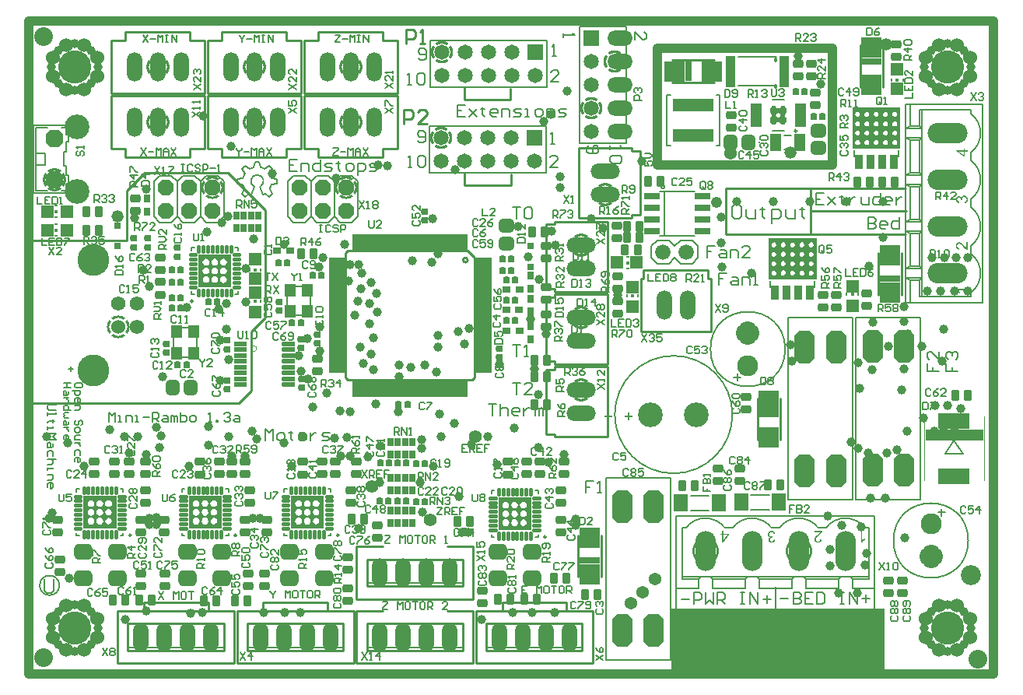
<source format=gbr>
G04 This is an RS-274x file exported by *
G04 gerbv version 2.7.0 *
G04 More information is available about gerbv at *
G04 http://gerbv.geda-project.org/ *
G04 --End of header info--*
%MOIN*%
%FSLAX36Y36*%
%IPPOS*%
G04 --Define apertures--*
%ADD10C,0.0080*%
%ADD11C,0.0400*%
%ADD12C,0.0100*%
%ADD13C,0.0540*%
%ADD14C,0.0870*%
%ADD15C,0.0594*%
%AMMACRO16*
7,0.000000,0.000000,0.095400,0.075400,0.010000,45.000000*
%
%ADD16MACRO16*%
%ADD17C,0.0640*%
%AMMACRO18*
7,0.000000,0.000000,0.100000,0.080000,0.010000,45.000000*
%
%ADD18MACRO18*%
%ADD19C,0.0830*%
%ADD20C,0.1110*%
%AMMACRO21*
7,0.000000,0.000000,0.098000,0.078000,0.010000,45.000000*
%
%ADD21MACRO21*%
%ADD22C,0.0620*%
%ADD23C,0.0790*%
%ADD24C,0.0390*%
%ADD25C,0.1421*%
%AMMACRO26*
7,0.000000,0.000000,0.115000,0.095000,0.010000,45.000000*
%
%ADD26MACRO26*%
%ADD27C,0.0490*%
%ADD28C,0.0520*%
%ADD29C,0.0070*%
%ADD30C,0.0098*%
%ADD31C,0.0050*%
%ADD32C,0.0000*%
%ADD33C,0.0060*%
%ADD34C,0.0079*%
%ADD35C,0.0040*%
%ADD36R,0.9183X0.2710*%
%ADD37R,0.0120X0.0059*%
%ADD38R,0.0120X0.0060*%
%ADD39R,0.0120X0.0119*%
%ADD40R,0.0059X0.0120*%
%ADD41R,0.0060X0.0120*%
%ADD42R,0.0119X0.0120*%
%ADD43R,0.2450X0.0492*%
%ADD44R,0.0879X0.0295*%
%ADD45R,0.0295X0.0879*%
%ADD46C,0.0600*%
%ADD47C,0.0150*%
%ADD48C,0.0394*%
%ADD49R,0.0460X0.0130*%
%ADD50R,0.0530X0.0170*%
%AMMACRO51*
21,1,0.035100,0.027700,0.000000,0.000000,270.000000*
21,1,0.017500,0.045400,0.000000,0.000000,270.000000*
1,1,0.017700,-0.013900,-0.008700*
1,1,0.017700,-0.013900,0.008700*
1,1,0.017700,0.013900,0.008700*
1,1,0.017700,0.013900,-0.008700*
%
%ADD51MACRO51*%
%AMMACRO52*
21,1,0.035100,0.027700,0.000000,0.000000,0.000000*
21,1,0.017500,0.045400,0.000000,0.000000,0.000000*
1,1,0.017700,0.008700,-0.013900*
1,1,0.017700,-0.008700,-0.013900*
1,1,0.017700,-0.008700,0.013900*
1,1,0.017700,0.008700,0.013900*
%
%ADD52MACRO52*%
%ADD53R,0.0660X0.0300*%
%ADD54R,0.0340X0.0620*%
%ADD55R,0.0680X0.0200*%
%ADD56R,0.0200X0.0680*%
%AMMACRO57*
21,1,0.015000,0.022700,0.000000,0.000000,180.000000*
21,1,0.002200,0.035400,0.000000,0.000000,180.000000*
1,1,0.012800,-0.001100,0.011300*
1,1,0.012800,0.001100,0.011300*
1,1,0.012800,0.001100,-0.011300*
1,1,0.012800,-0.001100,-0.011300*
%
%ADD57MACRO57*%
%AMMACRO58*
21,1,0.015000,0.022700,0.000000,0.000000,270.000000*
21,1,0.002200,0.035400,0.000000,0.000000,270.000000*
1,1,0.012800,-0.011300,-0.001100*
1,1,0.012800,-0.011300,0.001100*
1,1,0.012800,0.011300,0.001100*
1,1,0.012800,0.011300,-0.001100*
%
%ADD58MACRO58*%
%AMMACRO59*
21,1,0.080000,0.000000,0.000000,0.000000,0.000000*
21,1,0.000000,0.080000,0.000000,0.000000,0.000000*
1,1,0.080000,0.000000,0.000000*
1,1,0.080000,0.000000,0.000000*
1,1,0.080000,0.000000,0.000000*
1,1,0.080000,0.000000,0.000000*
%
%ADD59MACRO59*%
%ADD60R,0.0540X0.0540*%
%ADD61R,0.0480X0.0580*%
%ADD62R,0.0414X0.1359*%
%ADD63R,0.0300X0.0300*%
%ADD64R,0.1320X0.0690*%
%ADD65R,0.0340X0.0260*%
%ADD66R,0.0260X0.0340*%
%ADD67R,0.0850X0.0850*%
%ADD68R,0.0560X0.0210*%
%AMMACRO69*
21,1,0.069000,0.039500,0.000000,0.000000,270.000000*
21,1,0.031500,0.077000,0.000000,0.000000,270.000000*
1,1,0.037500,-0.019800,-0.015800*
1,1,0.037500,-0.019800,0.015800*
1,1,0.037500,0.019800,0.015800*
1,1,0.037500,0.019800,-0.015800*
%
%ADD69MACRO69*%
%AMMACRO70*
21,1,0.028000,0.015200,0.000000,0.000000,0.000000*
21,1,0.013200,0.030000,0.000000,0.000000,0.000000*
1,1,0.014800,0.006600,-0.007600*
1,1,0.014800,-0.006600,-0.007600*
1,1,0.014800,-0.006600,0.007600*
1,1,0.014800,0.006600,0.007600*
%
%ADD70MACRO70*%
%AMMACRO71*
21,1,0.028000,0.015200,0.000000,0.000000,270.000000*
21,1,0.013200,0.030000,0.000000,0.000000,270.000000*
1,1,0.014800,-0.007600,-0.006600*
1,1,0.014800,-0.007600,0.006600*
1,1,0.014800,0.007600,0.006600*
1,1,0.014800,0.007600,-0.006600*
%
%ADD71MACRO71*%
%ADD72R,0.0603X0.0769*%
%ADD73R,0.0260X0.0320*%
%ADD74R,0.0493X0.0729*%
%AMMACRO75*
21,1,0.058000,0.034000,0.000000,0.000000,180.000000*
21,1,0.026000,0.066000,0.000000,0.000000,180.000000*
1,1,0.032000,-0.013000,0.017000*
1,1,0.032000,0.013000,0.017000*
1,1,0.032000,0.013000,-0.017000*
1,1,0.032000,-0.013000,-0.017000*
%
%ADD75MACRO75*%
%AMMACRO76*
21,1,0.058000,0.034000,0.000000,0.000000,270.000000*
21,1,0.026000,0.066000,0.000000,0.000000,270.000000*
1,1,0.032000,-0.017000,-0.013000*
1,1,0.032000,-0.017000,0.013000*
1,1,0.032000,0.017000,0.013000*
1,1,0.032000,0.017000,-0.013000*
%
%ADD76MACRO76*%
%ADD77R,0.1733X0.0525*%
%AMMACRO78*
21,1,0.056000,0.000000,0.000000,0.000000,90.000000*
21,1,0.000000,0.056000,0.000000,0.000000,90.000000*
1,1,0.056000,0.000000,0.000000*
1,1,0.056000,0.000000,0.000000*
1,1,0.056000,0.000000,0.000000*
1,1,0.056000,0.000000,0.000000*
%
%ADD78MACRO78*%
%ADD79R,0.0482X0.0198*%
%AMMACRO80*
4,1,8,-0.022300,-0.069500,0.022300,-0.069500,0.044500,-0.047300,0.044500,0.047300,0.022300,0.069500,-0.022300,0.069500,-0.044500,0.047300,-0.044500,-0.047300,-0.022300,-0.069500,0.000000*
%
%ADD80MACRO80*%
%ADD81C,0.0651*%
%ADD82R,0.0651X0.0651*%
%ADD83O,0.0660X0.1260*%
%ADD84P,0.0823X8.0000X292.5000*%
%ADD85C,0.1060*%
%ADD86O,0.1260X0.0660*%
%ADD87O,0.1084X0.0651*%
%ADD88C,0.1365*%
%ADD89O,0.1710X0.0885*%
%ADD90P,0.0974X8.0000X112.5000*%
%ADD91C,0.0900*%
%ADD92P,0.0736X8.0000X22.5000*%
%ADD93C,0.0660*%
%ADD94C,0.0860*%
%ADD95O,0.0885X0.1710*%
%ADD96C,0.0180*%
G04 --Start main section--*
G54D10*
G01X5118100Y0984300D02*
G01X5118100Y3779500D01*
G01X0984300Y0984300D02*
G01X0984300Y3779500D01*
G01X0984300Y0984300D02*
G01X5118100Y0984300D01*
G01X0984300Y3779500D02*
G01X5118100Y3779500D01*
G01X0000000Y0000000D02*
G54D11*
G01X0984300Y0984300D02*
G01X0984300Y3779500D01*
G01X0984300Y3779500D02*
G01X5118100Y3779500D01*
G01X5118100Y0984300D02*
G01X5118100Y3779500D01*
G01X0984300Y0984300D02*
G01X5118100Y0984300D01*
G54D12*
G01X0984300Y2142700D02*
G01X1882900Y2142700D01*
G01X1882900Y2142700D02*
G01X1938000Y2197800D01*
G01X1938000Y2197800D02*
G01X1938000Y2450800D01*
G01X1938000Y2450800D02*
G01X1996100Y2508900D01*
G01X1996100Y2508900D02*
G01X1996100Y2971500D01*
G01X1837500Y3130000D02*
G01X1996100Y2971500D01*
G01X1480000Y3130000D02*
G01X1837500Y3130000D01*
G01X1402600Y3052600D02*
G01X1480000Y3130000D01*
G01X1402600Y2840000D02*
G01X1402600Y3052600D01*
G01X0984300Y2840000D02*
G01X1402600Y2840000D01*
G54D13*
G01X3667300Y1391700D03*
G01X3613200Y1334600D03*
G01X3563000Y1287400D03*
G01X3989000Y3212300D03*
G54D14*
G01X3661500Y1699100D03*
G01X3527500Y1699100D03*
G01X3527500Y1169100D03*
G01X3661500Y1169100D03*
G01X4308000Y2384100D03*
G01X4442000Y2384100D03*
G01X4442000Y1854100D03*
G01X4308000Y1854100D03*
G01X4598400Y1855100D03*
G01X4732400Y1855100D03*
G01X4732400Y2385100D03*
G01X4598400Y2385100D03*
G54D15*
G01X2751600Y3545700D03*
G01X2851600Y3545700D03*
G01X2851600Y3645700D03*
G01X2951600Y3545700D03*
G01X2951600Y3645700D03*
G01X3051600Y3545700D03*
G01X3051600Y3645700D03*
G01X3151600Y3545700D03*
G01X3151600Y3645700D03*
G01X2749600Y3178500D03*
G01X2849600Y3178500D03*
G01X2849600Y3278500D03*
G01X2949600Y3178500D03*
G01X2949600Y3278500D03*
G01X3049600Y3178500D03*
G01X3049600Y3278500D03*
G01X3149600Y3178500D03*
G01X3149600Y3278500D03*
G01X3494700Y3305700D03*
G01X3394700Y3305700D03*
G01X3494700Y3405700D03*
G01X3494700Y3505700D03*
G01X3394700Y3505700D03*
G01X3394700Y3605700D03*
G01X3494700Y3705700D03*
G01X3394700Y3705700D03*
G54D16*
G01X2751600Y3645700D03*
G01X2749600Y3278500D03*
G01X3394700Y3405700D03*
G01X3494700Y3605700D03*
G54D17*
G01X2487800Y1141700D03*
G01X2587800Y1141700D03*
G01X2687800Y1141700D03*
G01X2787800Y1141700D03*
G01X2487800Y1417300D03*
G01X2587800Y1417300D03*
G01X2687800Y1417300D03*
G01X2787800Y1417300D03*
G01X1092700Y3278000D03*
G01X2262200Y3582700D03*
G01X2462200Y3582700D03*
G01X1848800Y3582700D03*
G01X2048800Y3582700D03*
G01X1435400Y3582700D03*
G01X1635400Y3582700D03*
G01X2048800Y3346500D03*
G01X1848800Y3346500D03*
G01X2462200Y3346500D03*
G01X2262200Y3346500D03*
G01X1635400Y3346500D03*
G01X1435400Y3346500D03*
G01X3350400Y2721700D03*
G01X3350400Y2410600D03*
G01X3452800Y3136600D03*
G01X3705900Y2563000D03*
G01X3805900Y2563000D03*
G01X3350400Y2099600D03*
G01X3647600Y2094500D03*
G01X1464200Y1141700D03*
G01X1564200Y1141700D03*
G01X1664200Y1141700D03*
G01X1764200Y1141700D03*
G01X1976000Y1141700D03*
G01X2076000Y1141700D03*
G01X2176000Y1141700D03*
G01X2276000Y1141700D03*
G01X2999600Y1141700D03*
G01X3099600Y1141700D03*
G01X3199600Y1141700D03*
G01X3299600Y1141700D03*
G01X4064000Y2305000D03*
G01X4848400Y1625100D03*
G01X3700800Y2791300D03*
G01X3800800Y2791300D03*
G01X5020700Y1405500D03*
G54D18*
G01X1092700Y3100000D03*
G01X2362200Y3582700D03*
G01X1948800Y3582700D03*
G01X1535400Y3582700D03*
G01X1948800Y3346500D03*
G01X2362200Y3346500D03*
G01X1535400Y3346500D03*
G01X3350400Y2821700D03*
G01X3350400Y2510600D03*
G01X3452800Y3036600D03*
G01X3350400Y2199600D03*
G01X3844500Y2094500D03*
G01X4064000Y2445000D03*
G01X4848400Y1485100D03*
G54D19*
G01X1190700Y3327000D03*
G01X1190700Y3051000D03*
G54D20*
G01X1259800Y2282700D03*
G01X1259800Y2755900D03*
G54D21*
G01X1366800Y2469700D03*
G01X2342100Y3067600D03*
G01X1769500Y3067600D03*
G54D22*
G01X1366800Y2568900D03*
G01X1445800Y2568900D03*
G01X1445800Y2469700D03*
G01X2142100Y2967600D03*
G01X2142100Y3067600D03*
G01X2242100Y2967600D03*
G01X2242100Y3067600D03*
G01X2342100Y2967600D03*
G01X1569500Y2967600D03*
G01X1569500Y3067600D03*
G01X1669500Y2967600D03*
G01X1669500Y3067600D03*
G01X1769500Y2967600D03*
G54D23*
G01X4921000Y2700000D03*
G01X4921000Y2900000D03*
G01X4921000Y3100000D03*
G01X4921000Y3300000D03*
G01X4082100Y1510800D03*
G01X4482100Y1510800D03*
G54D24*
G01X4851300Y1111100D03*
G01X4991300Y1111100D03*
G01X4991300Y1251100D03*
G01X4851300Y1251100D03*
G01X4821300Y1181100D03*
G01X5021300Y1181100D03*
G01X4921300Y1281100D03*
G01X4921300Y1081100D03*
G01X1111100Y1111100D03*
G01X1251100Y1111100D03*
G01X1251100Y1251100D03*
G01X1111100Y1251100D03*
G01X1081100Y1181100D03*
G01X1281100Y1181100D03*
G01X1181100Y1281100D03*
G01X1181100Y1081100D03*
G01X1111100Y3512700D03*
G01X1251100Y3512700D03*
G01X1251100Y3652700D03*
G01X1111100Y3652700D03*
G01X1081100Y3582700D03*
G01X1281100Y3582700D03*
G01X1181100Y3682700D03*
G01X1181100Y3482700D03*
G01X4851300Y3512700D03*
G01X4991300Y3512700D03*
G01X4991300Y3652700D03*
G01X4851300Y3652700D03*
G01X4821300Y3582700D03*
G01X5021300Y3582700D03*
G01X4921300Y3682700D03*
G01X4921300Y3482700D03*
G01X3326800Y1621100D03*
G01X4253000Y2322800D03*
G01X4248000Y2392700D03*
G01X4949800Y2023600D03*
G01X4902600Y2023600D03*
G01X4862200Y2023600D03*
G01X3505900Y2608300D03*
G01X4533500Y1331700D03*
G01X4451800Y1331700D03*
G01X4416300Y1517700D03*
G01X2300100Y3106200D03*
G01X2810000Y3143700D03*
G01X4614200Y3340600D03*
G01X4614200Y3380600D03*
G01X4614200Y3300600D03*
G01X4614200Y3260600D03*
G01X4574200Y3260600D03*
G01X4534200Y3260600D03*
G01X4534200Y3300600D03*
G01X4574200Y3300600D03*
G01X4574200Y3340600D03*
G01X4534200Y3340600D03*
G01X4534200Y3380600D03*
G01X4574200Y3380600D03*
G01X4654200Y3380600D03*
G01X4694200Y3380600D03*
G01X4694200Y3340600D03*
G01X4654200Y3340600D03*
G01X4654200Y3300600D03*
G01X4694200Y3300600D03*
G01X4694200Y3260600D03*
G01X4654200Y3260600D03*
G01X4295900Y2701500D03*
G01X4335900Y2701500D03*
G01X4335900Y2741500D03*
G01X4295900Y2741500D03*
G01X4295900Y2781500D03*
G01X4335900Y2781500D03*
G01X4335900Y2821500D03*
G01X4295900Y2821500D03*
G01X4215900Y2821500D03*
G01X4175900Y2821500D03*
G01X4175900Y2781500D03*
G01X4215900Y2781500D03*
G01X4215900Y2741500D03*
G01X4175900Y2741500D03*
G01X4175900Y2701500D03*
G01X4215900Y2701500D03*
G01X4255900Y2701500D03*
G01X4255900Y2741500D03*
G01X4255900Y2821500D03*
G01X4255900Y2781500D03*
G01X1543000Y1953000D03*
G01X1550000Y2005000D03*
G01X3610000Y3180000D03*
G01X3237000Y1248000D03*
G01X3141000Y1248000D03*
G01X3055000Y1248000D03*
G01X2147000Y1248000D03*
G01X1398000Y1218000D03*
G01X1747000Y2876000D03*
G01X1438000Y2937000D03*
G01X2028000Y3128000D03*
G01X1730000Y3375000D03*
G01X2459600Y2423200D03*
G01X3000000Y2310000D03*
G01X3166300Y1951800D03*
G01X2392700Y2580700D03*
G01X2444900Y2483300D03*
G01X2379900Y2519700D03*
G01X2621400Y2296300D03*
G01X2708700Y2748000D03*
G01X2681100Y2307100D03*
G01X2728300Y2275600D03*
G01X2736200Y2381900D03*
G01X2736200Y2433100D03*
G01X2736100Y2782600D03*
G01X1070900Y1649600D03*
G01X3149600Y2291300D03*
G01X4375000Y3510000D03*
G01X4467000Y1620000D03*
G01X4551200Y1614200D03*
G01X4574800Y1500000D03*
G01X4565900Y1448800D03*
G01X4416300Y1446800D03*
G01X4405500Y1661400D03*
G01X4736200Y1566900D03*
G01X4652000Y1737000D03*
G01X4589000Y1737000D03*
G01X4703000Y1944000D03*
G01X4661000Y1930000D03*
G01X4581000Y1930000D03*
G01X4536000Y1950000D03*
G01X4745000Y2024000D03*
G01X4508000Y1976000D03*
G01X4866100Y2133900D03*
G01X4921300Y2133900D03*
G01X4815000Y2078700D03*
G01X4750000Y2440000D03*
G01X4600000Y2491000D03*
G01X4732300Y2290400D03*
G01X4596500Y2287400D03*
G01X4535400Y2316900D03*
G01X4279600Y3629200D03*
G01X3276600Y1924200D03*
G01X2870100Y2463600D03*
G01X1413400Y1929100D03*
G01X2866100Y1590600D03*
G01X3326800Y1645700D03*
G01X1531500Y1652600D03*
G01X1972400Y1649600D03*
G01X3208700Y1889800D03*
G01X1811000Y2917300D03*
G01X2075800Y2823800D03*
G01X1660400Y2553100D03*
G01X1555100Y2257900D03*
G01X2518800Y3159600D03*
G01X2448800Y2661400D03*
G01X2411500Y2699900D03*
G01X2851400Y2395700D03*
G01X3224400Y2879900D03*
G01X2336600Y2823800D03*
G01X2470500Y2138800D03*
G01X2358400Y2107400D03*
G01X2744100Y2096500D03*
G01X2807200Y2058100D03*
G01X2824800Y2450800D03*
G01X2346500Y1997400D03*
G01X3124000Y2768700D03*
G01X2226400Y2727400D03*
G01X1850400Y3244100D03*
G01X2717500Y1875000D03*
G01X1837600Y2944900D03*
G01X2488200Y1803200D03*
G01X2669300Y1677200D03*
G01X2827800Y1743100D03*
G01X2661400Y1803100D03*
G01X1150000Y1975000D03*
G01X1909400Y1917300D03*
G01X1854300Y1917300D03*
G01X1485000Y1923000D03*
G01X2397600Y1606300D03*
G01X1082700Y1673200D03*
G01X1944900Y1649600D03*
G01X2175300Y2421400D03*
G01X3133900Y2503900D03*
G01X1912500Y2575900D03*
G01X1947700Y2847200D03*
G01X1804100Y2241100D03*
G01X1488200Y3059100D03*
G01X1912400Y2720500D03*
G01X3240200Y2818900D03*
G01X1501000Y1651600D03*
G01X2244100Y2767700D03*
G01X2319900Y1918300D03*
G01X2181100Y2248000D03*
G01X2150000Y2281000D03*
G01X1394400Y2000000D03*
G01X2567900Y2107300D03*
G01X2665400Y1988200D03*
G01X1752000Y2044000D03*
G01X1753000Y1964000D03*
G01X1448800Y2000000D03*
G01X2316900Y2109300D03*
G01X2665400Y1948800D03*
G01X2358300Y1917300D03*
G01X2490300Y1958800D03*
G01X2200900Y2127100D03*
G01X2292000Y1992000D03*
G01X3078900Y2901400D03*
G01X2838600Y1590600D03*
G01X2404500Y2382900D03*
G01X2475400Y2533500D03*
G01X2231400Y2366300D03*
G01X2260000Y2188000D03*
G01X2416300Y2312000D03*
G01X2231400Y2468600D03*
G01X2448800Y2353300D03*
G01X2358300Y2736200D03*
G01X2354300Y2665300D03*
G01X2405500Y2633900D03*
G01X2459600Y2285400D03*
G01X2571000Y2257000D03*
G01X2474400Y2612200D03*
G01X2625100Y2752100D03*
G01X2395300Y2736000D03*
G01X2568900Y2307100D03*
G01X2441900Y2570900D03*
G01X3393700Y2933100D03*
G01X4833700Y2625000D03*
G01X4891100Y2625000D03*
G01X5007900Y2767700D03*
G01X5005900Y2625000D03*
G01X4905500Y2767700D03*
G01X4854300Y2767700D03*
G01X4956700Y2767700D03*
G01X4948500Y2625000D03*
G01X1220000Y1875000D03*
G01X1670000Y1875000D03*
G01X2110000Y1875000D03*
G01X2990000Y1880000D03*
G01X3165000Y2180000D03*
G01X3200000Y2440000D03*
G01X3170000Y2675000D03*
G01X3063000Y2037000D03*
G01X2950000Y2000000D03*
G01X2878300Y1968300D03*
G01X2750000Y2000000D03*
G01X2435000Y1915000D03*
G01X2155000Y2000000D03*
G01X2075000Y1975000D03*
G01X1940000Y2025000D03*
G01X1840000Y2000000D03*
G01X1330000Y2030000D03*
G01X1060000Y2000000D03*
G01X1802200Y2413400D03*
G01X1840000Y2330000D03*
G01X2140000Y2347000D03*
G01X1831000Y2459000D03*
G01X1797000Y2547000D03*
G01X1829000Y2571000D03*
G01X1500000Y2643000D03*
G01X1472000Y2715000D03*
G01X1531000Y2040000D03*
G01X1960000Y1990000D03*
G01X1156000Y1393000D03*
G01X2081000Y1248000D03*
G01X2923000Y1216000D03*
G01X1675000Y1245000D03*
G01X1991000Y1247000D03*
G01X1725000Y1248000D03*
G01X1487000Y1255000D03*
G01X1501000Y1622000D03*
G01X1531500Y1622000D03*
G01X3444900Y2893700D03*
G01X3260800Y3112200D03*
G01X3260800Y3065900D03*
G01X2712600Y2933100D03*
G01X3288400Y3480300D03*
G01X2478300Y3162400D03*
G01X3189000Y3350600D03*
G01X3218500Y3379900D03*
G01X4977400Y2121100D03*
G01X4666300Y2385800D03*
G01X4732300Y2492100D03*
G01X4810000Y2385800D03*
G01X4542300Y2205700D03*
G01X4723400Y2200800D03*
G01X4896700Y2322800D03*
G01X4902600Y2459600D03*
G01X4734300Y2558100D03*
G01X4015700Y3007900D03*
G01X3949800Y2940900D03*
G01X3952800Y2728300D03*
G01X4078700Y2699800D03*
G01X4581700Y2729300D03*
G01X4641700Y2852400D03*
G01X4641700Y3007900D03*
G01X4172200Y3007900D03*
G01X4328700Y3007900D03*
G01X4485200Y3007900D03*
G01X3949800Y2828700D03*
G54D25*
G01X4921300Y1181100D03*
G01X1181100Y1181100D03*
G01X1181100Y3582700D03*
G01X4921300Y3582700D03*
G54D26*
G01X3882100Y1510800D03*
G01X4282100Y1510800D03*
G54D27*
G01X3931100Y3003000D03*
G54D28*
G01X4246000Y3216000D03*
G01X4657500Y3681100D03*
G01X1364200Y2942900D03*
G01X0000000Y0000000D02*
G36*
G01X4994100Y3227700D02*
G01X5006000Y3227700D01*
G01X5006000Y3221500D01*
G01X4994100Y3221500D01*
G01X4994100Y3200000D01*
G01X4988500Y3200000D01*
G01X4956400Y3222700D01*
G01X4956400Y3227700D01*
G01X4988500Y3227700D01*
G01X4988500Y3234400D01*
G01X4994100Y3234400D01*
G01X4994100Y3227700D01*
G37*
G36*
G01X4994100Y3227700D02*
G37*
G36*
G01X4554900Y1557000D02*
G01X4555000Y1557000D01*
G01X4555300Y1557300D01*
G01X4555800Y1557700D01*
G01X4556500Y1558300D01*
G01X4557300Y1558900D01*
G01X4558300Y1559600D01*
G01X4559500Y1560400D01*
G01X4560700Y1561200D01*
G01X4560800Y1561200D01*
G01X4560900Y1561300D01*
G01X4561300Y1561600D01*
G01X4562000Y1562000D01*
G01X4562900Y1562400D01*
G01X4563800Y1562900D01*
G01X4564900Y1563400D01*
G01X4566000Y1563900D01*
G01X4567100Y1564400D01*
G01X4567100Y1558400D01*
G01X4567000Y1558400D01*
G01X4566900Y1558300D01*
G01X4566600Y1558200D01*
G01X4566300Y1558000D01*
G01X4565800Y1557700D01*
G01X4565300Y1557500D01*
G01X4564100Y1556800D01*
G01X4562700Y1556000D01*
G01X4561200Y1555000D01*
G01X4559700Y1553900D01*
G01X4558200Y1552700D01*
G01X4558200Y1552600D01*
G01X4558100Y1552500D01*
G01X4557600Y1552100D01*
G01X4557000Y1551400D01*
G01X4556100Y1550500D01*
G01X4555200Y1549500D01*
G01X4554300Y1548300D01*
G01X4553500Y1547100D01*
G01X4552800Y1545900D01*
G01X4548800Y1545900D01*
G01X4548800Y1595800D01*
G01X4554900Y1595800D01*
G01X4554900Y1557000D01*
G37*
G36*
G01X4554900Y1557000D02*
G37*
G36*
G01X4382000Y1595800D02*
G01X4382000Y1595400D01*
G01X4382000Y1595000D01*
G01X4381900Y1594500D01*
G01X4381900Y1593900D01*
G01X4381800Y1593200D01*
G01X4381600Y1592400D01*
G01X4381300Y1591700D01*
G01X4381300Y1591600D01*
G01X4381300Y1591500D01*
G01X4381100Y1591100D01*
G01X4380800Y1590500D01*
G01X4380300Y1589600D01*
G01X4379800Y1588600D01*
G01X4379100Y1587400D01*
G01X4378300Y1586300D01*
G01X4377300Y1585100D01*
G01X4377300Y1585000D01*
G01X4377200Y1584900D01*
G01X4376800Y1584500D01*
G01X4376200Y1583800D01*
G01X4375300Y1582900D01*
G01X4374100Y1581800D01*
G01X4372800Y1580600D01*
G01X4371100Y1579100D01*
G01X4369300Y1577500D01*
G01X4369200Y1577500D01*
G01X4368900Y1577200D01*
G01X4368600Y1576900D01*
G01X4368000Y1576400D01*
G01X4367300Y1575900D01*
G01X4366600Y1575200D01*
G01X4364900Y1573800D01*
G01X4363100Y1572000D01*
G01X4361300Y1570300D01*
G01X4360400Y1569400D01*
G01X4359600Y1568600D01*
G01X4359000Y1567800D01*
G01X4358300Y1567000D01*
G01X4358300Y1566900D01*
G01X4358200Y1566900D01*
G01X4358000Y1566600D01*
G01X4357900Y1566300D01*
G01X4357400Y1565600D01*
G01X4356900Y1564600D01*
G01X4356400Y1563500D01*
G01X4355900Y1562300D01*
G01X4355600Y1560900D01*
G01X4355500Y1559600D01*
G01X4355500Y1559500D01*
G01X4355500Y1559500D01*
G01X4355600Y1559000D01*
G01X4355600Y1558300D01*
G01X4355800Y1557500D01*
G01X4356200Y1556500D01*
G01X4356600Y1555500D01*
G01X4357200Y1554500D01*
G01X4358100Y1553500D01*
G01X4358300Y1553400D01*
G01X4358600Y1553100D01*
G01X4359200Y1552700D01*
G01X4359900Y1552200D01*
G01X4360900Y1551800D01*
G01X4362100Y1551400D01*
G01X4363400Y1551100D01*
G01X4364900Y1551000D01*
G01X4365400Y1551000D01*
G01X4365700Y1551100D01*
G01X4366400Y1551100D01*
G01X4367400Y1551300D01*
G01X4368600Y1551700D01*
G01X4369800Y1552100D01*
G01X4370900Y1552800D01*
G01X4372000Y1553700D01*
G01X4372000Y1553900D01*
G01X4372300Y1554200D01*
G01X4372800Y1554800D01*
G01X4373200Y1555600D01*
G01X4373800Y1556700D01*
G01X4374100Y1557900D01*
G01X4374500Y1559300D01*
G01X4374600Y1561000D01*
G01X4380900Y1560300D01*
G01X4380900Y1560200D01*
G01X4380900Y1560000D01*
G01X4380800Y1559600D01*
G01X4380700Y1559200D01*
G01X4380600Y1558600D01*
G01X4380500Y1557900D01*
G01X4380000Y1556400D01*
G01X4379400Y1554600D01*
G01X4378600Y1552900D01*
G01X4377500Y1551100D01*
G01X4376900Y1550400D01*
G01X4376100Y1549600D01*
G01X4376000Y1549600D01*
G01X4375900Y1549500D01*
G01X4375700Y1549300D01*
G01X4375400Y1549000D01*
G01X4374900Y1548800D01*
G01X4374400Y1548400D01*
G01X4373800Y1548100D01*
G01X4373100Y1547700D01*
G01X4372300Y1547400D01*
G01X4371500Y1547100D01*
G01X4370500Y1546800D01*
G01X4369500Y1546500D01*
G01X4367300Y1546100D01*
G01X4366100Y1546000D01*
G01X4364800Y1545900D01*
G01X4364100Y1545900D01*
G01X4363600Y1546000D01*
G01X4363000Y1546100D01*
G01X4362300Y1546200D01*
G01X4361500Y1546200D01*
G01X4360700Y1546500D01*
G01X4358900Y1546900D01*
G01X4357000Y1547600D01*
G01X4356000Y1548000D01*
G01X4355100Y1548600D01*
G01X4354300Y1549300D01*
G01X4353400Y1549900D01*
G01X4353400Y1550000D01*
G01X4353300Y1550100D01*
G01X4353100Y1550300D01*
G01X4352800Y1550600D01*
G01X4352500Y1551100D01*
G01X4352100Y1551500D01*
G01X4351300Y1552700D01*
G01X4350600Y1554100D01*
G01X4349900Y1555800D01*
G01X4349400Y1557600D01*
G01X4349300Y1558700D01*
G01X4349200Y1559800D01*
G01X4349200Y1559900D01*
G01X4349200Y1560300D01*
G01X4349300Y1560900D01*
G01X4349400Y1561700D01*
G01X4349500Y1562600D01*
G01X4349700Y1563500D01*
G01X4350000Y1564600D01*
G01X4350500Y1565700D01*
G01X4350600Y1565800D01*
G01X4350700Y1566200D01*
G01X4351000Y1566700D01*
G01X4351500Y1567500D01*
G01X4352000Y1568400D01*
G01X4352700Y1569400D01*
G01X4353600Y1570500D01*
G01X4354600Y1571700D01*
G01X4354700Y1571900D01*
G01X4355100Y1572300D01*
G01X4355800Y1573000D01*
G01X4356200Y1573400D01*
G01X4356800Y1574000D01*
G01X4357400Y1574600D01*
G01X4358100Y1575300D01*
G01X4358900Y1575900D01*
G01X4359700Y1576800D01*
G01X4360600Y1577600D01*
G01X4361700Y1578500D01*
G01X4362700Y1579400D01*
G01X4363900Y1580500D01*
G01X4364000Y1580600D01*
G01X4364200Y1580700D01*
G01X4364500Y1580900D01*
G01X4364900Y1581200D01*
G01X4365800Y1582000D01*
G01X4366900Y1583000D01*
G01X4368000Y1584000D01*
G01X4369200Y1585100D01*
G01X4370200Y1586000D01*
G01X4370600Y1586400D01*
G01X4371000Y1586800D01*
G01X4371000Y1586800D01*
G01X4371200Y1587100D01*
G01X4371500Y1587400D01*
G01X4371900Y1587800D01*
G01X4372700Y1588800D01*
G01X4373500Y1590000D01*
G01X4349100Y1590000D01*
G01X4349100Y1595800D01*
G01X4382000Y1595800D01*
G01X4382000Y1595800D01*
G37*
G36*
G01X4382000Y1595800D02*
G37*
G36*
G01X4167400Y1596600D02*
G01X4168000Y1596500D01*
G01X4168600Y1596400D01*
G01X4169400Y1596400D01*
G01X4170100Y1596200D01*
G01X4171900Y1595800D01*
G01X4173700Y1595000D01*
G01X4174600Y1594600D01*
G01X4175400Y1594100D01*
G01X4176300Y1593500D01*
G01X4177200Y1592800D01*
G01X4177200Y1592700D01*
G01X4177300Y1592700D01*
G01X4177600Y1592400D01*
G01X4177900Y1592100D01*
G01X4178200Y1591700D01*
G01X4178500Y1591200D01*
G01X4179000Y1590700D01*
G01X4179400Y1590100D01*
G01X4180300Y1588600D01*
G01X4181000Y1586800D01*
G01X4181700Y1584900D01*
G01X4181900Y1583800D01*
G01X4182100Y1582700D01*
G01X4176000Y1581800D01*
G01X4176000Y1581900D01*
G01X4175900Y1582100D01*
G01X4175900Y1582400D01*
G01X4175700Y1582700D01*
G01X4175500Y1583600D01*
G01X4175100Y1584700D01*
G01X4174700Y1585900D01*
G01X4174100Y1587200D01*
G01X4173300Y1588300D01*
G01X4172500Y1589300D01*
G01X4172300Y1589400D01*
G01X4172000Y1589700D01*
G01X4171500Y1590000D01*
G01X4170700Y1590500D01*
G01X4169900Y1590800D01*
G01X4168900Y1591200D01*
G01X4167600Y1591500D01*
G01X4166400Y1591600D01*
G01X4165900Y1591600D01*
G01X4165600Y1591500D01*
G01X4164900Y1591400D01*
G01X4163900Y1591200D01*
G01X4162700Y1590800D01*
G01X4161400Y1590400D01*
G01X4160200Y1589600D01*
G01X4159100Y1588600D01*
G01X4159000Y1588500D01*
G01X4158700Y1588100D01*
G01X4158200Y1587500D01*
G01X4157600Y1586600D01*
G01X4157100Y1585500D01*
G01X4156600Y1584300D01*
G01X4156300Y1582800D01*
G01X4156200Y1581200D01*
G01X4156200Y1581200D01*
G01X4156200Y1581100D01*
G01X4156200Y1580900D01*
G01X4156200Y1580600D01*
G01X4156300Y1579800D01*
G01X4156500Y1578800D01*
G01X4156800Y1577800D01*
G01X4157400Y1576500D01*
G01X4158000Y1575400D01*
G01X4159000Y1574400D01*
G01X4159100Y1574200D01*
G01X4159400Y1573900D01*
G01X4160000Y1573500D01*
G01X4160800Y1573000D01*
G01X4161800Y1572500D01*
G01X4163000Y1572100D01*
G01X4164300Y1571800D01*
G01X4165800Y1571600D01*
G01X4166500Y1571600D01*
G01X4167000Y1571700D01*
G01X4167600Y1571800D01*
G01X4168400Y1571900D01*
G01X4169200Y1572000D01*
G01X4170100Y1572200D01*
G01X4169500Y1566900D01*
G01X4169100Y1566900D01*
G01X4168800Y1566900D01*
G01X4167800Y1566900D01*
G01X4167100Y1566900D01*
G01X4166100Y1566700D01*
G01X4165100Y1566500D01*
G01X4163900Y1566100D01*
G01X4162700Y1565700D01*
G01X4161500Y1565000D01*
G01X4161400Y1564900D01*
G01X4161000Y1564600D01*
G01X4160500Y1564100D01*
G01X4159900Y1563400D01*
G01X4159300Y1562600D01*
G01X4158900Y1561500D01*
G01X4158500Y1560200D01*
G01X4158300Y1558700D01*
G01X4158300Y1558600D01*
G01X4158300Y1558600D01*
G01X4158300Y1558200D01*
G01X4158500Y1557600D01*
G01X4158700Y1556700D01*
G01X4158900Y1555900D01*
G01X4159300Y1555000D01*
G01X4159900Y1554000D01*
G01X4160600Y1553200D01*
G01X4160700Y1553100D01*
G01X4161000Y1552800D01*
G01X4161500Y1552400D01*
G01X4162200Y1552100D01*
G01X4163000Y1551600D01*
G01X4164000Y1551300D01*
G01X4165200Y1551000D01*
G01X4166400Y1550900D01*
G01X4167000Y1550900D01*
G01X4167700Y1551100D01*
G01X4168500Y1551200D01*
G01X4169500Y1551500D01*
G01X4170400Y1551900D01*
G01X4171400Y1552400D01*
G01X4172400Y1553200D01*
G01X4172500Y1553300D01*
G01X4172800Y1553600D01*
G01X4173200Y1554100D01*
G01X4173600Y1554900D01*
G01X4174100Y1555800D01*
G01X4174600Y1556900D01*
G01X4175100Y1558300D01*
G01X4175400Y1559800D01*
G01X4181500Y1558800D01*
G01X4181500Y1558700D01*
G01X4181400Y1558500D01*
G01X4181300Y1558200D01*
G01X4181300Y1557800D01*
G01X4181100Y1557300D01*
G01X4181000Y1556700D01*
G01X4180400Y1555300D01*
G01X4179800Y1553800D01*
G01X4178900Y1552200D01*
G01X4177900Y1550700D01*
G01X4176500Y1549300D01*
G01X4176400Y1549300D01*
G01X4176300Y1549200D01*
G01X4176100Y1549000D01*
G01X4175700Y1548800D01*
G01X4175400Y1548600D01*
G01X4174900Y1548300D01*
G01X4173800Y1547600D01*
G01X4172300Y1547000D01*
G01X4170600Y1546500D01*
G01X4168700Y1546100D01*
G01X4167600Y1545900D01*
G01X4165900Y1545900D01*
G01X4165200Y1546000D01*
G01X4164200Y1546200D01*
G01X4163000Y1546400D01*
G01X4161700Y1546700D01*
G01X4160500Y1547100D01*
G01X4159200Y1547700D01*
G01X4159100Y1547700D01*
G01X4159000Y1547800D01*
G01X4158600Y1548000D01*
G01X4158000Y1548400D01*
G01X4157200Y1549000D01*
G01X4156400Y1549600D01*
G01X4155500Y1550500D01*
G01X4154600Y1551500D01*
G01X4153900Y1552500D01*
G01X4153800Y1552700D01*
G01X4153600Y1553000D01*
G01X4153300Y1553600D01*
G01X4153000Y1554400D01*
G01X4152700Y1555400D01*
G01X4152400Y1556400D01*
G01X4152100Y1557600D01*
G01X4152100Y1558900D01*
G01X4152100Y1559000D01*
G01X4152100Y1559400D01*
G01X4152100Y1560000D01*
G01X4152300Y1560700D01*
G01X4152500Y1561700D01*
G01X4152800Y1562600D01*
G01X4153200Y1563700D01*
G01X4153800Y1564700D01*
G01X4153900Y1564800D01*
G01X4154100Y1565100D01*
G01X4154600Y1565600D01*
G01X4155100Y1566200D01*
G01X4155900Y1566900D01*
G01X4156700Y1567600D01*
G01X4157700Y1568300D01*
G01X4159000Y1568900D01*
G01X4158900Y1568900D01*
G01X4158700Y1569000D01*
G01X4158500Y1569000D01*
G01X4158200Y1569100D01*
G01X4157400Y1569400D01*
G01X4156500Y1569800D01*
G01X4155400Y1570400D01*
G01X4154300Y1571100D01*
G01X4153100Y1572000D01*
G01X4152100Y1573100D01*
G01X4152100Y1573300D01*
G01X4151800Y1573800D01*
G01X4151400Y1574400D01*
G01X4150900Y1575300D01*
G01X4150400Y1576500D01*
G01X4150000Y1577800D01*
G01X4149700Y1579400D01*
G01X4149700Y1581200D01*
G01X4149700Y1581200D01*
G01X4149700Y1581500D01*
G01X4149700Y1581800D01*
G01X4149700Y1582200D01*
G01X4149800Y1582800D01*
G01X4149900Y1583400D01*
G01X4150000Y1584200D01*
G01X4150300Y1584900D01*
G01X4150800Y1586700D01*
G01X4151200Y1587700D01*
G01X4151700Y1588600D01*
G01X4152200Y1589500D01*
G01X4152800Y1590400D01*
G01X4153600Y1591300D01*
G01X4154400Y1592200D01*
G01X4154500Y1592300D01*
G01X4154600Y1592400D01*
G01X4154900Y1592600D01*
G01X4155200Y1592900D01*
G01X4155700Y1593300D01*
G01X4156300Y1593600D01*
G01X4157000Y1594000D01*
G01X4157700Y1594400D01*
G01X4158500Y1594800D01*
G01X4159400Y1595200D01*
G01X4160400Y1595600D01*
G01X4161400Y1596000D01*
G01X4162600Y1596300D01*
G01X4163800Y1596400D01*
G01X4165100Y1596600D01*
G01X4166400Y1596700D01*
G01X4167000Y1596700D01*
G01X4167400Y1596600D01*
G37*
G36*
G01X4167400Y1596600D02*
G37*
G36*
G01X3960500Y1584000D02*
G01X3982100Y1584000D01*
G01X3982100Y1578400D01*
G01X3959400Y1546200D01*
G01X3954400Y1546200D01*
G01X3954400Y1578400D01*
G01X3947700Y1578400D01*
G01X3947700Y1584000D01*
G01X3954400Y1584000D01*
G01X3954400Y1595800D01*
G01X3960500Y1595800D01*
G01X3960500Y1584000D01*
G37*
G36*
G01X3960500Y1584000D02*
G37*
G36*
G01X3470100Y2090300D02*
G01X3483600Y2090300D01*
G01X3483600Y2084600D01*
G01X3470100Y2084600D01*
G01X3470100Y2071000D01*
G01X3464300Y2071000D01*
G01X3464300Y2084600D01*
G01X3450800Y2084600D01*
G01X3450800Y2090300D01*
G01X3464300Y2090300D01*
G01X3464300Y2103800D01*
G01X3470100Y2103800D01*
G01X3470100Y2090300D01*
G37*
G36*
G01X3470100Y2090300D02*
G37*
G36*
G01X3556700Y2090300D02*
G01X3570200Y2090300D01*
G01X3570200Y2084600D01*
G01X3556700Y2084600D01*
G01X3556700Y2071000D01*
G01X3550900Y2071000D01*
G01X3550900Y2084600D01*
G01X3537400Y2084600D01*
G01X3537400Y2090300D01*
G01X3550900Y2090300D01*
G01X3550900Y2103800D01*
G01X3556700Y2103800D01*
G01X3556700Y2090300D01*
G37*
G36*
G01X3556700Y2090300D02*
G37*
G36*
G01X5006000Y2627200D02*
G01X4967100Y2627200D01*
G01X4967200Y2627100D01*
G01X4967500Y2626800D01*
G01X4967900Y2626300D01*
G01X4968400Y2625600D01*
G01X4969100Y2624800D01*
G01X4969800Y2623800D01*
G01X4970600Y2622600D01*
G01X4971400Y2621400D01*
G01X4971400Y2621300D01*
G01X4971500Y2621200D01*
G01X4971800Y2620700D01*
G01X4972100Y2620100D01*
G01X4972600Y2619200D01*
G01X4973100Y2618300D01*
G01X4973600Y2617200D01*
G01X4974100Y2616100D01*
G01X4974500Y2615000D01*
G01X4968600Y2615000D01*
G01X4968600Y2615100D01*
G01X4968500Y2615200D01*
G01X4968400Y2615500D01*
G01X4968100Y2615800D01*
G01X4967900Y2616300D01*
G01X4967700Y2616800D01*
G01X4967000Y2618000D01*
G01X4966200Y2619400D01*
G01X4965200Y2620900D01*
G01X4964000Y2622400D01*
G01X4962800Y2623800D01*
G01X4962800Y2623900D01*
G01X4962700Y2624000D01*
G01X4962200Y2624400D01*
G01X4961500Y2625100D01*
G01X4960700Y2626000D01*
G01X4959700Y2626900D01*
G01X4958500Y2627800D01*
G01X4957300Y2628600D01*
G01X4956100Y2629300D01*
G01X4956100Y2633300D01*
G01X5006000Y2633300D01*
G01X5006000Y2627200D01*
G37*
G36*
G01X5006000Y2627200D02*
G37*
G36*
G01X4992400Y3032400D02*
G01X4993000Y3032300D01*
G01X4993600Y3032200D01*
G01X4994400Y3032100D01*
G01X4995100Y3031800D01*
G01X4996900Y3031300D01*
G01X4997800Y3030900D01*
G01X4998700Y3030400D01*
G01X4999700Y3029900D01*
G01X5000600Y3029300D01*
G01X5001500Y3028500D01*
G01X5002400Y3027700D01*
G01X5002400Y3027600D01*
G01X5002600Y3027400D01*
G01X5002700Y3027200D01*
G01X5003100Y3026800D01*
G01X5003400Y3026400D01*
G01X5003800Y3025800D01*
G01X5004200Y3025100D01*
G01X5004600Y3024400D01*
G01X5005000Y3023600D01*
G01X5005400Y3022700D01*
G01X5005800Y3021700D01*
G01X5006200Y3020600D01*
G01X5006500Y3019500D01*
G01X5006600Y3018300D01*
G01X5006800Y3017000D01*
G01X5006800Y3015700D01*
G01X5006800Y3015600D01*
G01X5006800Y3015400D01*
G01X5006800Y3015100D01*
G01X5006800Y3014700D01*
G01X5006700Y3014100D01*
G01X5006600Y3013500D01*
G01X5006500Y3012700D01*
G01X5006400Y3011900D01*
G01X5005900Y3010200D01*
G01X5005200Y3008400D01*
G01X5004800Y3007500D01*
G01X5004300Y3006700D01*
G01X5003700Y3005700D01*
G01X5003000Y3004900D01*
G01X5002900Y3004800D01*
G01X5002800Y3004800D01*
G01X5002600Y3004500D01*
G01X5002300Y3004200D01*
G01X5001800Y3003900D01*
G01X5001400Y3003600D01*
G01X5000900Y3003100D01*
G01X5000300Y3002700D01*
G01X4998700Y3001800D01*
G01X4997000Y3001100D01*
G01X4995000Y3000400D01*
G01X4994000Y3000200D01*
G01X4992800Y3000000D01*
G01X4992000Y3006100D01*
G01X4992100Y3006100D01*
G01X4992200Y3006200D01*
G01X4992500Y3006200D01*
G01X4992800Y3006400D01*
G01X4993800Y3006600D01*
G01X4994900Y3007000D01*
G01X4996100Y3007400D01*
G01X4997400Y3008000D01*
G01X4998500Y3008800D01*
G01X4999500Y3009600D01*
G01X4999600Y3009800D01*
G01X4999900Y3010100D01*
G01X5000200Y3010600D01*
G01X5000600Y3011300D01*
G01X5001000Y3012200D01*
G01X5001400Y3013200D01*
G01X5001700Y3014400D01*
G01X5001800Y3015700D01*
G01X5001800Y3015800D01*
G01X5001800Y3016000D01*
G01X5001800Y3016200D01*
G01X5001700Y3016500D01*
G01X5001600Y3017200D01*
G01X5001400Y3018200D01*
G01X5001000Y3019400D01*
G01X5000600Y3020600D01*
G01X4999800Y3021800D01*
G01X4998800Y3023000D01*
G01X4998700Y3023100D01*
G01X4998300Y3023400D01*
G01X4997700Y3023900D01*
G01X4996800Y3024500D01*
G01X4995700Y3025000D01*
G01X4994400Y3025500D01*
G01X4993000Y3025800D01*
G01X4991400Y3025900D01*
G01X4991000Y3025900D01*
G01X4990700Y3025900D01*
G01X4990000Y3025800D01*
G01X4989000Y3025600D01*
G01X4987900Y3025200D01*
G01X4986700Y3024700D01*
G01X4985600Y3024000D01*
G01X4984500Y3023100D01*
G01X4984400Y3023000D01*
G01X4984100Y3022700D01*
G01X4983700Y3022100D01*
G01X4983200Y3021200D01*
G01X4982600Y3020300D01*
G01X4982300Y3019100D01*
G01X4982000Y3017800D01*
G01X4981800Y3016300D01*
G01X4981800Y3016200D01*
G01X4981800Y3016000D01*
G01X4981800Y3015600D01*
G01X4981900Y3015000D01*
G01X4982000Y3014400D01*
G01X4982000Y3013700D01*
G01X4982200Y3012900D01*
G01X4982400Y3011900D01*
G01X4977000Y3012600D01*
G01X4977000Y3012700D01*
G01X4977000Y3013000D01*
G01X4977100Y3013300D01*
G01X4977100Y3013600D01*
G01X4977100Y3013700D01*
G01X4977100Y3013800D01*
G01X4977100Y3014000D01*
G01X4977100Y3014300D01*
G01X4977000Y3015000D01*
G01X4976900Y3016000D01*
G01X4976700Y3017000D01*
G01X4976300Y3018100D01*
G01X4975800Y3019400D01*
G01X4975200Y3020600D01*
G01X4975100Y3020700D01*
G01X4974800Y3021100D01*
G01X4974200Y3021500D01*
G01X4973600Y3022200D01*
G01X4972700Y3022800D01*
G01X4971700Y3023200D01*
G01X4970400Y3023600D01*
G01X4968900Y3023700D01*
G01X4968400Y3023700D01*
G01X4967700Y3023600D01*
G01X4966900Y3023400D01*
G01X4966100Y3023200D01*
G01X4965200Y3022800D01*
G01X4964200Y3022200D01*
G01X4963400Y3021500D01*
G01X4963300Y3021400D01*
G01X4963000Y3021100D01*
G01X4962600Y3020600D01*
G01X4962200Y3019900D01*
G01X4961800Y3019100D01*
G01X4961500Y3018100D01*
G01X4961200Y3016900D01*
G01X4961100Y3015600D01*
G01X4961100Y3015600D01*
G01X4961100Y3015500D01*
G01X4961100Y3015000D01*
G01X4961200Y3014400D01*
G01X4961400Y3013600D01*
G01X4961600Y3012600D01*
G01X4962100Y3011600D01*
G01X4962600Y3010700D01*
G01X4963400Y3009700D01*
G01X4963400Y3009600D01*
G01X4963700Y3009300D01*
G01X4964300Y3008900D01*
G01X4965000Y3008500D01*
G01X4965900Y3007900D01*
G01X4967100Y3007500D01*
G01X4968400Y3007000D01*
G01X4970000Y3006700D01*
G01X4969000Y3000600D01*
G01X4968900Y3000600D01*
G01X4968700Y3000700D01*
G01X4968400Y3000800D01*
G01X4968000Y3000800D01*
G01X4967400Y3001000D01*
G01X4966800Y3001100D01*
G01X4965500Y3001700D01*
G01X4964000Y3002300D01*
G01X4962400Y3003200D01*
G01X4960900Y3004200D01*
G01X4959500Y3005600D01*
G01X4959400Y3005700D01*
G01X4959400Y3005700D01*
G01X4959200Y3006000D01*
G01X4959000Y3006400D01*
G01X4958700Y3006700D01*
G01X4958400Y3007200D01*
G01X4957800Y3008300D01*
G01X4957200Y3009800D01*
G01X4956600Y3011500D01*
G01X4956300Y3013400D01*
G01X4956100Y3014400D01*
G01X4956100Y3015500D01*
G01X4956100Y3015600D01*
G01X4956100Y3015600D01*
G01X4956100Y3015900D01*
G01X4956100Y3016200D01*
G01X4956200Y3016900D01*
G01X4956300Y3017900D01*
G01X4956600Y3019100D01*
G01X4956900Y3020300D01*
G01X4957300Y3021600D01*
G01X4957900Y3022900D01*
G01X4957900Y3023000D01*
G01X4958000Y3023100D01*
G01X4958200Y3023500D01*
G01X4958600Y3024100D01*
G01X4959100Y3024900D01*
G01X4959800Y3025700D01*
G01X4960600Y3026600D01*
G01X4961600Y3027400D01*
G01X4962700Y3028200D01*
G01X4962800Y3028300D01*
G01X4963200Y3028500D01*
G01X4963800Y3028800D01*
G01X4964600Y3029100D01*
G01X4965600Y3029400D01*
G01X4966600Y3029700D01*
G01X4967700Y3029900D01*
G01X4969000Y3030000D01*
G01X4969600Y3030000D01*
G01X4970200Y3029900D01*
G01X4970900Y3029800D01*
G01X4971800Y3029600D01*
G01X4972800Y3029300D01*
G01X4973900Y3028900D01*
G01X4974900Y3028300D01*
G01X4975000Y3028200D01*
G01X4975300Y3028000D01*
G01X4975800Y3027500D01*
G01X4976400Y3027000D01*
G01X4977000Y3026200D01*
G01X4977700Y3025400D01*
G01X4978500Y3024300D01*
G01X4979100Y3023100D01*
G01X4979100Y3023200D01*
G01X4979200Y3023400D01*
G01X4979200Y3023600D01*
G01X4979300Y3023900D01*
G01X4979500Y3024600D01*
G01X4980000Y3025600D01*
G01X4980500Y3026700D01*
G01X4981300Y3027800D01*
G01X4982200Y3029000D01*
G01X4983300Y3029900D01*
G01X4983500Y3030000D01*
G01X4983900Y3030300D01*
G01X4984600Y3030700D01*
G01X4985500Y3031200D01*
G01X4986600Y3031700D01*
G01X4988000Y3032100D01*
G01X4989600Y3032400D01*
G01X4991300Y3032400D01*
G01X4991900Y3032400D01*
G01X4992400Y3032400D01*
G37*
G36*
G01X4992400Y3032400D02*
G37*
G36*
G01X5006000Y2800100D02*
G01X5005200Y2800100D01*
G01X5004600Y2800200D01*
G01X5004000Y2800200D01*
G01X5003400Y2800300D01*
G01X5002600Y2800500D01*
G01X5001800Y2800800D01*
G01X5001800Y2800800D01*
G01X5001700Y2800800D01*
G01X5001200Y2801000D01*
G01X5000600Y2801300D01*
G01X4999700Y2801700D01*
G01X4998700Y2802300D01*
G01X4997600Y2803000D01*
G01X4996500Y2803800D01*
G01X4995300Y2804800D01*
G01X4995200Y2804800D01*
G01X4995100Y2804900D01*
G01X4994700Y2805300D01*
G01X4994000Y2805900D01*
G01X4993100Y2806800D01*
G01X4992000Y2807900D01*
G01X4990700Y2809300D01*
G01X4989300Y2811000D01*
G01X4987700Y2812800D01*
G01X4987600Y2812900D01*
G01X4987400Y2813200D01*
G01X4987100Y2813500D01*
G01X4986600Y2814100D01*
G01X4986000Y2814700D01*
G01X4985400Y2815500D01*
G01X4983900Y2817200D01*
G01X4982200Y2819000D01*
G01X4980400Y2820800D01*
G01X4979600Y2821700D01*
G01X4978800Y2822500D01*
G01X4978000Y2823100D01*
G01X4977200Y2823700D01*
G01X4977100Y2823700D01*
G01X4977000Y2823900D01*
G01X4976800Y2824000D01*
G01X4976500Y2824200D01*
G01X4975800Y2824600D01*
G01X4974800Y2825200D01*
G01X4973600Y2825700D01*
G01X4972400Y2826200D01*
G01X4971100Y2826500D01*
G01X4969800Y2826600D01*
G01X4969600Y2826600D01*
G01X4969200Y2826500D01*
G01X4968500Y2826500D01*
G01X4967700Y2826300D01*
G01X4966700Y2825900D01*
G01X4965700Y2825500D01*
G01X4964600Y2824900D01*
G01X4963700Y2824000D01*
G01X4963600Y2823800D01*
G01X4963300Y2823500D01*
G01X4962900Y2822900D01*
G01X4962400Y2822200D01*
G01X4961900Y2821200D01*
G01X4961500Y2820000D01*
G01X4961200Y2818700D01*
G01X4961200Y2817200D01*
G01X4961200Y2817100D01*
G01X4961200Y2816900D01*
G01X4961200Y2816700D01*
G01X4961200Y2816400D01*
G01X4961300Y2815600D01*
G01X4961500Y2814700D01*
G01X4961900Y2813500D01*
G01X4962300Y2812300D01*
G01X4963000Y2811200D01*
G01X4963900Y2810100D01*
G01X4964000Y2810100D01*
G01X4964300Y2809800D01*
G01X4964900Y2809300D01*
G01X4965800Y2808800D01*
G01X4966800Y2808300D01*
G01X4968000Y2807900D01*
G01X4969500Y2807600D01*
G01X4971100Y2807500D01*
G01X4970500Y2801200D01*
G01X4970200Y2801200D01*
G01X4969800Y2801300D01*
G01X4969300Y2801400D01*
G01X4968700Y2801500D01*
G01X4968000Y2801600D01*
G01X4966500Y2802000D01*
G01X4964800Y2802600D01*
G01X4963100Y2803500D01*
G01X4961300Y2804600D01*
G01X4960600Y2805200D01*
G01X4959800Y2806000D01*
G01X4959700Y2806000D01*
G01X4959700Y2806200D01*
G01X4959400Y2806400D01*
G01X4959200Y2806700D01*
G01X4959000Y2807200D01*
G01X4958600Y2807700D01*
G01X4958300Y2808300D01*
G01X4957900Y2809000D01*
G01X4957600Y2809800D01*
G01X4957200Y2810600D01*
G01X4956900Y2811600D01*
G01X4956700Y2812600D01*
G01X4956300Y2814800D01*
G01X4956200Y2816000D01*
G01X4956100Y2817300D01*
G01X4956100Y2817400D01*
G01X4956100Y2817600D01*
G01X4956100Y2818000D01*
G01X4956200Y2818500D01*
G01X4956300Y2819100D01*
G01X4956300Y2819800D01*
G01X4956400Y2820600D01*
G01X4956600Y2821400D01*
G01X4957100Y2823200D01*
G01X4957800Y2825100D01*
G01X4958200Y2826100D01*
G01X4958700Y2827000D01*
G01X4959400Y2827800D01*
G01X4960100Y2828700D01*
G01X4960200Y2828700D01*
G01X4960300Y2828800D01*
G01X4960500Y2829000D01*
G01X4960800Y2829300D01*
G01X4961200Y2829600D01*
G01X4961700Y2830000D01*
G01X4962800Y2830800D01*
G01X4964300Y2831500D01*
G01X4965900Y2832200D01*
G01X4967800Y2832700D01*
G01X4968900Y2832800D01*
G01X4969900Y2832900D01*
G01X4970500Y2832900D01*
G01X4971100Y2832800D01*
G01X4971800Y2832700D01*
G01X4972700Y2832600D01*
G01X4973700Y2832400D01*
G01X4974800Y2832100D01*
G01X4975800Y2831600D01*
G01X4976000Y2831500D01*
G01X4976400Y2831400D01*
G01X4976900Y2831100D01*
G01X4977700Y2830600D01*
G01X4978600Y2830100D01*
G01X4979600Y2829400D01*
G01X4980700Y2828500D01*
G01X4981900Y2827500D01*
G01X4982000Y2827400D01*
G01X4982500Y2827000D01*
G01X4983200Y2826300D01*
G01X4983600Y2825900D01*
G01X4984200Y2825300D01*
G01X4984800Y2824700D01*
G01X4985400Y2824000D01*
G01X4986100Y2823200D01*
G01X4986900Y2822400D01*
G01X4987800Y2821500D01*
G01X4988700Y2820400D01*
G01X4989600Y2819400D01*
G01X4990700Y2818100D01*
G01X4990700Y2818100D01*
G01X4990900Y2817900D01*
G01X4991100Y2817600D01*
G01X4991400Y2817200D01*
G01X4992200Y2816300D01*
G01X4993100Y2815200D01*
G01X4994200Y2814100D01*
G01X4995300Y2812900D01*
G01X4996200Y2811900D01*
G01X4996600Y2811500D01*
G01X4996900Y2811100D01*
G01X4997000Y2811000D01*
G01X4997200Y2810900D01*
G01X4997500Y2810600D01*
G01X4998000Y2810200D01*
G01X4999000Y2809400D01*
G01X5000200Y2808500D01*
G01X5000200Y2833000D01*
G01X5006000Y2833000D01*
G01X5006000Y2800100D01*
G37*
G36*
G01X5006000Y2800100D02*
G37*
%LPC*%
G36*
G01X4988500Y3221500D02*
G01X4966300Y3221500D01*
G01X4988500Y3206000D01*
G01X4988500Y3221500D01*
G37*
G36*
G01X4988500Y3221500D02*
G37*
G36*
G01X3976100Y1578400D02*
G01X3960500Y1578400D01*
G01X3960500Y1556100D01*
G01X3976100Y1578400D01*
G37*
G36*
G01X3976100Y1578400D02*
G37*
%LPD*%
G54D10*
G01X3707700Y3069900D02*
G75*
G03X3707700Y3069900I-007900J0000000D01*
G01X2015000Y3060600D02*
G75*
G03X2023000Y3080600I-053500J0033000D01*
G01X2024000Y3108600D02*
G75*
G03X2015000Y3126600I-056100J-016800D01*
G01X1994000Y3146600D02*
G75*
G03X1976000Y3154600I-034600J-053500D01*
G01X1947000Y3153600D02*
G75*
G03X1930000Y3146600I0014200J-058700D01*
G01X1909000Y3126600D02*
G75*
G03X1901000Y3108600I0050500J-033200D01*
G01X1901000Y3078600D02*
G75*
G03X1909000Y3060600I0059600J0015700D01*
G01X1974000Y3069600D02*
G75*
G03X1950000Y3069600I-012000J0024500D01*
G01X3706700Y2860700D02*
G01X3706700Y3050200D01*
G01X3706700Y3050200D02*
G01X3836800Y3050200D01*
G01X3687000Y3050200D02*
G01X3706700Y3050200D01*
G01X3687000Y2860700D02*
G01X3706700Y2860700D01*
G01X3706700Y2860700D02*
G01X3836800Y2860700D01*
G01X4709200Y3198800D02*
G01X4709200Y3227400D01*
G01X4519700Y3198800D02*
G01X4519700Y3227400D01*
G01X4161400Y2639800D02*
G01X4161400Y2668300D01*
G01X4350900Y2639800D02*
G01X4350900Y2668300D01*
G01X1974000Y3069600D02*
G01X1988000Y3035600D01*
G01X1988000Y3035600D02*
G01X1996000Y3039600D01*
G01X1996000Y3039600D02*
G01X2014000Y3027600D01*
G01X2014000Y3027600D02*
G01X2028000Y3041600D01*
G01X2015000Y3059600D02*
G01X2028000Y3041600D01*
G01X2023000Y3079600D02*
G01X2045000Y3083600D01*
G01X2045000Y3083600D02*
G01X2045000Y3103600D01*
G01X2023000Y3107600D02*
G01X2045000Y3103600D01*
G01X2014000Y3126600D02*
G01X2028000Y3145600D01*
G01X2014000Y3159600D02*
G01X2028000Y3145600D01*
G01X1994000Y3146600D02*
G01X2014000Y3159600D01*
G01X1971000Y3177600D02*
G01X1976000Y3153600D01*
G01X1952000Y3177600D02*
G01X1971000Y3177600D01*
G01X1947000Y3153600D02*
G01X1952000Y3177600D01*
G01X1910000Y3159600D02*
G01X1929000Y3146600D01*
G01X1896000Y3145600D02*
G01X1910000Y3159600D01*
G01X1896000Y3145600D02*
G01X1909000Y3126600D01*
G01X1878000Y3103600D02*
G01X1901000Y3107600D01*
G01X1878000Y3083600D02*
G01X1878000Y3103600D01*
G01X1878000Y3083600D02*
G01X1900000Y3079600D01*
G01X1896000Y3041600D02*
G01X1908000Y3059600D01*
G01X1896000Y3041600D02*
G01X1910000Y3027600D01*
G01X1910000Y3027600D02*
G01X1928000Y3039600D01*
G01X1928000Y3039600D02*
G01X1935000Y3035600D01*
G01X1935000Y3035600D02*
G01X1950000Y3069600D01*
G01X4947800Y1982500D02*
G01X4987800Y1927800D01*
G01X4908500Y1927800D02*
G01X4947800Y1982500D01*
G01X4908500Y1927800D02*
G01X4987800Y1927800D01*
G01X3675800Y2841300D02*
G01X3725800Y2841300D01*
G01X3725800Y2841300D02*
G01X3750800Y2816300D01*
G01X3725800Y2741300D02*
G01X3750800Y2766300D01*
G01X3750800Y2816300D02*
G01X3775800Y2841300D01*
G01X3775800Y2841300D02*
G01X3825800Y2841300D01*
G01X3825800Y2841300D02*
G01X3850800Y2816300D01*
G01X3825800Y2741300D02*
G01X3850800Y2766300D01*
G01X3775800Y2741300D02*
G01X3825800Y2741300D01*
G01X3750800Y2766300D02*
G01X3775800Y2741300D01*
G01X3650800Y2766300D02*
G01X3650800Y2816300D01*
G01X3650800Y2816300D02*
G01X3675800Y2841300D01*
G01X3650800Y2766300D02*
G01X3675800Y2741300D01*
G01X3675800Y2741300D02*
G01X3725800Y2741300D01*
G01X3850800Y2766300D02*
G01X3850800Y2816300D01*
G01X4913600Y2313800D02*
G01X4913600Y2280500D01*
G01X4913600Y2280500D02*
G01X4938600Y2280500D01*
G01X4938600Y2280500D02*
G01X4938600Y2297200D01*
G01X4938600Y2297200D02*
G01X4938600Y2280500D01*
G01X4938600Y2280500D02*
G01X4963600Y2280500D01*
G01X4921900Y2330500D02*
G01X4913600Y2338800D01*
G01X4913600Y2338800D02*
G01X4913600Y2355500D01*
G01X4913600Y2355500D02*
G01X4921900Y2363800D01*
G01X4921900Y2363800D02*
G01X4930300Y2363800D01*
G01X4930300Y2363800D02*
G01X4938600Y2355500D01*
G01X4938600Y2355500D02*
G01X4938600Y2347200D01*
G01X4938600Y2347200D02*
G01X4938600Y2355500D01*
G01X4938600Y2355500D02*
G01X4946900Y2363800D01*
G01X4946900Y2363800D02*
G01X4955300Y2363800D01*
G01X4955300Y2363800D02*
G01X4963600Y2355500D01*
G01X4963600Y2355500D02*
G01X4963600Y2338800D01*
G01X4963600Y2338800D02*
G01X4955300Y2330500D01*
G01X4831900Y2313800D02*
G01X4831900Y2280500D01*
G01X4831900Y2280500D02*
G01X4856900Y2280500D01*
G01X4856900Y2280500D02*
G01X4856900Y2297200D01*
G01X4856900Y2297200D02*
G01X4856900Y2280500D01*
G01X4856900Y2280500D02*
G01X4881900Y2280500D01*
G01X4881900Y2363800D02*
G01X4881900Y2330500D01*
G01X4881900Y2330500D02*
G01X4848600Y2363800D01*
G01X4848600Y2363800D02*
G01X4840200Y2363800D01*
G01X4840200Y2363800D02*
G01X4831900Y2355500D01*
G01X4831900Y2355500D02*
G01X4831900Y2338800D01*
G01X4831900Y2338800D02*
G01X4840200Y2330500D01*
G01X3404400Y1809800D02*
G01X3371100Y1809800D01*
G01X3371100Y1809800D02*
G01X3371100Y1784800D01*
G01X3371100Y1784800D02*
G01X3387700Y1784800D01*
G01X3387700Y1784800D02*
G01X3371100Y1784800D01*
G01X3371100Y1784800D02*
G01X3371100Y1759800D01*
G01X3421000Y1759800D02*
G01X3437700Y1759800D01*
G01X3437700Y1759800D02*
G01X3429400Y1759800D01*
G01X3429400Y1759800D02*
G01X3429400Y1809800D01*
G01X3429400Y1809800D02*
G01X3421000Y1801500D01*
G01X3894300Y1098000D02*
G01X3894300Y1148000D01*
G01X3894300Y1148000D02*
G01X3919300Y1148000D01*
G01X3919300Y1148000D02*
G01X3927700Y1139600D01*
G01X3927700Y1139600D02*
G01X3927700Y1123000D01*
G01X3927700Y1123000D02*
G01X3919300Y1114700D01*
G01X3919300Y1114700D02*
G01X3894300Y1114700D01*
G01X3952600Y1098000D02*
G01X3969300Y1098000D01*
G01X3969300Y1098000D02*
G01X3977600Y1106300D01*
G01X3977600Y1106300D02*
G01X3977600Y1123000D01*
G01X3977600Y1123000D02*
G01X3969300Y1131300D01*
G01X3969300Y1131300D02*
G01X3952600Y1131300D01*
G01X3952600Y1131300D02*
G01X3944300Y1123000D01*
G01X3944300Y1123000D02*
G01X3944300Y1106300D01*
G01X3944300Y1106300D02*
G01X3952600Y1098000D01*
G01X3994300Y1131300D02*
G01X3994300Y1106300D01*
G01X3994300Y1106300D02*
G01X4002600Y1098000D01*
G01X4002600Y1098000D02*
G01X4011000Y1106300D01*
G01X4011000Y1106300D02*
G01X4019300Y1098000D01*
G01X4019300Y1098000D02*
G01X4027600Y1106300D01*
G01X4027600Y1106300D02*
G01X4027600Y1131300D01*
G01X4069300Y1098000D02*
G01X4052600Y1098000D01*
G01X4052600Y1098000D02*
G01X4044300Y1106300D01*
G01X4044300Y1106300D02*
G01X4044300Y1123000D01*
G01X4044300Y1123000D02*
G01X4052600Y1131300D01*
G01X4052600Y1131300D02*
G01X4069300Y1131300D01*
G01X4069300Y1131300D02*
G01X4077600Y1123000D01*
G01X4077600Y1123000D02*
G01X4077600Y1114700D01*
G01X4077600Y1114700D02*
G01X4044300Y1114700D01*
G01X4094300Y1131300D02*
G01X4094300Y1098000D01*
G01X4094300Y1098000D02*
G01X4094300Y1114700D01*
G01X4094300Y1114700D02*
G01X4102600Y1123000D01*
G01X4102600Y1123000D02*
G01X4110900Y1131300D01*
G01X4110900Y1131300D02*
G01X4119300Y1131300D01*
G01X4194200Y1148000D02*
G01X4210900Y1148000D01*
G01X4210900Y1148000D02*
G01X4202600Y1148000D01*
G01X4202600Y1148000D02*
G01X4202600Y1098000D01*
G01X4202600Y1098000D02*
G01X4194200Y1098000D01*
G01X4194200Y1098000D02*
G01X4210900Y1098000D01*
G01X4235900Y1098000D02*
G01X4235900Y1131300D01*
G01X4235900Y1131300D02*
G01X4260900Y1131300D01*
G01X4260900Y1131300D02*
G01X4269200Y1123000D01*
G01X4269200Y1123000D02*
G01X4269200Y1098000D01*
G01X4285900Y1081300D02*
G01X4285900Y1131300D01*
G01X4285900Y1131300D02*
G01X4310900Y1131300D01*
G01X4310900Y1131300D02*
G01X4319200Y1123000D01*
G01X4319200Y1123000D02*
G01X4319200Y1106300D01*
G01X4319200Y1106300D02*
G01X4310900Y1098000D01*
G01X4310900Y1098000D02*
G01X4285900Y1098000D01*
G01X4335900Y1131300D02*
G01X4335900Y1106300D01*
G01X4335900Y1106300D02*
G01X4344200Y1098000D01*
G01X4344200Y1098000D02*
G01X4369200Y1098000D01*
G01X4369200Y1098000D02*
G01X4369200Y1131300D01*
G01X4394200Y1139600D02*
G01X4394200Y1131300D01*
G01X4394200Y1131300D02*
G01X4385800Y1131300D01*
G01X4385800Y1131300D02*
G01X4402500Y1131300D01*
G01X4402500Y1131300D02*
G01X4394200Y1131300D01*
G01X4394200Y1131300D02*
G01X4394200Y1106300D01*
G01X4394200Y1106300D02*
G01X4402500Y1098000D01*
G01X2606300Y3506900D02*
G01X2623000Y3506900D01*
G01X2623000Y3506900D02*
G01X2614600Y3506900D01*
G01X2614600Y3506900D02*
G01X2614600Y3556900D01*
G01X2614600Y3556900D02*
G01X2606300Y3548500D01*
G01X2648000Y3548500D02*
G01X2656300Y3556900D01*
G01X2656300Y3556900D02*
G01X2672900Y3556900D01*
G01X2672900Y3556900D02*
G01X2681300Y3548500D01*
G01X2681300Y3548500D02*
G01X2681300Y3515200D01*
G01X2681300Y3515200D02*
G01X2672900Y3506900D01*
G01X2672900Y3506900D02*
G01X2656300Y3506900D01*
G01X2656300Y3506900D02*
G01X2648000Y3515200D01*
G01X2648000Y3515200D02*
G01X2648000Y3548500D01*
G01X2652600Y3620500D02*
G01X2660900Y3612200D01*
G01X2660900Y3612200D02*
G01X2677600Y3612200D01*
G01X2677600Y3612200D02*
G01X2685900Y3620500D01*
G01X2685900Y3620500D02*
G01X2685900Y3653900D01*
G01X2685900Y3653900D02*
G01X2677600Y3662200D01*
G01X2677600Y3662200D02*
G01X2660900Y3662200D01*
G01X2660900Y3662200D02*
G01X2652600Y3653900D01*
G01X2652600Y3653900D02*
G01X2652600Y3645500D01*
G01X2652600Y3645500D02*
G01X2660900Y3637200D01*
G01X2660900Y3637200D02*
G01X2685900Y3637200D01*
G01X3225400Y3629900D02*
G01X3242100Y3629900D01*
G01X3242100Y3629900D02*
G01X3233700Y3629900D01*
G01X3233700Y3629900D02*
G01X3233700Y3679900D01*
G01X3233700Y3679900D02*
G01X3225400Y3671600D01*
G01X3253800Y3519700D02*
G01X3220500Y3519700D01*
G01X3220500Y3519700D02*
G01X3253800Y3553000D01*
G01X3253800Y3553000D02*
G01X3253800Y3561300D01*
G01X3253800Y3561300D02*
G01X3245500Y3569700D01*
G01X3245500Y3569700D02*
G01X3228800Y3569700D01*
G01X3228800Y3569700D02*
G01X3220500Y3561300D01*
G01X2608300Y3154500D02*
G01X2624900Y3154500D01*
G01X2624900Y3154500D02*
G01X2616600Y3154500D01*
G01X2616600Y3154500D02*
G01X2616600Y3204500D01*
G01X2616600Y3204500D02*
G01X2608300Y3196200D01*
G01X2649900Y3196200D02*
G01X2658300Y3204500D01*
G01X2658300Y3204500D02*
G01X2674900Y3204500D01*
G01X2674900Y3204500D02*
G01X2683200Y3196200D01*
G01X2683200Y3196200D02*
G01X2683200Y3162900D01*
G01X2683200Y3162900D02*
G01X2674900Y3154500D01*
G01X2674900Y3154500D02*
G01X2658300Y3154500D01*
G01X2658300Y3154500D02*
G01X2649900Y3162900D01*
G01X2649900Y3162900D02*
G01X2649900Y3196200D01*
G01X2649600Y3267200D02*
G01X2657900Y3258900D01*
G01X2657900Y3258900D02*
G01X2674600Y3258900D01*
G01X2674600Y3258900D02*
G01X2682900Y3267200D01*
G01X2682900Y3267200D02*
G01X2682900Y3300500D01*
G01X2682900Y3300500D02*
G01X2674600Y3308800D01*
G01X2674600Y3308800D02*
G01X2657900Y3308800D01*
G01X2657900Y3308800D02*
G01X2649600Y3300500D01*
G01X2649600Y3300500D02*
G01X2649600Y3292200D01*
G01X2649600Y3292200D02*
G01X2657900Y3283800D01*
G01X2657900Y3283800D02*
G01X2682900Y3283800D01*
G01X3219500Y3254900D02*
G01X3236100Y3254900D01*
G01X3236100Y3254900D02*
G01X3227800Y3254900D01*
G01X3227800Y3254900D02*
G01X3227800Y3304900D01*
G01X3227800Y3304900D02*
G01X3219500Y3296600D01*
G01X3248900Y3154500D02*
G01X3215600Y3154500D01*
G01X3215600Y3154500D02*
G01X3248900Y3187800D01*
G01X3248900Y3187800D02*
G01X3248900Y3196200D01*
G01X3248900Y3196200D02*
G01X3240500Y3204500D01*
G01X3240500Y3204500D02*
G01X3223900Y3204500D01*
G01X3223900Y3204500D02*
G01X3215600Y3196200D01*
G01X3474700Y3245700D02*
G01X3474700Y3229000D01*
G01X3474700Y3229000D02*
G01X3474700Y3237400D01*
G01X3474700Y3237400D02*
G01X3524700Y3237400D01*
G01X3524700Y3237400D02*
G01X3516300Y3245700D01*
G01X3516300Y3204100D02*
G01X3524700Y3195700D01*
G01X3524700Y3195700D02*
G01X3524700Y3179100D01*
G01X3524700Y3179100D02*
G01X3516300Y3170700D01*
G01X3516300Y3170700D02*
G01X3483000Y3170700D01*
G01X3483000Y3170700D02*
G01X3474700Y3179100D01*
G01X3474700Y3179100D02*
G01X3474700Y3195700D01*
G01X3474700Y3195700D02*
G01X3483000Y3204100D01*
G01X3483000Y3204100D02*
G01X3516300Y3204100D01*
G01X3383000Y3245700D02*
G01X3374700Y3237400D01*
G01X3374700Y3237400D02*
G01X3374700Y3220700D01*
G01X3374700Y3220700D02*
G01X3383000Y3212400D01*
G01X3383000Y3212400D02*
G01X3416300Y3212400D01*
G01X3416300Y3212400D02*
G01X3424700Y3220700D01*
G01X3424700Y3220700D02*
G01X3424700Y3237400D01*
G01X3424700Y3237400D02*
G01X3416300Y3245700D01*
G01X3416300Y3245700D02*
G01X3408000Y3245700D01*
G01X3408000Y3245700D02*
G01X3399700Y3237400D01*
G01X3399700Y3237400D02*
G01X3399700Y3212400D01*
G01X3273200Y3727100D02*
G01X3273200Y3710400D01*
G01X3273200Y3710400D02*
G01X3273200Y3718800D01*
G01X3273200Y3718800D02*
G01X3323200Y3718800D01*
G01X3323200Y3718800D02*
G01X3314900Y3727100D01*
G01X3578300Y3699700D02*
G01X3578300Y3733000D01*
G01X3578300Y3733000D02*
G01X3611700Y3699700D01*
G01X3611700Y3699700D02*
G01X3620000Y3699700D01*
G01X3620000Y3699700D02*
G01X3628300Y3708000D01*
G01X3628300Y3708000D02*
G01X3628300Y3724700D01*
G01X3628300Y3724700D02*
G01X3620000Y3733000D01*
G01X3972300Y2701600D02*
G01X3939000Y2701600D01*
G01X3939000Y2701600D02*
G01X3939000Y2676600D01*
G01X3939000Y2676600D02*
G01X3955600Y2676600D01*
G01X3955600Y2676600D02*
G01X3939000Y2676600D01*
G01X3939000Y2676600D02*
G01X3939000Y2651600D01*
G01X3997300Y2684900D02*
G01X4014000Y2684900D01*
G01X4014000Y2684900D02*
G01X4022300Y2676600D01*
G01X4022300Y2676600D02*
G01X4022300Y2651600D01*
G01X4022300Y2651600D02*
G01X3997300Y2651600D01*
G01X3997300Y2651600D02*
G01X3989000Y2659900D01*
G01X3989000Y2659900D02*
G01X3997300Y2668200D01*
G01X3997300Y2668200D02*
G01X4022300Y2668200D01*
G01X4038900Y2651600D02*
G01X4038900Y2684900D01*
G01X4038900Y2684900D02*
G01X4063900Y2684900D01*
G01X4063900Y2684900D02*
G01X4072300Y2676600D01*
G01X4072300Y2676600D02*
G01X4072300Y2651600D01*
G01X4088900Y2651600D02*
G01X4105600Y2651600D01*
G01X4105600Y2651600D02*
G01X4097300Y2651600D01*
G01X4097300Y2651600D02*
G01X4097300Y2701600D01*
G01X4097300Y2701600D02*
G01X4088900Y2693200D01*
G01X3923100Y2817700D02*
G01X3889800Y2817700D01*
G01X3889800Y2817700D02*
G01X3889800Y2792700D01*
G01X3889800Y2792700D02*
G01X3906400Y2792700D01*
G01X3906400Y2792700D02*
G01X3889800Y2792700D01*
G01X3889800Y2792700D02*
G01X3889800Y2767700D01*
G01X3948100Y2801000D02*
G01X3964700Y2801000D01*
G01X3964700Y2801000D02*
G01X3973100Y2792700D01*
G01X3973100Y2792700D02*
G01X3973100Y2767700D01*
G01X3973100Y2767700D02*
G01X3948100Y2767700D01*
G01X3948100Y2767700D02*
G01X3939700Y2776000D01*
G01X3939700Y2776000D02*
G01X3948100Y2784400D01*
G01X3948100Y2784400D02*
G01X3973100Y2784400D01*
G01X3989700Y2767700D02*
G01X3989700Y2801000D01*
G01X3989700Y2801000D02*
G01X4014700Y2801000D01*
G01X4014700Y2801000D02*
G01X4023100Y2792700D01*
G01X4023100Y2792700D02*
G01X4023100Y2767700D01*
G01X4073000Y2767700D02*
G01X4039700Y2767700D01*
G01X4039700Y2767700D02*
G01X4073000Y2801000D01*
G01X4073000Y2801000D02*
G01X4073000Y2809400D01*
G01X4073000Y2809400D02*
G01X4064700Y2817700D01*
G01X4064700Y2817700D02*
G01X4048000Y2817700D01*
G01X4048000Y2817700D02*
G01X4039700Y2809400D01*
G01X4258900Y1332500D02*
G01X4258900Y1282500D01*
G01X4258900Y1282500D02*
G01X4283900Y1282500D01*
G01X4283900Y1282500D02*
G01X4292200Y1290800D01*
G01X4292200Y1290800D02*
G01X4292200Y1299100D01*
G01X4292200Y1299100D02*
G01X4283900Y1307500D01*
G01X4283900Y1307500D02*
G01X4258900Y1307500D01*
G01X4258900Y1307500D02*
G01X4283900Y1307500D01*
G01X4283900Y1307500D02*
G01X4292200Y1315800D01*
G01X4292200Y1315800D02*
G01X4292200Y1324100D01*
G01X4292200Y1324100D02*
G01X4283900Y1332500D01*
G01X4283900Y1332500D02*
G01X4258900Y1332500D01*
G01X4342200Y1332500D02*
G01X4308800Y1332500D01*
G01X4308800Y1332500D02*
G01X4308800Y1282500D01*
G01X4308800Y1282500D02*
G01X4342200Y1282500D01*
G01X4308800Y1307500D02*
G01X4325500Y1307500D01*
G01X4358800Y1332500D02*
G01X4358800Y1282500D01*
G01X4358800Y1282500D02*
G01X4383800Y1282500D01*
G01X4383800Y1282500D02*
G01X4392100Y1290800D01*
G01X4392100Y1290800D02*
G01X4392100Y1324100D01*
G01X4392100Y1324100D02*
G01X4383800Y1332500D01*
G01X4383800Y1332500D02*
G01X4358800Y1332500D01*
G01X4458800Y1332500D02*
G01X4475500Y1332500D01*
G01X4475500Y1332500D02*
G01X4467100Y1332500D01*
G01X4467100Y1332500D02*
G01X4467100Y1282500D01*
G01X4467100Y1282500D02*
G01X4458800Y1282500D01*
G01X4458800Y1282500D02*
G01X4475500Y1282500D01*
G01X4500400Y1282500D02*
G01X4500400Y1332500D01*
G01X4500400Y1332500D02*
G01X4533800Y1282500D01*
G01X4533800Y1282500D02*
G01X4533800Y1332500D01*
G01X3832700Y1282500D02*
G01X3832700Y1332500D01*
G01X3832700Y1332500D02*
G01X3857700Y1332500D01*
G01X3857700Y1332500D02*
G01X3866000Y1324100D01*
G01X3866000Y1324100D02*
G01X3866000Y1307500D01*
G01X3866000Y1307500D02*
G01X3857700Y1299100D01*
G01X3857700Y1299100D02*
G01X3832700Y1299100D01*
G01X3882700Y1332500D02*
G01X3882700Y1282500D01*
G01X3882700Y1282500D02*
G01X3899300Y1299100D01*
G01X3899300Y1299100D02*
G01X3916000Y1282500D01*
G01X3916000Y1282500D02*
G01X3916000Y1332500D01*
G01X3932600Y1282500D02*
G01X3932600Y1332500D01*
G01X3932600Y1332500D02*
G01X3957600Y1332500D01*
G01X3957600Y1332500D02*
G01X3966000Y1324100D01*
G01X3966000Y1324100D02*
G01X3966000Y1307500D01*
G01X3966000Y1307500D02*
G01X3957600Y1299100D01*
G01X3957600Y1299100D02*
G01X3932600Y1299100D01*
G01X3949300Y1299100D02*
G01X3966000Y1282500D01*
G01X4032600Y1332500D02*
G01X4049300Y1332500D01*
G01X4049300Y1332500D02*
G01X4040900Y1332500D01*
G01X4040900Y1332500D02*
G01X4040900Y1282500D01*
G01X4040900Y1282500D02*
G01X4032600Y1282500D01*
G01X4032600Y1282500D02*
G01X4049300Y1282500D01*
G01X4074300Y1282500D02*
G01X4074300Y1332500D01*
G01X4074300Y1332500D02*
G01X4107600Y1282500D01*
G01X4107600Y1282500D02*
G01X4107600Y1332500D01*
G01X1326000Y2063000D02*
G01X1326000Y2103000D01*
G01X1326000Y2103000D02*
G01X1339300Y2089700D01*
G01X1339300Y2089700D02*
G01X1352700Y2103000D01*
G01X1352700Y2103000D02*
G01X1352700Y2063000D01*
G01X1366000Y2063000D02*
G01X1379300Y2063000D01*
G01X1379300Y2063000D02*
G01X1372700Y2063000D01*
G01X1372700Y2063000D02*
G01X1372700Y2089700D01*
G01X1372700Y2089700D02*
G01X1366000Y2089700D01*
G01X1399300Y2063000D02*
G01X1399300Y2089700D01*
G01X1399300Y2089700D02*
G01X1419300Y2089700D01*
G01X1419300Y2089700D02*
G01X1426000Y2083000D01*
G01X1426000Y2083000D02*
G01X1426000Y2063000D01*
G01X1439300Y2063000D02*
G01X1452600Y2063000D01*
G01X1452600Y2063000D02*
G01X1446000Y2063000D01*
G01X1446000Y2063000D02*
G01X1446000Y2089700D01*
G01X1446000Y2089700D02*
G01X1439300Y2089700D01*
G01X1472600Y2083000D02*
G01X1499300Y2083000D01*
G01X1512600Y2063000D02*
G01X1512600Y2103000D01*
G01X1512600Y2103000D02*
G01X1532600Y2103000D01*
G01X1532600Y2103000D02*
G01X1539300Y2096300D01*
G01X1539300Y2096300D02*
G01X1539300Y2083000D01*
G01X1539300Y2083000D02*
G01X1532600Y2076300D01*
G01X1532600Y2076300D02*
G01X1512600Y2076300D01*
G01X1525900Y2076300D02*
G01X1539300Y2063000D01*
G01X1559300Y2089700D02*
G01X1572600Y2089700D01*
G01X1572600Y2089700D02*
G01X1579300Y2083000D01*
G01X1579300Y2083000D02*
G01X1579300Y2063000D01*
G01X1579300Y2063000D02*
G01X1559300Y2063000D01*
G01X1559300Y2063000D02*
G01X1552600Y2069700D01*
G01X1552600Y2069700D02*
G01X1559300Y2076300D01*
G01X1559300Y2076300D02*
G01X1579300Y2076300D01*
G01X1592600Y2063000D02*
G01X1592600Y2089700D01*
G01X1592600Y2089700D02*
G01X1599200Y2089700D01*
G01X1599200Y2089700D02*
G01X1605900Y2083000D01*
G01X1605900Y2083000D02*
G01X1605900Y2063000D01*
G01X1605900Y2063000D02*
G01X1605900Y2083000D01*
G01X1605900Y2083000D02*
G01X1612600Y2089700D01*
G01X1612600Y2089700D02*
G01X1619200Y2083000D01*
G01X1619200Y2083000D02*
G01X1619200Y2063000D01*
G01X1632600Y2103000D02*
G01X1632600Y2063000D01*
G01X1632600Y2063000D02*
G01X1652600Y2063000D01*
G01X1652600Y2063000D02*
G01X1659200Y2069700D01*
G01X1659200Y2069700D02*
G01X1659200Y2076300D01*
G01X1659200Y2076300D02*
G01X1659200Y2083000D01*
G01X1659200Y2083000D02*
G01X1652600Y2089700D01*
G01X1652600Y2089700D02*
G01X1632600Y2089700D01*
G01X1679200Y2063000D02*
G01X1692500Y2063000D01*
G01X1692500Y2063000D02*
G01X1699200Y2069700D01*
G01X1699200Y2069700D02*
G01X1699200Y2083000D01*
G01X1699200Y2083000D02*
G01X1692500Y2089700D01*
G01X1692500Y2089700D02*
G01X1679200Y2089700D01*
G01X1679200Y2089700D02*
G01X1672600Y2083000D01*
G01X1672600Y2083000D02*
G01X1672600Y2069700D01*
G01X1672600Y2069700D02*
G01X1679200Y2063000D01*
G01X1752500Y2063000D02*
G01X1765900Y2063000D01*
G01X1765900Y2063000D02*
G01X1759200Y2063000D01*
G01X1759200Y2063000D02*
G01X1759200Y2103000D01*
G01X1759200Y2103000D02*
G01X1752500Y2096300D01*
G01X1785900Y2063000D02*
G01X1785900Y2069700D01*
G01X1785900Y2069700D02*
G01X1792500Y2069700D01*
G01X1792500Y2069700D02*
G01X1792500Y2063000D01*
G01X1792500Y2063000D02*
G01X1785900Y2063000D01*
G01X1819200Y2096300D02*
G01X1825800Y2103000D01*
G01X1825800Y2103000D02*
G01X1839200Y2103000D01*
G01X1839200Y2103000D02*
G01X1845800Y2096300D01*
G01X1845800Y2096300D02*
G01X1845800Y2089700D01*
G01X1845800Y2089700D02*
G01X1839200Y2083000D01*
G01X1839200Y2083000D02*
G01X1832500Y2083000D01*
G01X1832500Y2083000D02*
G01X1839200Y2083000D01*
G01X1839200Y2083000D02*
G01X1845800Y2076300D01*
G01X1845800Y2076300D02*
G01X1845800Y2069700D01*
G01X1845800Y2069700D02*
G01X1839200Y2063000D01*
G01X1839200Y2063000D02*
G01X1825800Y2063000D01*
G01X1825800Y2063000D02*
G01X1819200Y2069700D01*
G01X1865800Y2089700D02*
G01X1879200Y2089700D01*
G01X1879200Y2089700D02*
G01X1885800Y2083000D01*
G01X1885800Y2083000D02*
G01X1885800Y2063000D01*
G01X1885800Y2063000D02*
G01X1865800Y2063000D01*
G01X1865800Y2063000D02*
G01X1859200Y2069700D01*
G01X1859200Y2069700D02*
G01X1865800Y2076300D01*
G01X1865800Y2076300D02*
G01X1885800Y2076300D01*
G01X4390600Y3043100D02*
G01X4357300Y3043100D01*
G01X4357300Y3043100D02*
G01X4357300Y2993100D01*
G01X4357300Y2993100D02*
G01X4390600Y2993100D01*
G01X4357300Y3018100D02*
G01X4373900Y3018100D01*
G01X4407300Y3026400D02*
G01X4440600Y2993100D01*
G01X4440600Y2993100D02*
G01X4423900Y3009800D01*
G01X4423900Y3009800D02*
G01X4440600Y3026400D01*
G01X4440600Y3026400D02*
G01X4407300Y2993100D01*
G01X4465600Y3034800D02*
G01X4465600Y3026400D01*
G01X4465600Y3026400D02*
G01X4457300Y3026400D01*
G01X4457300Y3026400D02*
G01X4473900Y3026400D01*
G01X4473900Y3026400D02*
G01X4465600Y3026400D01*
G01X4465600Y3026400D02*
G01X4465600Y3001400D01*
G01X4465600Y3001400D02*
G01X4473900Y2993100D01*
G01X4498900Y3026400D02*
G01X4498900Y2993100D01*
G01X4498900Y2993100D02*
G01X4498900Y3009800D01*
G01X4498900Y3009800D02*
G01X4507200Y3018100D01*
G01X4507200Y3018100D02*
G01X4515600Y3026400D01*
G01X4515600Y3026400D02*
G01X4523900Y3026400D01*
G01X4548900Y3026400D02*
G01X4548900Y3001400D01*
G01X4548900Y3001400D02*
G01X4557200Y2993100D01*
G01X4557200Y2993100D02*
G01X4582200Y2993100D01*
G01X4582200Y2993100D02*
G01X4582200Y3026400D01*
G01X4632200Y3043100D02*
G01X4632200Y2993100D01*
G01X4632200Y2993100D02*
G01X4607200Y2993100D01*
G01X4607200Y2993100D02*
G01X4598900Y3001400D01*
G01X4598900Y3001400D02*
G01X4598900Y3018100D01*
G01X4598900Y3018100D02*
G01X4607200Y3026400D01*
G01X4607200Y3026400D02*
G01X4632200Y3026400D01*
G01X4673800Y2993100D02*
G01X4657200Y2993100D01*
G01X4657200Y2993100D02*
G01X4648900Y3001400D01*
G01X4648900Y3001400D02*
G01X4648900Y3018100D01*
G01X4648900Y3018100D02*
G01X4657200Y3026400D01*
G01X4657200Y3026400D02*
G01X4673800Y3026400D01*
G01X4673800Y3026400D02*
G01X4682200Y3018100D01*
G01X4682200Y3018100D02*
G01X4682200Y3009800D01*
G01X4682200Y3009800D02*
G01X4648900Y3009800D01*
G01X4698800Y3026400D02*
G01X4698800Y2993100D01*
G01X4698800Y2993100D02*
G01X4698800Y3009800D01*
G01X4698800Y3009800D02*
G01X4707200Y3018100D01*
G01X4707200Y3018100D02*
G01X4715500Y3026400D01*
G01X4715500Y3026400D02*
G01X4723800Y3026400D01*
G01X4578700Y2939700D02*
G01X4578700Y2889800D01*
G01X4578700Y2889800D02*
G01X4603700Y2889800D01*
G01X4603700Y2889800D02*
G01X4612100Y2898100D01*
G01X4612100Y2898100D02*
G01X4612100Y2906400D01*
G01X4612100Y2906400D02*
G01X4603700Y2914800D01*
G01X4603700Y2914800D02*
G01X4578700Y2914800D01*
G01X4578700Y2914800D02*
G01X4603700Y2914800D01*
G01X4603700Y2914800D02*
G01X4612100Y2923100D01*
G01X4612100Y2923100D02*
G01X4612100Y2931400D01*
G01X4612100Y2931400D02*
G01X4603700Y2939700D01*
G01X4603700Y2939700D02*
G01X4578700Y2939700D01*
G01X4653700Y2889800D02*
G01X4637100Y2889800D01*
G01X4637100Y2889800D02*
G01X4628700Y2898100D01*
G01X4628700Y2898100D02*
G01X4628700Y2914800D01*
G01X4628700Y2914800D02*
G01X4637100Y2923100D01*
G01X4637100Y2923100D02*
G01X4653700Y2923100D01*
G01X4653700Y2923100D02*
G01X4662000Y2914800D01*
G01X4662000Y2914800D02*
G01X4662000Y2906400D01*
G01X4662000Y2906400D02*
G01X4628700Y2906400D01*
G01X4712000Y2939700D02*
G01X4712000Y2889800D01*
G01X4712000Y2889800D02*
G01X4687000Y2889800D01*
G01X4687000Y2889800D02*
G01X4678700Y2898100D01*
G01X4678700Y2898100D02*
G01X4678700Y2914800D01*
G01X4678700Y2914800D02*
G01X4687000Y2923100D01*
G01X4687000Y2923100D02*
G01X4712000Y2923100D01*
G01X3057100Y2983100D02*
G01X3090400Y2983100D01*
G01X3090400Y2983100D02*
G01X3073700Y2983100D01*
G01X3073700Y2983100D02*
G01X3073700Y2933100D01*
G01X3107100Y2974700D02*
G01X3115400Y2983100D01*
G01X3115400Y2983100D02*
G01X3132100Y2983100D01*
G01X3132100Y2983100D02*
G01X3140400Y2974700D01*
G01X3140400Y2974700D02*
G01X3140400Y2941400D01*
G01X3140400Y2941400D02*
G01X3132100Y2933100D01*
G01X3132100Y2933100D02*
G01X3115400Y2933100D01*
G01X3115400Y2933100D02*
G01X3107100Y2941400D01*
G01X3107100Y2941400D02*
G01X3107100Y2974700D01*
G01X3057100Y2392500D02*
G01X3090400Y2392500D01*
G01X3090400Y2392500D02*
G01X3073700Y2392500D01*
G01X3073700Y2392500D02*
G01X3073700Y2342500D01*
G01X3107100Y2342500D02*
G01X3123700Y2342500D01*
G01X3123700Y2342500D02*
G01X3115400Y2342500D01*
G01X3115400Y2342500D02*
G01X3115400Y2392500D01*
G01X3115400Y2392500D02*
G01X3107100Y2384200D01*
G01X3057100Y2231100D02*
G01X3090400Y2231100D01*
G01X3090400Y2231100D02*
G01X3073700Y2231100D01*
G01X3073700Y2231100D02*
G01X3073700Y2181100D01*
G01X3140400Y2181100D02*
G01X3107100Y2181100D01*
G01X3107100Y2181100D02*
G01X3140400Y2214400D01*
G01X3140400Y2214400D02*
G01X3140400Y2222800D01*
G01X3140400Y2222800D02*
G01X3132100Y2231100D01*
G01X3132100Y2231100D02*
G01X3115400Y2231100D01*
G01X3115400Y2231100D02*
G01X3107100Y2222800D01*
G01X3780500Y1304500D02*
G01X3813800Y1304500D01*
G01X4130400Y1304500D02*
G01X4163700Y1304500D01*
G01X4147100Y1321200D02*
G01X4147100Y1287900D01*
G01X4203700Y1305500D02*
G01X4237100Y1305500D01*
G01X4553600Y1305500D02*
G01X4586900Y1305500D01*
G01X4570300Y1322200D02*
G01X4570300Y1288800D01*
G01X4027000Y2995000D02*
G01X4007000Y2995000D01*
G01X4007000Y2995000D02*
G01X3997000Y2985000D01*
G01X3997000Y2985000D02*
G01X3997000Y2945000D01*
G01X3997000Y2945000D02*
G01X4007000Y2935000D01*
G01X4007000Y2935000D02*
G01X4027000Y2935000D01*
G01X4027000Y2935000D02*
G01X4037000Y2945000D01*
G01X4037000Y2945000D02*
G01X4037000Y2985000D01*
G01X4037000Y2985000D02*
G01X4027000Y2995000D01*
G01X4057000Y2975000D02*
G01X4057000Y2945000D01*
G01X4057000Y2945000D02*
G01X4067000Y2935000D01*
G01X4067000Y2935000D02*
G01X4097000Y2935000D01*
G01X4097000Y2935000D02*
G01X4097000Y2975000D01*
G01X4127000Y2985000D02*
G01X4127000Y2975000D01*
G01X4127000Y2975000D02*
G01X4117000Y2975000D01*
G01X4117000Y2975000D02*
G01X4137000Y2975000D01*
G01X4137000Y2975000D02*
G01X4127000Y2975000D01*
G01X4127000Y2975000D02*
G01X4127000Y2945000D01*
G01X4127000Y2945000D02*
G01X4137000Y2935000D01*
G01X4167000Y2915000D02*
G01X4167000Y2975000D01*
G01X4167000Y2975000D02*
G01X4197000Y2975000D01*
G01X4197000Y2975000D02*
G01X4207000Y2965000D01*
G01X4207000Y2965000D02*
G01X4207000Y2945000D01*
G01X4207000Y2945000D02*
G01X4197000Y2935000D01*
G01X4197000Y2935000D02*
G01X4167000Y2935000D01*
G01X4227000Y2975000D02*
G01X4227000Y2945000D01*
G01X4227000Y2945000D02*
G01X4237000Y2935000D01*
G01X4237000Y2935000D02*
G01X4267000Y2935000D01*
G01X4267000Y2935000D02*
G01X4267000Y2975000D01*
G01X4296900Y2985000D02*
G01X4296900Y2975000D01*
G01X4296900Y2975000D02*
G01X4287000Y2975000D01*
G01X4287000Y2975000D02*
G01X4306900Y2975000D01*
G01X4306900Y2975000D02*
G01X4296900Y2975000D01*
G01X4296900Y2975000D02*
G01X4296900Y2945000D01*
G01X4296900Y2945000D02*
G01X4306900Y2935000D01*
G01X1997000Y1983300D02*
G01X1997000Y2033300D01*
G01X1997000Y2033300D02*
G01X2013700Y2016600D01*
G01X2013700Y2016600D02*
G01X2030400Y2033300D01*
G01X2030400Y2033300D02*
G01X2030400Y1983300D01*
G01X2055400Y1983300D02*
G01X2072000Y1983300D01*
G01X2072000Y1983300D02*
G01X2080400Y1991600D01*
G01X2080400Y1991600D02*
G01X2080400Y2008300D01*
G01X2080400Y2008300D02*
G01X2072000Y2016600D01*
G01X2072000Y2016600D02*
G01X2055400Y2016600D01*
G01X2055400Y2016600D02*
G01X2047000Y2008300D01*
G01X2047000Y2008300D02*
G01X2047000Y1991600D01*
G01X2047000Y1991600D02*
G01X2055400Y1983300D01*
G01X2105300Y2024900D02*
G01X2105300Y2016600D01*
G01X2105300Y2016600D02*
G01X2097000Y2016600D01*
G01X2097000Y2016600D02*
G01X2113700Y2016600D01*
G01X2113700Y2016600D02*
G01X2105300Y2016600D01*
G01X2105300Y2016600D02*
G01X2105300Y1991600D01*
G01X2105300Y1991600D02*
G01X2113700Y1983300D01*
G01X2147000Y1983300D02*
G01X2163700Y1983300D01*
G01X2163700Y1983300D02*
G01X2172000Y1991600D01*
G01X2172000Y1991600D02*
G01X2172000Y2008300D01*
G01X2172000Y2008300D02*
G01X2163700Y2016600D01*
G01X2163700Y2016600D02*
G01X2147000Y2016600D01*
G01X2147000Y2016600D02*
G01X2138700Y2008300D01*
G01X2138700Y2008300D02*
G01X2138700Y1991600D01*
G01X2138700Y1991600D02*
G01X2147000Y1983300D01*
G01X2188700Y2016600D02*
G01X2188700Y1983300D01*
G01X2188700Y1983300D02*
G01X2188700Y1999900D01*
G01X2188700Y1999900D02*
G01X2197000Y2008300D01*
G01X2197000Y2008300D02*
G01X2205300Y2016600D01*
G01X2205300Y2016600D02*
G01X2213600Y2016600D01*
G01X2238600Y1983300D02*
G01X2263600Y1983300D01*
G01X2263600Y1983300D02*
G01X2272000Y1991600D01*
G01X2272000Y1991600D02*
G01X2263600Y1999900D01*
G01X2263600Y1999900D02*
G01X2247000Y1999900D01*
G01X2247000Y1999900D02*
G01X2238600Y2008300D01*
G01X2238600Y2008300D02*
G01X2247000Y2016600D01*
G01X2247000Y2016600D02*
G01X2272000Y2016600D01*
G01X2134700Y3187800D02*
G01X2101400Y3187800D01*
G01X2101400Y3187800D02*
G01X2101400Y3137800D01*
G01X2101400Y3137800D02*
G01X2134700Y3137800D01*
G01X2101400Y3162800D02*
G01X2118000Y3162800D01*
G01X2151400Y3137800D02*
G01X2151400Y3171100D01*
G01X2151400Y3171100D02*
G01X2176400Y3171100D01*
G01X2176400Y3171100D02*
G01X2184700Y3162800D01*
G01X2184700Y3162800D02*
G01X2184700Y3137800D01*
G01X2234700Y3187800D02*
G01X2234700Y3137800D01*
G01X2234700Y3137800D02*
G01X2209700Y3137800D01*
G01X2209700Y3137800D02*
G01X2201300Y3146100D01*
G01X2201300Y3146100D02*
G01X2201300Y3162800D01*
G01X2201300Y3162800D02*
G01X2209700Y3171100D01*
G01X2209700Y3171100D02*
G01X2234700Y3171100D01*
G01X2251300Y3137800D02*
G01X2276300Y3137800D01*
G01X2276300Y3137800D02*
G01X2284700Y3146100D01*
G01X2284700Y3146100D02*
G01X2276300Y3154500D01*
G01X2276300Y3154500D02*
G01X2259700Y3154500D01*
G01X2259700Y3154500D02*
G01X2251300Y3162800D01*
G01X2251300Y3162800D02*
G01X2259700Y3171100D01*
G01X2259700Y3171100D02*
G01X2284700Y3171100D01*
G01X2309600Y3179400D02*
G01X2309600Y3171100D01*
G01X2309600Y3171100D02*
G01X2301300Y3171100D01*
G01X2301300Y3171100D02*
G01X2318000Y3171100D01*
G01X2318000Y3171100D02*
G01X2309600Y3171100D01*
G01X2309600Y3171100D02*
G01X2309600Y3146100D01*
G01X2309600Y3146100D02*
G01X2318000Y3137800D01*
G01X2351300Y3137800D02*
G01X2368000Y3137800D01*
G01X2368000Y3137800D02*
G01X2376300Y3146100D01*
G01X2376300Y3146100D02*
G01X2376300Y3162800D01*
G01X2376300Y3162800D02*
G01X2368000Y3171100D01*
G01X2368000Y3171100D02*
G01X2351300Y3171100D01*
G01X2351300Y3171100D02*
G01X2343000Y3162800D01*
G01X2343000Y3162800D02*
G01X2343000Y3146100D01*
G01X2343000Y3146100D02*
G01X2351300Y3137800D01*
G01X2393000Y3121100D02*
G01X2393000Y3171100D01*
G01X2393000Y3171100D02*
G01X2417900Y3171100D01*
G01X2417900Y3171100D02*
G01X2426300Y3162800D01*
G01X2426300Y3162800D02*
G01X2426300Y3146100D01*
G01X2426300Y3146100D02*
G01X2417900Y3137800D01*
G01X2417900Y3137800D02*
G01X2393000Y3137800D01*
G01X2442900Y3137800D02*
G01X2467900Y3137800D01*
G01X2467900Y3137800D02*
G01X2476300Y3146100D01*
G01X2476300Y3146100D02*
G01X2467900Y3154500D01*
G01X2467900Y3154500D02*
G01X2451300Y3154500D01*
G01X2451300Y3154500D02*
G01X2442900Y3162800D01*
G01X2442900Y3162800D02*
G01X2451300Y3171100D01*
G01X2451300Y3171100D02*
G01X2476300Y3171100D01*
G01X2953700Y2140500D02*
G01X2987100Y2140500D01*
G01X2987100Y2140500D02*
G01X2970400Y2140500D01*
G01X2970400Y2140500D02*
G01X2970400Y2090600D01*
G01X3003700Y2140500D02*
G01X3003700Y2090600D01*
G01X3003700Y2090600D02*
G01X3003700Y2115500D01*
G01X3003700Y2115500D02*
G01X3012100Y2123900D01*
G01X3012100Y2123900D02*
G01X3028700Y2123900D01*
G01X3028700Y2123900D02*
G01X3037000Y2115500D01*
G01X3037000Y2115500D02*
G01X3037000Y2090600D01*
G01X3078700Y2090600D02*
G01X3062000Y2090600D01*
G01X3062000Y2090600D02*
G01X3053700Y2098900D01*
G01X3053700Y2098900D02*
G01X3053700Y2115500D01*
G01X3053700Y2115500D02*
G01X3062000Y2123900D01*
G01X3062000Y2123900D02*
G01X3078700Y2123900D01*
G01X3078700Y2123900D02*
G01X3087000Y2115500D01*
G01X3087000Y2115500D02*
G01X3087000Y2107200D01*
G01X3087000Y2107200D02*
G01X3053700Y2107200D01*
G01X3103700Y2123900D02*
G01X3103700Y2090600D01*
G01X3103700Y2090600D02*
G01X3103700Y2107200D01*
G01X3103700Y2107200D02*
G01X3112000Y2115500D01*
G01X3112000Y2115500D02*
G01X3120400Y2123900D01*
G01X3120400Y2123900D02*
G01X3128700Y2123900D01*
G01X3153700Y2090600D02*
G01X3153700Y2123900D01*
G01X3153700Y2123900D02*
G01X3162000Y2123900D01*
G01X3162000Y2123900D02*
G01X3170300Y2115500D01*
G01X3170300Y2115500D02*
G01X3170300Y2090600D01*
G01X3170300Y2090600D02*
G01X3170300Y2115500D01*
G01X3170300Y2115500D02*
G01X3178700Y2123900D01*
G01X3178700Y2123900D02*
G01X3187000Y2115500D01*
G01X3187000Y2115500D02*
G01X3187000Y2090600D01*
G01X2852200Y3420100D02*
G01X2818900Y3420100D01*
G01X2818900Y3420100D02*
G01X2818900Y3370100D01*
G01X2818900Y3370100D02*
G01X2852200Y3370100D01*
G01X2818900Y3395100D02*
G01X2835600Y3395100D01*
G01X2868900Y3403400D02*
G01X2902200Y3370100D01*
G01X2902200Y3370100D02*
G01X2885500Y3386700D01*
G01X2885500Y3386700D02*
G01X2902200Y3403400D01*
G01X2902200Y3403400D02*
G01X2868900Y3370100D01*
G01X2927200Y3411700D02*
G01X2927200Y3403400D01*
G01X2927200Y3403400D02*
G01X2918900Y3403400D01*
G01X2918900Y3403400D02*
G01X2935500Y3403400D01*
G01X2935500Y3403400D02*
G01X2927200Y3403400D01*
G01X2927200Y3403400D02*
G01X2927200Y3378400D01*
G01X2927200Y3378400D02*
G01X2935500Y3370100D01*
G01X2985500Y3370100D02*
G01X2968800Y3370100D01*
G01X2968800Y3370100D02*
G01X2960500Y3378400D01*
G01X2960500Y3378400D02*
G01X2960500Y3395100D01*
G01X2960500Y3395100D02*
G01X2968800Y3403400D01*
G01X2968800Y3403400D02*
G01X2985500Y3403400D01*
G01X2985500Y3403400D02*
G01X2993800Y3395100D01*
G01X2993800Y3395100D02*
G01X2993800Y3386700D01*
G01X2993800Y3386700D02*
G01X2960500Y3386700D01*
G01X3010500Y3370100D02*
G01X3010500Y3403400D01*
G01X3010500Y3403400D02*
G01X3035500Y3403400D01*
G01X3035500Y3403400D02*
G01X3043800Y3395100D01*
G01X3043800Y3395100D02*
G01X3043800Y3370100D01*
G01X3060500Y3370100D02*
G01X3085500Y3370100D01*
G01X3085500Y3370100D02*
G01X3093800Y3378400D01*
G01X3093800Y3378400D02*
G01X3085500Y3386700D01*
G01X3085500Y3386700D02*
G01X3068800Y3386700D01*
G01X3068800Y3386700D02*
G01X3060500Y3395100D01*
G01X3060500Y3395100D02*
G01X3068800Y3403400D01*
G01X3068800Y3403400D02*
G01X3093800Y3403400D01*
G01X3110500Y3370100D02*
G01X3127100Y3370100D01*
G01X3127100Y3370100D02*
G01X3118800Y3370100D01*
G01X3118800Y3370100D02*
G01X3118800Y3403400D01*
G01X3118800Y3403400D02*
G01X3110500Y3403400D01*
G01X3160500Y3370100D02*
G01X3177100Y3370100D01*
G01X3177100Y3370100D02*
G01X3185400Y3378400D01*
G01X3185400Y3378400D02*
G01X3185400Y3395100D01*
G01X3185400Y3395100D02*
G01X3177100Y3403400D01*
G01X3177100Y3403400D02*
G01X3160500Y3403400D01*
G01X3160500Y3403400D02*
G01X3152100Y3395100D01*
G01X3152100Y3395100D02*
G01X3152100Y3378400D01*
G01X3152100Y3378400D02*
G01X3160500Y3370100D01*
G01X3202100Y3370100D02*
G01X3202100Y3403400D01*
G01X3202100Y3403400D02*
G01X3227100Y3403400D01*
G01X3227100Y3403400D02*
G01X3235400Y3395100D01*
G01X3235400Y3395100D02*
G01X3235400Y3370100D01*
G01X3252100Y3370100D02*
G01X3277100Y3370100D01*
G01X3277100Y3370100D02*
G01X3285400Y3378400D01*
G01X3285400Y3378400D02*
G01X3277100Y3386700D01*
G01X3277100Y3386700D02*
G01X3260400Y3386700D01*
G01X3260400Y3386700D02*
G01X3252100Y3395100D01*
G01X3252100Y3395100D02*
G01X3260400Y3403400D01*
G01X3260400Y3403400D02*
G01X3285400Y3403400D01*
G54D29*
G01X1099000Y2137800D02*
G01X1069000Y2137800D01*
G01X1069000Y2137800D02*
G01X1063000Y2131800D01*
G01X1063000Y2131800D02*
G01X1063000Y2119800D01*
G01X1063000Y2119800D02*
G01X1069000Y2113800D01*
G01X1069000Y2113800D02*
G01X1099000Y2113800D01*
G01X1063000Y2101800D02*
G01X1063000Y2089800D01*
G01X1063000Y2089800D02*
G01X1063000Y2095800D01*
G01X1063000Y2095800D02*
G01X1099000Y2095800D01*
G01X1099000Y2095800D02*
G01X1099000Y2101800D01*
G01X1093000Y2065800D02*
G01X1087000Y2065800D01*
G01X1087000Y2065800D02*
G01X1087000Y2071800D01*
G01X1087000Y2071800D02*
G01X1087000Y2059800D01*
G01X1087000Y2059800D02*
G01X1087000Y2065800D01*
G01X1087000Y2065800D02*
G01X1069000Y2065800D01*
G01X1069000Y2065800D02*
G01X1063000Y2059800D01*
G01X1063000Y2041800D02*
G01X1063000Y2029800D01*
G01X1063000Y2029800D02*
G01X1063000Y2035800D01*
G01X1063000Y2035800D02*
G01X1087000Y2035800D01*
G01X1087000Y2035800D02*
G01X1087000Y2041800D01*
G01X1063000Y2011800D02*
G01X1099000Y2011800D01*
G01X1099000Y2011800D02*
G01X1087000Y1999800D01*
G01X1087000Y1999800D02*
G01X1099000Y1987800D01*
G01X1099000Y1987800D02*
G01X1063000Y1987800D01*
G01X1087000Y1969800D02*
G01X1087000Y1957900D01*
G01X1087000Y1957900D02*
G01X1081000Y1951900D01*
G01X1081000Y1951900D02*
G01X1063000Y1951900D01*
G01X1063000Y1951900D02*
G01X1063000Y1969800D01*
G01X1063000Y1969800D02*
G01X1069000Y1975800D01*
G01X1069000Y1975800D02*
G01X1075000Y1969800D01*
G01X1075000Y1969800D02*
G01X1075000Y1951900D01*
G01X1087000Y1915900D02*
G01X1087000Y1933900D01*
G01X1087000Y1933900D02*
G01X1081000Y1939900D01*
G01X1081000Y1939900D02*
G01X1069000Y1939900D01*
G01X1069000Y1939900D02*
G01X1063000Y1933900D01*
G01X1063000Y1933900D02*
G01X1063000Y1915900D01*
G01X1099000Y1903900D02*
G01X1063000Y1903900D01*
G01X1063000Y1903900D02*
G01X1081000Y1903900D01*
G01X1081000Y1903900D02*
G01X1087000Y1897900D01*
G01X1087000Y1897900D02*
G01X1087000Y1885900D01*
G01X1087000Y1885900D02*
G01X1081000Y1879900D01*
G01X1081000Y1879900D02*
G01X1063000Y1879900D01*
G01X1063000Y1867900D02*
G01X1063000Y1855900D01*
G01X1063000Y1855900D02*
G01X1063000Y1861900D01*
G01X1063000Y1861900D02*
G01X1087000Y1861900D01*
G01X1087000Y1861900D02*
G01X1087000Y1867900D01*
G01X1063000Y1837900D02*
G01X1087000Y1837900D01*
G01X1087000Y1837900D02*
G01X1087000Y1819900D01*
G01X1087000Y1819900D02*
G01X1081000Y1813900D01*
G01X1081000Y1813900D02*
G01X1063000Y1813900D01*
G01X1063000Y1783900D02*
G01X1063000Y1795900D01*
G01X1063000Y1795900D02*
G01X1069000Y1801900D01*
G01X1069000Y1801900D02*
G01X1081000Y1801900D01*
G01X1081000Y1801900D02*
G01X1087000Y1795900D01*
G01X1087000Y1795900D02*
G01X1087000Y1783900D01*
G01X1087000Y1783900D02*
G01X1081000Y1777900D01*
G01X1081000Y1777900D02*
G01X1075000Y1777900D01*
G01X1075000Y1777900D02*
G01X1075000Y1801900D01*
G54D12*
G01X2863800Y2756200D02*
G75*
G03X2863800Y2756200I-010000J0000000D01*
G01X2851400Y3076800D02*
G01X2851400Y3127000D01*
G01X2851400Y3076800D02*
G01X3050200Y3076800D01*
G01X3050200Y3076800D02*
G01X3050200Y3124000D01*
G01X2849400Y3442900D02*
G01X2849400Y3493100D01*
G01X2849400Y3442900D02*
G01X3048200Y3442900D01*
G01X3048200Y3442900D02*
G01X3048200Y3490200D01*
G01X2351000Y2795600D02*
G01X2863800Y2795600D01*
G01X2341200Y2785700D02*
G01X2351000Y2795600D01*
G01X2341200Y2254000D02*
G01X2341200Y2785700D01*
G01X2341200Y2254000D02*
G01X2351000Y2244000D01*
G01X2351000Y2244000D02*
G01X2882800Y2244000D01*
G01X2882800Y2244000D02*
G01X2892800Y2254000D01*
G01X2892800Y2254000D02*
G01X2892800Y2766100D01*
G01X2863800Y2795600D02*
G01X2892800Y2766100D01*
G01X2387800Y1254200D02*
G01X2499800Y1254200D01*
G01X2775300Y1254200D02*
G01X2887800Y1254200D01*
G01X2887800Y1028700D02*
G01X2887800Y1254200D01*
G01X2387800Y1028700D02*
G01X2887800Y1028700D01*
G01X2387800Y1028700D02*
G01X2387800Y1254200D01*
G01X2842900Y1083700D02*
G01X2842900Y1198800D01*
G01X2431800Y1083700D02*
G01X2842900Y1083700D01*
G01X2431800Y1083700D02*
G01X2431800Y1198800D01*
G01X2431800Y1198800D02*
G01X2842900Y1198800D01*
G01X2387800Y1529800D02*
G01X2499800Y1529800D01*
G01X2775300Y1529800D02*
G01X2887800Y1529800D01*
G01X2887800Y1304300D02*
G01X2887800Y1529800D01*
G01X2387800Y1304300D02*
G01X2887800Y1304300D01*
G01X2387800Y1304300D02*
G01X2387800Y1529800D01*
G01X2842900Y1359300D02*
G01X2842900Y1474400D01*
G01X2431800Y1359300D02*
G01X2842900Y1359300D01*
G01X2431800Y1359300D02*
G01X2431800Y1474400D01*
G01X2431800Y1474400D02*
G01X2842900Y1474400D01*
G01X2162200Y3469700D02*
G01X2162200Y3695200D01*
G01X2162200Y3469700D02*
G01X2562200Y3469700D01*
G01X2562200Y3469700D02*
G01X2562200Y3695200D01*
G01X2499700Y3695200D02*
G01X2562200Y3695200D01*
G01X2499700Y3695200D02*
G01X2499700Y3732700D01*
G01X2224200Y3732700D02*
G01X2499700Y3732700D01*
G01X2224200Y3695200D02*
G01X2224200Y3732700D01*
G01X2162200Y3695200D02*
G01X2224200Y3695200D01*
G01X1748800Y3469700D02*
G01X1748800Y3695200D01*
G01X1748800Y3469700D02*
G01X2148800Y3469700D01*
G01X2148800Y3469700D02*
G01X2148800Y3695200D01*
G01X2086300Y3695200D02*
G01X2148800Y3695200D01*
G01X2086300Y3695200D02*
G01X2086300Y3732700D01*
G01X1810800Y3732700D02*
G01X2086300Y3732700D01*
G01X1810800Y3695200D02*
G01X1810800Y3732700D01*
G01X1748800Y3695200D02*
G01X1810800Y3695200D01*
G01X1335400Y3469700D02*
G01X1335400Y3695200D01*
G01X1335400Y3469700D02*
G01X1735400Y3469700D01*
G01X1735400Y3469700D02*
G01X1735400Y3695200D01*
G01X1672900Y3695200D02*
G01X1735400Y3695200D01*
G01X1672900Y3695200D02*
G01X1672900Y3732700D01*
G01X1397400Y3732700D02*
G01X1672900Y3732700D01*
G01X1397400Y3695200D02*
G01X1397400Y3732700D01*
G01X1335400Y3695200D02*
G01X1397400Y3695200D01*
G01X2148800Y3234000D02*
G01X2148800Y3459500D01*
G01X1748800Y3459500D02*
G01X2148800Y3459500D01*
G01X1748800Y3234000D02*
G01X1748800Y3459500D01*
G01X1748800Y3234000D02*
G01X1811300Y3234000D01*
G01X1811300Y3196500D02*
G01X1811300Y3234000D01*
G01X1811300Y3196500D02*
G01X2086800Y3196500D01*
G01X2086800Y3196500D02*
G01X2086800Y3234000D01*
G01X2086800Y3234000D02*
G01X2148800Y3234000D01*
G01X2562200Y3234000D02*
G01X2562200Y3459500D01*
G01X2162200Y3459500D02*
G01X2562200Y3459500D01*
G01X2162200Y3234000D02*
G01X2162200Y3459500D01*
G01X2162200Y3234000D02*
G01X2224700Y3234000D01*
G01X2224700Y3196500D02*
G01X2224700Y3234000D01*
G01X2224700Y3196500D02*
G01X2500200Y3196500D01*
G01X2500200Y3196500D02*
G01X2500200Y3234000D01*
G01X2500200Y3234000D02*
G01X2562200Y3234000D01*
G01X1735400Y3234000D02*
G01X1735400Y3459500D01*
G01X1335400Y3459500D02*
G01X1735400Y3459500D01*
G01X1335400Y3234000D02*
G01X1335400Y3459500D01*
G01X1335400Y3234000D02*
G01X1397900Y3234000D01*
G01X1397900Y3196500D02*
G01X1397900Y3234000D01*
G01X1397900Y3196500D02*
G01X1673400Y3196500D01*
G01X1673400Y3196500D02*
G01X1673400Y3234000D01*
G01X1673400Y3234000D02*
G01X1735400Y3234000D01*
G01X3237900Y2621700D02*
G01X3463400Y2621700D01*
G01X3463400Y2621700D02*
G01X3463400Y2921700D01*
G01X3237900Y2921700D02*
G01X3463400Y2921700D01*
G01X3237900Y2909200D02*
G01X3237900Y2921700D01*
G01X3200400Y2909200D02*
G01X3237900Y2909200D01*
G01X3200400Y2633700D02*
G01X3200400Y2909200D01*
G01X3200400Y2633700D02*
G01X3237900Y2633700D01*
G01X3237900Y2621700D02*
G01X3237900Y2633700D01*
G01X3237900Y2310600D02*
G01X3463400Y2310600D01*
G01X3463400Y2310600D02*
G01X3463400Y2610600D01*
G01X3237900Y2610600D02*
G01X3463400Y2610600D01*
G01X3237900Y2598100D02*
G01X3237900Y2610600D01*
G01X3200400Y2598100D02*
G01X3237900Y2598100D01*
G01X3200400Y2322600D02*
G01X3200400Y2598100D01*
G01X3200400Y2322600D02*
G01X3237900Y2322600D01*
G01X3237900Y2310600D02*
G01X3237900Y2322600D01*
G01X3339800Y3236600D02*
G01X3565300Y3236600D01*
G01X3339800Y2936600D02*
G01X3339800Y3236600D01*
G01X3339800Y2936600D02*
G01X3565300Y2936600D01*
G01X3565300Y2936600D02*
G01X3565300Y2949100D01*
G01X3565300Y2949100D02*
G01X3602800Y2949100D01*
G01X3602800Y2949100D02*
G01X3602800Y3224600D01*
G01X3565300Y3224600D02*
G01X3602800Y3224600D01*
G01X3565300Y3224600D02*
G01X3565300Y3236600D01*
G01X3605900Y2450000D02*
G01X3605900Y2675500D01*
G01X3605900Y2450000D02*
G01X3905900Y2450000D01*
G01X3905900Y2450000D02*
G01X3905900Y2675500D01*
G01X3893400Y2675500D02*
G01X3905900Y2675500D01*
G01X3893400Y2675500D02*
G01X3893400Y2713000D01*
G01X3617900Y2713000D02*
G01X3893400Y2713000D01*
G01X3617900Y2675500D02*
G01X3617900Y2713000D01*
G01X3605900Y2675500D02*
G01X3617900Y2675500D01*
G01X3237900Y1999600D02*
G01X3463400Y1999600D01*
G01X3463400Y1999600D02*
G01X3463400Y2299600D01*
G01X3237900Y2299600D02*
G01X3463400Y2299600D01*
G01X3237900Y2287100D02*
G01X3237900Y2299600D01*
G01X3200400Y2287100D02*
G01X3237900Y2287100D01*
G01X3200400Y2011600D02*
G01X3200400Y2287100D01*
G01X3200400Y2011600D02*
G01X3237900Y2011600D01*
G01X3237900Y1999600D02*
G01X3237900Y2011600D01*
G01X1364200Y1254200D02*
G01X1476200Y1254200D01*
G01X1476200Y1254200D02*
G01X1476200Y1291700D01*
G01X1751700Y1254200D02*
G01X1864200Y1254200D01*
G01X1864200Y1028700D02*
G01X1864200Y1254200D01*
G01X1364200Y1028700D02*
G01X1864200Y1028700D01*
G01X1364200Y1028700D02*
G01X1364200Y1254200D01*
G01X1819300Y1083700D02*
G01X1819300Y1198800D01*
G01X1408200Y1083700D02*
G01X1819300Y1083700D01*
G01X1408200Y1083700D02*
G01X1408200Y1198800D01*
G01X1408200Y1198800D02*
G01X1819300Y1198800D01*
G01X1475400Y1254000D02*
G01X1750900Y1254000D01*
G01X1476200Y1291700D02*
G01X1751700Y1291700D01*
G01X1751700Y1254200D02*
G01X1751700Y1291700D01*
G01X1876000Y1254200D02*
G01X1988000Y1254200D01*
G01X1988000Y1254200D02*
G01X1988000Y1291700D01*
G01X2263500Y1254200D02*
G01X2376000Y1254200D01*
G01X2376000Y1028700D02*
G01X2376000Y1254200D01*
G01X1876000Y1028700D02*
G01X2376000Y1028700D01*
G01X1876000Y1028700D02*
G01X1876000Y1254200D01*
G01X2331100Y1083700D02*
G01X2331100Y1198800D01*
G01X1920000Y1083700D02*
G01X2331100Y1083700D01*
G01X1920000Y1083700D02*
G01X1920000Y1198800D01*
G01X1920000Y1198800D02*
G01X2331100Y1198800D01*
G01X1987200Y1254000D02*
G01X2262700Y1254000D01*
G01X1988000Y1291700D02*
G01X2263500Y1291700D01*
G01X2263500Y1254200D02*
G01X2263500Y1291700D01*
G01X2899600Y1254200D02*
G01X3011600Y1254200D01*
G01X3011600Y1254200D02*
G01X3011600Y1291700D01*
G01X3287100Y1254200D02*
G01X3399600Y1254200D01*
G01X3399600Y1028700D02*
G01X3399600Y1254200D01*
G01X2899600Y1028700D02*
G01X3399600Y1028700D01*
G01X2899600Y1028700D02*
G01X2899600Y1254200D01*
G01X3354700Y1083700D02*
G01X3354700Y1198800D01*
G01X2943600Y1083700D02*
G01X3354700Y1083700D01*
G01X2943600Y1083700D02*
G01X2943600Y1198800D01*
G01X2943600Y1198800D02*
G01X3354700Y1198800D01*
G01X3010900Y1254000D02*
G01X3286400Y1254000D01*
G01X3011600Y1291700D02*
G01X3287100Y1291700D01*
G01X3287100Y1254200D02*
G01X3287100Y1291700D01*
G01X4644500Y3497600D02*
G01X4644500Y3675200D01*
G01X4545300Y3497600D02*
G01X4545300Y3675200D01*
G01X4623200Y2608300D02*
G01X4623200Y2785900D01*
G01X4722400Y2608300D02*
G01X4722400Y2785900D01*
G01X3335800Y1399600D02*
G01X3335800Y1577200D01*
G01X3435000Y1399600D02*
G01X3435000Y1577200D01*
G01X4204500Y1986800D02*
G01X4204500Y2164400D01*
G01X4105300Y1986800D02*
G01X4105300Y2164400D01*
G01X3741400Y3615000D02*
G01X3919000Y3615000D01*
G01X3741400Y3515800D02*
G01X3919000Y3515800D01*
G01X3971500Y3064000D02*
G01X4741000Y3064000D01*
G01X3971500Y2867100D02*
G01X3971500Y3064000D01*
G01X3971500Y2867100D02*
G01X4741000Y2867100D01*
G01X4334600Y2965600D02*
G01X4743100Y2965600D01*
G01X4334600Y2867100D02*
G01X4334600Y2965600D01*
G01X4334600Y2867100D02*
G01X4334600Y3064000D01*
G01X2589600Y3340600D02*
G01X2589600Y3400500D01*
G01X2589600Y3400500D02*
G01X2619600Y3400500D01*
G01X2619600Y3400500D02*
G01X2629600Y3390500D01*
G01X2629600Y3390500D02*
G01X2629600Y3370500D01*
G01X2629600Y3370500D02*
G01X2619600Y3360500D01*
G01X2619600Y3360500D02*
G01X2589600Y3360500D01*
G01X2689500Y3340600D02*
G01X2649500Y3340600D01*
G01X2649500Y3340600D02*
G01X2689500Y3380500D01*
G01X2689500Y3380500D02*
G01X2689500Y3390500D01*
G01X2689500Y3390500D02*
G01X2679500Y3400500D01*
G01X2679500Y3400500D02*
G01X2659500Y3400500D01*
G01X2659500Y3400500D02*
G01X2649500Y3390500D01*
G01X2598400Y3685000D02*
G01X2598400Y3745000D01*
G01X2598400Y3745000D02*
G01X2628400Y3745000D01*
G01X2628400Y3745000D02*
G01X2638400Y3735000D01*
G01X2638400Y3735000D02*
G01X2638400Y3715000D01*
G01X2638400Y3715000D02*
G01X2628400Y3705000D01*
G01X2628400Y3705000D02*
G01X2598400Y3705000D01*
G01X2658400Y3685000D02*
G01X2678400Y3685000D01*
G01X2678400Y3685000D02*
G01X2668400Y3685000D01*
G01X2668400Y3685000D02*
G01X2668400Y3745000D01*
G01X2668400Y3745000D02*
G01X2658400Y3735000D01*
G54D30*
G01X1685500Y2580100D02*
G75*
G03X1685500Y2580100I-003900J0000000D01*
G01X1421300Y1577600D02*
G75*
G03X1421300Y1577600I-003900J0000000D01*
G01X1872200Y1577600D02*
G75*
G03X1872200Y1577600I-003900J0000000D01*
G01X2310800Y1577600D02*
G75*
G03X2310800Y1577600I-003900J0000000D01*
G01X3198800Y1570700D02*
G75*
G03X3198800Y1570700I-003900J0000000D01*
G01X4274400Y3309600D02*
G75*
G03X4274400Y3309600I-004900J0000000D01*
G54D31*
G01X3998100Y2094500D02*
G75*
G03X3998100Y2094500I-252000J0000000D01*
G01X1114000Y1363000D02*
G75*
G03X1114000Y1363000I-042000J0000000D01*
G01X3457000Y1824100D02*
G01X3732000Y1824100D01*
G01X3732000Y1044100D02*
G01X3732000Y1824100D01*
G01X3457000Y1044100D02*
G01X3732000Y1044100D01*
G01X3457000Y1044100D02*
G01X3457000Y1824100D01*
G01X4512500Y1729100D02*
G01X4512500Y2509100D01*
G01X4237500Y2509100D02*
G01X4512500Y2509100D01*
G01X4237500Y1729100D02*
G01X4237500Y2509100D01*
G01X4237500Y1729100D02*
G01X4512500Y1729100D01*
G01X4527900Y1730100D02*
G01X4802900Y1730100D01*
G01X4527900Y1730100D02*
G01X4527900Y2510100D01*
G01X4527900Y2510100D02*
G01X4802900Y2510100D01*
G01X4802900Y1730100D02*
G01X4802900Y2510100D01*
G01X1680000Y2610000D02*
G01X1680000Y2621800D01*
G01X1680000Y2798200D02*
G01X1680000Y2810000D01*
G01X1868200Y2610000D02*
G01X1880000Y2610000D01*
G01X1680000Y2610000D02*
G01X1691800Y2610000D01*
G01X1880000Y2610000D02*
G01X1880000Y2621800D01*
G01X1880000Y2798200D02*
G01X1880000Y2810000D01*
G01X1868200Y2810000D02*
G01X1880000Y2810000D01*
G01X1680000Y2810000D02*
G01X1691800Y2810000D01*
G01X1375600Y1576000D02*
G01X1387400Y1576000D01*
G01X1187400Y1576000D02*
G01X1199200Y1576000D01*
G01X1387400Y1764200D02*
G01X1387400Y1776000D01*
G01X1387400Y1576000D02*
G01X1387400Y1587800D01*
G01X1375600Y1776000D02*
G01X1387400Y1776000D01*
G01X1187400Y1776000D02*
G01X1199200Y1776000D01*
G01X1187400Y1764200D02*
G01X1187400Y1776000D01*
G01X1187400Y1576000D02*
G01X1187400Y1587800D01*
G01X1826500Y1576000D02*
G01X1838300Y1576000D01*
G01X1638300Y1576000D02*
G01X1650100Y1576000D01*
G01X1838300Y1764200D02*
G01X1838300Y1776000D01*
G01X1838300Y1576000D02*
G01X1838300Y1587800D01*
G01X1826500Y1776000D02*
G01X1838300Y1776000D01*
G01X1638300Y1776000D02*
G01X1650100Y1776000D01*
G01X1638300Y1764200D02*
G01X1638300Y1776000D01*
G01X1638300Y1576000D02*
G01X1638300Y1587800D01*
G01X2265100Y1576000D02*
G01X2276900Y1576000D01*
G01X2076900Y1576000D02*
G01X2088700Y1576000D01*
G01X2276900Y1764200D02*
G01X2276900Y1776000D01*
G01X2276900Y1576000D02*
G01X2276900Y1587800D01*
G01X2265100Y1776000D02*
G01X2276900Y1776000D01*
G01X2076900Y1776000D02*
G01X2088700Y1776000D01*
G01X2076900Y1764200D02*
G01X2076900Y1776000D01*
G01X2076900Y1576000D02*
G01X2076900Y1587800D01*
G01X3153200Y1569100D02*
G01X3165000Y1569100D01*
G01X2965000Y1569100D02*
G01X2976800Y1569100D01*
G01X3165000Y1757300D02*
G01X3165000Y1769100D01*
G01X3165000Y1569100D02*
G01X3165000Y1580900D01*
G01X3153200Y1769100D02*
G01X3165000Y1769100D01*
G01X2965000Y1769100D02*
G01X2976800Y1769100D01*
G01X2965000Y1757300D02*
G01X2965000Y1769100D01*
G01X2965000Y1569100D02*
G01X2965000Y1580900D01*
G01X1604700Y2341100D02*
G01X1704000Y2341100D01*
G01X1604700Y2341100D02*
G01X1604700Y2467100D01*
G01X1604700Y2467100D02*
G01X1704000Y2467100D01*
G01X1704000Y2341100D02*
G01X1704000Y2467100D01*
G01X2090100Y2645000D02*
G01X2189400Y2645000D01*
G01X2189400Y2519000D02*
G01X2189400Y2645000D01*
G01X2090100Y2519000D02*
G01X2189400Y2519000D01*
G01X2090100Y2519000D02*
G01X2090100Y2645000D01*
G54D32*
G01X1960100Y2377000D02*
G75*
G03X1960100Y2377000I-012000J0000000D01*
G54D33*
G01X5019000Y2616000D02*
G75*
G03X5061000Y2700000I-063000J0084000D01*
G01X5061000Y2700000D02*
G75*
G03X5019000Y2784000I-105000J0000000D01*
G01X5019000Y3016000D02*
G75*
G03X5061000Y3100000I-063000J0084000D01*
G01X5061000Y3300000D02*
G75*
G03X5019000Y3384000I-105000J0000000D01*
G01X5019000Y2816000D02*
G75*
G03X5061000Y2900000I-063000J0084000D01*
G01X5061000Y2900000D02*
G75*
G03X5019000Y2984000I-105000J0000000D01*
G01X5019000Y3216000D02*
G75*
G03X5061000Y3300000I-063000J0084000D01*
G01X5061000Y3100000D02*
G75*
G03X5019000Y3184000I-105000J0000000D01*
G01X4224000Y2375000D02*
G75*
G03X4224000Y2375000I-160000J0000000D01*
G01X5008400Y1555100D02*
G75*
G03X5008400Y1555100I-160000J0000000D01*
G01X4082100Y1650800D02*
G75*
G03X3998100Y1608800I0000000J-105000D01*
G01X3966100Y1608800D02*
G75*
G03X3882100Y1650800I-084000J-063000D01*
G01X4282100Y1650800D02*
G75*
G03X4198100Y1608800I0000000J-105000D01*
G01X4366100Y1608800D02*
G75*
G03X4282100Y1650800I-084000J-063000D01*
G01X3882100Y1650800D02*
G75*
G03X3798100Y1608800I0000000J-105000D01*
G01X4166100Y1608800D02*
G75*
G03X4082100Y1650800I-084000J-063000D01*
G01X4482100Y1650800D02*
G75*
G03X4398100Y1608800I0000000J-105000D01*
G01X4566100Y1608800D02*
G75*
G03X4482100Y1650800I-084000J-063000D01*
G01X2436800Y1097700D02*
G01X2838600Y1097700D01*
G01X2436800Y1373300D02*
G01X2838600Y1373300D01*
G01X1001700Y3044000D02*
G01X1141700Y3044000D01*
G01X1001700Y3044000D02*
G01X1001700Y3089000D01*
G01X1001700Y3334000D02*
G01X1141700Y3334000D01*
G01X1011700Y3214000D02*
G01X1011700Y3324000D01*
G01X0991700Y3289000D02*
G01X1001700Y3289000D01*
G01X0991700Y3239000D02*
G01X0991700Y3289000D01*
G01X0991700Y3089000D02*
G01X1001700Y3089000D01*
G01X1001700Y3089000D02*
G01X1001700Y3334000D01*
G01X0991700Y3139000D02*
G01X0991700Y3239000D01*
G01X0991700Y3089000D02*
G01X0991700Y3139000D01*
G01X1011700Y3214000D02*
G01X1051700Y3214000D01*
G01X1011700Y3164000D02*
G01X1011700Y3214000D01*
G01X1051700Y3164000D02*
G01X1051700Y3214000D01*
G01X1011700Y3164000D02*
G01X1051700Y3164000D01*
G01X1011700Y3054000D02*
G01X1011700Y3164000D01*
G01X1141700Y3294000D02*
G01X1141700Y3324000D01*
G01X1141700Y3294000D02*
G01X1151700Y3294000D01*
G01X1151700Y3264000D02*
G01X1151700Y3294000D01*
G01X1141700Y3264000D02*
G01X1151700Y3264000D01*
G01X1141700Y3219000D02*
G01X1141700Y3264000D01*
G01X1131700Y3219000D02*
G01X1141700Y3219000D01*
G01X1131700Y3159000D02*
G01X1131700Y3219000D01*
G01X1131700Y3159000D02*
G01X1141700Y3159000D01*
G01X1141700Y3119000D02*
G01X1141700Y3159000D01*
G01X1141700Y3119000D02*
G01X1151700Y3119000D01*
G01X1151700Y3084000D02*
G01X1151700Y3119000D01*
G01X1141700Y3084000D02*
G01X1151700Y3084000D01*
G01X1141700Y3054000D02*
G01X1141700Y3084000D01*
G01X1121700Y3324000D02*
G01X1141700Y3324000D01*
G01X1011700Y3324000D02*
G01X1061700Y3324000D01*
G01X1011700Y3054000D02*
G01X1061700Y3054000D01*
G01X1121700Y3054000D02*
G01X1141700Y3054000D01*
G01X1413200Y1097700D02*
G01X1815000Y1097700D01*
G01X1925000Y1097700D02*
G01X2326800Y1097700D01*
G01X2948600Y1097700D02*
G01X3350400Y1097700D01*
G01X4741000Y3320000D02*
G01X4741000Y3425000D01*
G01X4741000Y3425000D02*
G01X4761000Y3425000D01*
G01X5071000Y2575000D02*
G01X5071000Y3425000D01*
G01X4761000Y3425000D02*
G01X5071000Y3425000D01*
G01X4741000Y2575000D02*
G01X4761000Y2575000D01*
G01X4761000Y2575000D02*
G01X5071000Y2575000D01*
G01X4811000Y2600000D02*
G01X5021000Y2600000D01*
G01X4801000Y2600000D02*
G01X4811000Y2600000D01*
G01X4811000Y3400000D02*
G01X5021000Y3400000D01*
G01X5021000Y2785000D02*
G01X5021000Y2815000D01*
G01X5021000Y2600000D02*
G01X5021000Y2617000D01*
G01X5021000Y3383000D02*
G01X5021000Y3400000D01*
G01X4811000Y2600000D02*
G01X4811000Y2680000D01*
G01X4811000Y2680000D02*
G01X4811000Y2720000D01*
G01X4811000Y2720000D02*
G01X4811000Y2880000D01*
G01X4811000Y2880000D02*
G01X4811000Y2920000D01*
G01X4811000Y2920000D02*
G01X4811000Y3080000D01*
G01X4811000Y3080000D02*
G01X4811000Y3120000D01*
G01X4811000Y3120000D02*
G01X4811000Y3280000D01*
G01X4811000Y3280000D02*
G01X4811000Y3320000D01*
G01X4811000Y3320000D02*
G01X4811000Y3400000D01*
G01X4741000Y2575000D02*
G01X4741000Y2680000D01*
G01X4741000Y2680000D02*
G01X4741000Y2720000D01*
G01X4741000Y2720000D02*
G01X4741000Y2880000D01*
G01X4741000Y2880000D02*
G01X4741000Y2920000D01*
G01X4741000Y2920000D02*
G01X4741000Y3080000D01*
G01X4741000Y3080000D02*
G01X4741000Y3120000D01*
G01X4741000Y3120000D02*
G01X4741000Y3280000D01*
G01X4741000Y3280000D02*
G01X4741000Y3320000D01*
G01X4741000Y3080000D02*
G01X4811000Y3080000D01*
G01X4741000Y3120000D02*
G01X4811000Y3120000D01*
G01X4761000Y2575000D02*
G01X4761000Y2670000D01*
G01X4761000Y2730000D02*
G01X4761000Y2870000D01*
G01X4761000Y2930000D02*
G01X4761000Y3070000D01*
G01X4741000Y3080000D02*
G01X4761000Y3070000D01*
G01X4761000Y3070000D02*
G01X4801000Y3070000D01*
G01X4801000Y3070000D02*
G01X4811000Y3080000D01*
G01X4801000Y2930000D02*
G01X4801000Y3070000D01*
G01X4801000Y2730000D02*
G01X4801000Y2870000D01*
G01X4801000Y2600000D02*
G01X4801000Y2670000D01*
G01X4741000Y3120000D02*
G01X4761000Y3130000D01*
G01X4761000Y3130000D02*
G01X4761000Y3270000D01*
G01X4761000Y3330000D02*
G01X4761000Y3425000D01*
G01X4761000Y3130000D02*
G01X4801000Y3130000D01*
G01X4801000Y3130000D02*
G01X4811000Y3120000D01*
G01X4801000Y3130000D02*
G01X4801000Y3270000D01*
G01X4801000Y3330000D02*
G01X4801000Y3400000D01*
G01X4741000Y2720000D02*
G01X4811000Y2720000D01*
G01X4741000Y2680000D02*
G01X4811000Y2680000D01*
G01X4761000Y2670000D02*
G01X4801000Y2670000D01*
G01X4761000Y2730000D02*
G01X4801000Y2730000D01*
G01X4741000Y2720000D02*
G01X4761000Y2730000D01*
G01X4741000Y2680000D02*
G01X4761000Y2670000D01*
G01X4801000Y2670000D02*
G01X4811000Y2680000D01*
G01X4801000Y2730000D02*
G01X4811000Y2720000D01*
G01X5021000Y2985000D02*
G01X5021000Y3015000D01*
G01X4741000Y2880000D02*
G01X4811000Y2880000D01*
G01X4741000Y2920000D02*
G01X4811000Y2920000D01*
G01X4761000Y2930000D02*
G01X4801000Y2930000D01*
G01X4741000Y2920000D02*
G01X4761000Y2930000D01*
G01X4801000Y2930000D02*
G01X4811000Y2920000D01*
G01X4741000Y2880000D02*
G01X4761000Y2870000D01*
G01X4761000Y2870000D02*
G01X4801000Y2870000D01*
G01X4801000Y2870000D02*
G01X4811000Y2880000D01*
G01X5021000Y3185000D02*
G01X5021000Y3215000D01*
G01X4741000Y3320000D02*
G01X4811000Y3320000D01*
G01X4761000Y3330000D02*
G01X4801000Y3330000D01*
G01X4741000Y3320000D02*
G01X4761000Y3330000D01*
G01X4801000Y3330000D02*
G01X4811000Y3320000D01*
G01X4741000Y3280000D02*
G01X4811000Y3280000D01*
G01X4761000Y3270000D02*
G01X4801000Y3270000D01*
G01X4741000Y3280000D02*
G01X4761000Y3270000D01*
G01X4801000Y3270000D02*
G01X4811000Y3280000D01*
G01X4801000Y3400000D02*
G01X4811000Y3400000D01*
G01X4019000Y2240000D02*
G01X4019000Y2270000D01*
G01X4004000Y2255000D02*
G01X4034000Y2255000D01*
G01X4893400Y1660100D02*
G01X4893400Y1690100D01*
G01X4878400Y1675100D02*
G01X4908400Y1675100D01*
G01X2092100Y2942600D02*
G01X2117100Y2917600D01*
G01X2167100Y2917600D02*
G01X2192100Y2942600D01*
G01X2192100Y2942600D02*
G01X2217100Y2917600D01*
G01X2267100Y2917600D02*
G01X2292100Y2942600D01*
G01X2092100Y2942600D02*
G01X2092100Y3092600D01*
G01X2092100Y3092600D02*
G01X2117100Y3117600D01*
G01X2117100Y3117600D02*
G01X2167100Y3117600D01*
G01X2167100Y3117600D02*
G01X2192100Y3092600D01*
G01X2192100Y3092600D02*
G01X2217100Y3117600D01*
G01X2217100Y3117600D02*
G01X2267100Y3117600D01*
G01X2267100Y3117600D02*
G01X2292100Y3092600D01*
G01X2192100Y2942600D02*
G01X2192100Y3092600D01*
G01X2292100Y2942600D02*
G01X2292100Y3092600D01*
G01X2217100Y2917600D02*
G01X2267100Y2917600D01*
G01X2117100Y2917600D02*
G01X2167100Y2917600D01*
G01X2292100Y2942600D02*
G01X2317100Y2917600D01*
G01X2367100Y2917600D02*
G01X2392100Y2942600D01*
G01X2292100Y3092600D02*
G01X2317100Y3117600D01*
G01X2317100Y3117600D02*
G01X2367100Y3117600D01*
G01X2367100Y3117600D02*
G01X2392100Y3092600D01*
G01X2392100Y2942600D02*
G01X2392100Y3092600D01*
G01X2317100Y2917600D02*
G01X2367100Y2917600D01*
G01X1519500Y2942600D02*
G01X1544500Y2917600D01*
G01X1594500Y2917600D02*
G01X1619500Y2942600D01*
G01X1619500Y2942600D02*
G01X1644500Y2917600D01*
G01X1694500Y2917600D02*
G01X1719500Y2942600D01*
G01X1519500Y2942600D02*
G01X1519500Y3092600D01*
G01X1519500Y3092600D02*
G01X1544500Y3117600D01*
G01X1544500Y3117600D02*
G01X1594500Y3117600D01*
G01X1594500Y3117600D02*
G01X1619500Y3092600D01*
G01X1619500Y3092600D02*
G01X1644500Y3117600D01*
G01X1644500Y3117600D02*
G01X1694500Y3117600D01*
G01X1694500Y3117600D02*
G01X1719500Y3092600D01*
G01X1619500Y2942600D02*
G01X1619500Y3092600D01*
G01X1719500Y2942600D02*
G01X1719500Y3092600D01*
G01X1644500Y2917600D02*
G01X1694500Y2917600D01*
G01X1544500Y2917600D02*
G01X1594500Y2917600D01*
G01X1719500Y2942600D02*
G01X1744500Y2917600D01*
G01X1794500Y2917600D02*
G01X1819500Y2942600D01*
G01X1719500Y3092600D02*
G01X1744500Y3117600D01*
G01X1744500Y3117600D02*
G01X1794500Y3117600D01*
G01X1794500Y3117600D02*
G01X1819500Y3092600D01*
G01X1819500Y2942600D02*
G01X1819500Y3092600D01*
G01X1744500Y2917600D02*
G01X1794500Y2917600D01*
G01X4183100Y1170300D02*
G01X4183100Y1355300D01*
G01X3756700Y1170300D02*
G01X4183100Y1170300D01*
G01X3756700Y1170300D02*
G01X3756700Y1360300D01*
G01X4183100Y1170300D02*
G01X4606700Y1170300D01*
G01X4606700Y1170300D02*
G01X4606700Y1355000D01*
G01X3782100Y1390800D02*
G01X3782100Y1400800D01*
G01X3902100Y1400800D02*
G01X3912100Y1390800D01*
G01X3912100Y1350800D02*
G01X3912100Y1390800D01*
G01X3852100Y1390800D02*
G01X3862100Y1400800D01*
G01X3852100Y1350800D02*
G01X3852100Y1390800D01*
G01X3967100Y1610800D02*
G01X3997100Y1610800D01*
G01X4302100Y1400800D02*
G01X4312100Y1390800D01*
G01X4312100Y1350800D02*
G01X4312100Y1390800D01*
G01X4252100Y1390800D02*
G01X4262100Y1400800D01*
G01X4252100Y1350800D02*
G01X4252100Y1390800D01*
G01X4167100Y1610800D02*
G01X4197100Y1610800D01*
G01X4452100Y1390800D02*
G01X4462100Y1400800D01*
G01X4502100Y1400800D02*
G01X4512100Y1390800D01*
G01X4452100Y1350800D02*
G01X4452100Y1390800D01*
G01X4512100Y1350800D02*
G01X4512100Y1390800D01*
G01X3782100Y1390800D02*
G01X3852100Y1390800D01*
G01X3912100Y1390800D02*
G01X4052100Y1390800D01*
G01X4052100Y1390800D02*
G01X4062100Y1400800D01*
G01X4052100Y1350800D02*
G01X4052100Y1390800D01*
G01X3757100Y1350800D02*
G01X3852100Y1350800D01*
G01X3912100Y1350800D02*
G01X4052100Y1350800D01*
G01X4512100Y1390800D02*
G01X4582100Y1390800D01*
G01X4312100Y1390800D02*
G01X4452100Y1390800D01*
G01X4112100Y1390800D02*
G01X4252100Y1390800D01*
G01X4102100Y1400800D02*
G01X4112100Y1390800D01*
G01X4112100Y1350800D02*
G01X4112100Y1390800D01*
G01X4112100Y1350800D02*
G01X4252100Y1350800D01*
G01X4312100Y1350800D02*
G01X4452100Y1350800D01*
G01X4512100Y1350800D02*
G01X4607100Y1350800D01*
G01X3782100Y1400800D02*
G01X3862100Y1400800D01*
G01X3862100Y1400800D02*
G01X3902100Y1400800D01*
G01X3902100Y1400800D02*
G01X4062100Y1400800D01*
G01X4062100Y1400800D02*
G01X4102100Y1400800D01*
G01X4102100Y1400800D02*
G01X4262100Y1400800D01*
G01X4262100Y1400800D02*
G01X4302100Y1400800D01*
G01X4302100Y1400800D02*
G01X4462100Y1400800D01*
G01X4462100Y1400800D02*
G01X4502100Y1400800D01*
G01X4502100Y1400800D02*
G01X4582100Y1400800D01*
G01X3782100Y1610800D02*
G01X3799100Y1610800D01*
G01X4565100Y1610800D02*
G01X4582100Y1610800D01*
G01X4367100Y1610800D02*
G01X4397100Y1610800D01*
G01X3782100Y1400800D02*
G01X3782100Y1610800D01*
G01X4582100Y1390800D02*
G01X4582100Y1400800D01*
G01X4582100Y1400800D02*
G01X4582100Y1610800D01*
G01X4607100Y1350800D02*
G01X4607100Y1660800D01*
G01X4607100Y1330800D02*
G01X4607100Y1350800D01*
G01X3757100Y1350800D02*
G01X3757100Y1660800D01*
G01X3757100Y1660800D02*
G01X4607100Y1660800D01*
G01X3757100Y1330800D02*
G01X3757100Y1350800D01*
G01X4734200Y1232000D02*
G01X4728800Y1226600D01*
G01X4728800Y1226600D02*
G01X4728800Y1216000D01*
G01X4728800Y1216000D02*
G01X4734200Y1210600D01*
G01X4734200Y1210600D02*
G01X4755500Y1210600D01*
G01X4755500Y1210600D02*
G01X4760800Y1216000D01*
G01X4760800Y1216000D02*
G01X4760800Y1226600D01*
G01X4760800Y1226600D02*
G01X4755500Y1232000D01*
G01X4734200Y1242600D02*
G01X4728800Y1248000D01*
G01X4728800Y1248000D02*
G01X4728800Y1258600D01*
G01X4728800Y1258600D02*
G01X4734200Y1263900D01*
G01X4734200Y1263900D02*
G01X4739500Y1263900D01*
G01X4739500Y1263900D02*
G01X4744800Y1258600D01*
G01X4744800Y1258600D02*
G01X4750200Y1263900D01*
G01X4750200Y1263900D02*
G01X4755500Y1263900D01*
G01X4755500Y1263900D02*
G01X4760800Y1258600D01*
G01X4760800Y1258600D02*
G01X4760800Y1248000D01*
G01X4760800Y1248000D02*
G01X4755500Y1242600D01*
G01X4755500Y1242600D02*
G01X4750200Y1242600D01*
G01X4750200Y1242600D02*
G01X4744800Y1248000D01*
G01X4744800Y1248000D02*
G01X4739500Y1242600D01*
G01X4739500Y1242600D02*
G01X4734200Y1242600D01*
G01X4744800Y1248000D02*
G01X4744800Y1258600D01*
G01X4755500Y1274600D02*
G01X4760800Y1279900D01*
G01X4760800Y1279900D02*
G01X4760800Y1290600D01*
G01X4760800Y1290600D02*
G01X4755500Y1295900D01*
G01X4755500Y1295900D02*
G01X4734200Y1295900D01*
G01X4734200Y1295900D02*
G01X4728800Y1290600D01*
G01X4728800Y1290600D02*
G01X4728800Y1279900D01*
G01X4728800Y1279900D02*
G01X4734200Y1274600D01*
G01X4734200Y1274600D02*
G01X4739500Y1274600D01*
G01X4739500Y1274600D02*
G01X4744800Y1279900D01*
G01X4744800Y1279900D02*
G01X4744800Y1295900D01*
G01X4681000Y1232000D02*
G01X4675700Y1226600D01*
G01X4675700Y1226600D02*
G01X4675700Y1216000D01*
G01X4675700Y1216000D02*
G01X4681000Y1210600D01*
G01X4681000Y1210600D02*
G01X4702300Y1210600D01*
G01X4702300Y1210600D02*
G01X4707700Y1216000D01*
G01X4707700Y1216000D02*
G01X4707700Y1226600D01*
G01X4707700Y1226600D02*
G01X4702300Y1232000D01*
G01X4681000Y1242600D02*
G01X4675700Y1248000D01*
G01X4675700Y1248000D02*
G01X4675700Y1258600D01*
G01X4675700Y1258600D02*
G01X4681000Y1263900D01*
G01X4681000Y1263900D02*
G01X4686400Y1263900D01*
G01X4686400Y1263900D02*
G01X4691700Y1258600D01*
G01X4691700Y1258600D02*
G01X4697000Y1263900D01*
G01X4697000Y1263900D02*
G01X4702300Y1263900D01*
G01X4702300Y1263900D02*
G01X4707700Y1258600D01*
G01X4707700Y1258600D02*
G01X4707700Y1248000D01*
G01X4707700Y1248000D02*
G01X4702300Y1242600D01*
G01X4702300Y1242600D02*
G01X4697000Y1242600D01*
G01X4697000Y1242600D02*
G01X4691700Y1248000D01*
G01X4691700Y1248000D02*
G01X4686400Y1242600D01*
G01X4686400Y1242600D02*
G01X4681000Y1242600D01*
G01X4691700Y1248000D02*
G01X4691700Y1258600D01*
G01X4681000Y1274600D02*
G01X4675700Y1279900D01*
G01X4675700Y1279900D02*
G01X4675700Y1290600D01*
G01X4675700Y1290600D02*
G01X4681000Y1295900D01*
G01X4681000Y1295900D02*
G01X4686400Y1295900D01*
G01X4686400Y1295900D02*
G01X4691700Y1290600D01*
G01X4691700Y1290600D02*
G01X4697000Y1295900D01*
G01X4697000Y1295900D02*
G01X4702300Y1295900D01*
G01X4702300Y1295900D02*
G01X4707700Y1290600D01*
G01X4707700Y1290600D02*
G01X4707700Y1279900D01*
G01X4707700Y1279900D02*
G01X4702300Y1274600D01*
G01X4702300Y1274600D02*
G01X4697000Y1274600D01*
G01X4697000Y1274600D02*
G01X4691700Y1279900D01*
G01X4691700Y1279900D02*
G01X4686400Y1274600D01*
G01X4686400Y1274600D02*
G01X4681000Y1274600D01*
G01X4691700Y1279900D02*
G01X4691700Y1290600D01*
G01X4072500Y1800300D02*
G01X4067200Y1805600D01*
G01X4067200Y1805600D02*
G01X4056500Y1805600D01*
G01X4056500Y1805600D02*
G01X4051200Y1800300D01*
G01X4051200Y1800300D02*
G01X4051200Y1779000D01*
G01X4051200Y1779000D02*
G01X4056500Y1773600D01*
G01X4056500Y1773600D02*
G01X4067200Y1773600D01*
G01X4067200Y1773600D02*
G01X4072500Y1779000D01*
G01X4083200Y1800300D02*
G01X4088500Y1805600D01*
G01X4088500Y1805600D02*
G01X4099200Y1805600D01*
G01X4099200Y1805600D02*
G01X4104500Y1800300D01*
G01X4104500Y1800300D02*
G01X4104500Y1794900D01*
G01X4104500Y1794900D02*
G01X4099200Y1789600D01*
G01X4099200Y1789600D02*
G01X4104500Y1784300D01*
G01X4104500Y1784300D02*
G01X4104500Y1779000D01*
G01X4104500Y1779000D02*
G01X4099200Y1773600D01*
G01X4099200Y1773600D02*
G01X4088500Y1773600D01*
G01X4088500Y1773600D02*
G01X4083200Y1779000D01*
G01X4083200Y1779000D02*
G01X4083200Y1784300D01*
G01X4083200Y1784300D02*
G01X4088500Y1789600D01*
G01X4088500Y1789600D02*
G01X4083200Y1794900D01*
G01X4083200Y1794900D02*
G01X4083200Y1800300D01*
G01X4088500Y1789600D02*
G01X4099200Y1789600D01*
G01X4115200Y1805600D02*
G01X4136500Y1805600D01*
G01X4136500Y1805600D02*
G01X4136500Y1800300D01*
G01X4136500Y1800300D02*
G01X4115200Y1779000D01*
G01X4115200Y1779000D02*
G01X4115200Y1773600D01*
G01X3965500Y1793000D02*
G01X3960100Y1787600D01*
G01X3960100Y1787600D02*
G01X3960100Y1777000D01*
G01X3960100Y1777000D02*
G01X3965500Y1771700D01*
G01X3965500Y1771700D02*
G01X3986800Y1771700D01*
G01X3986800Y1771700D02*
G01X3992100Y1777000D01*
G01X3992100Y1777000D02*
G01X3992100Y1787600D01*
G01X3992100Y1787600D02*
G01X3986800Y1793000D01*
G01X3965500Y1803600D02*
G01X3960100Y1809000D01*
G01X3960100Y1809000D02*
G01X3960100Y1819600D01*
G01X3960100Y1819600D02*
G01X3965500Y1825000D01*
G01X3965500Y1825000D02*
G01X3970800Y1825000D01*
G01X3970800Y1825000D02*
G01X3976100Y1819600D01*
G01X3976100Y1819600D02*
G01X3981500Y1825000D01*
G01X3981500Y1825000D02*
G01X3986800Y1825000D01*
G01X3986800Y1825000D02*
G01X3992100Y1819600D01*
G01X3992100Y1819600D02*
G01X3992100Y1809000D01*
G01X3992100Y1809000D02*
G01X3986800Y1803600D01*
G01X3986800Y1803600D02*
G01X3981500Y1803600D01*
G01X3981500Y1803600D02*
G01X3976100Y1809000D01*
G01X3976100Y1809000D02*
G01X3970800Y1803600D01*
G01X3970800Y1803600D02*
G01X3965500Y1803600D01*
G01X3976100Y1809000D02*
G01X3976100Y1819600D01*
G01X3960100Y1857000D02*
G01X3965500Y1846300D01*
G01X3965500Y1846300D02*
G01X3976100Y1835600D01*
G01X3976100Y1835600D02*
G01X3986800Y1835600D01*
G01X3986800Y1835600D02*
G01X3992100Y1841000D01*
G01X3992100Y1841000D02*
G01X3992100Y1851600D01*
G01X3992100Y1851600D02*
G01X3986800Y1857000D01*
G01X3986800Y1857000D02*
G01X3981500Y1857000D01*
G01X3981500Y1857000D02*
G01X3976100Y1851600D01*
G01X3976100Y1851600D02*
G01X3976100Y1835600D01*
G01X3552800Y1857400D02*
G01X3547500Y1862700D01*
G01X3547500Y1862700D02*
G01X3536800Y1862700D01*
G01X3536800Y1862700D02*
G01X3531500Y1857400D01*
G01X3531500Y1857400D02*
G01X3531500Y1836000D01*
G01X3531500Y1836000D02*
G01X3536800Y1830700D01*
G01X3536800Y1830700D02*
G01X3547500Y1830700D01*
G01X3547500Y1830700D02*
G01X3552800Y1836000D01*
G01X3563500Y1857400D02*
G01X3568800Y1862700D01*
G01X3568800Y1862700D02*
G01X3579500Y1862700D01*
G01X3579500Y1862700D02*
G01X3584800Y1857400D01*
G01X3584800Y1857400D02*
G01X3584800Y1852000D01*
G01X3584800Y1852000D02*
G01X3579500Y1846700D01*
G01X3579500Y1846700D02*
G01X3584800Y1841400D01*
G01X3584800Y1841400D02*
G01X3584800Y1836000D01*
G01X3584800Y1836000D02*
G01X3579500Y1830700D01*
G01X3579500Y1830700D02*
G01X3568800Y1830700D01*
G01X3568800Y1830700D02*
G01X3563500Y1836000D01*
G01X3563500Y1836000D02*
G01X3563500Y1841400D01*
G01X3563500Y1841400D02*
G01X3568800Y1846700D01*
G01X3568800Y1846700D02*
G01X3563500Y1852000D01*
G01X3563500Y1852000D02*
G01X3563500Y1857400D01*
G01X3568800Y1846700D02*
G01X3579500Y1846700D01*
G01X3616800Y1862700D02*
G01X3595500Y1862700D01*
G01X3595500Y1862700D02*
G01X3595500Y1846700D01*
G01X3595500Y1846700D02*
G01X3606100Y1852000D01*
G01X3606100Y1852000D02*
G01X3611500Y1852000D01*
G01X3611500Y1852000D02*
G01X3616800Y1846700D01*
G01X3616800Y1846700D02*
G01X3616800Y1836000D01*
G01X3616800Y1836000D02*
G01X3611500Y1830700D01*
G01X3611500Y1830700D02*
G01X3600800Y1830700D01*
G01X3600800Y1830700D02*
G01X3595500Y1836000D01*
G01X4008500Y1909500D02*
G01X4003200Y1914900D01*
G01X4003200Y1914900D02*
G01X3992500Y1914900D01*
G01X3992500Y1914900D02*
G01X3987200Y1909500D01*
G01X3987200Y1909500D02*
G01X3987200Y1888200D01*
G01X3987200Y1888200D02*
G01X3992500Y1882900D01*
G01X3992500Y1882900D02*
G01X4003200Y1882900D01*
G01X4003200Y1882900D02*
G01X4008500Y1888200D01*
G01X4019200Y1909500D02*
G01X4024500Y1914900D01*
G01X4024500Y1914900D02*
G01X4035200Y1914900D01*
G01X4035200Y1914900D02*
G01X4040500Y1909500D01*
G01X4040500Y1909500D02*
G01X4040500Y1904200D01*
G01X4040500Y1904200D02*
G01X4035200Y1898900D01*
G01X4035200Y1898900D02*
G01X4040500Y1893500D01*
G01X4040500Y1893500D02*
G01X4040500Y1888200D01*
G01X4040500Y1888200D02*
G01X4035200Y1882900D01*
G01X4035200Y1882900D02*
G01X4024500Y1882900D01*
G01X4024500Y1882900D02*
G01X4019200Y1888200D01*
G01X4019200Y1888200D02*
G01X4019200Y1893500D01*
G01X4019200Y1893500D02*
G01X4024500Y1898900D01*
G01X4024500Y1898900D02*
G01X4019200Y1904200D01*
G01X4019200Y1904200D02*
G01X4019200Y1909500D01*
G01X4024500Y1898900D02*
G01X4035200Y1898900D01*
G01X4067200Y1882900D02*
G01X4067200Y1914900D01*
G01X4067200Y1914900D02*
G01X4051200Y1898900D01*
G01X4051200Y1898900D02*
G01X4072500Y1898900D01*
G01X3609700Y3440700D02*
G01X3577700Y3440700D01*
G01X3577700Y3440700D02*
G01X3577700Y3456700D01*
G01X3577700Y3456700D02*
G01X3583000Y3462000D01*
G01X3583000Y3462000D02*
G01X3593700Y3462000D01*
G01X3593700Y3462000D02*
G01X3599000Y3456700D01*
G01X3599000Y3456700D02*
G01X3599000Y3440700D01*
G01X3583000Y3472700D02*
G01X3577700Y3478000D01*
G01X3577700Y3478000D02*
G01X3577700Y3488700D01*
G01X3577700Y3488700D02*
G01X3583000Y3494000D01*
G01X3583000Y3494000D02*
G01X3588400Y3494000D01*
G01X3588400Y3494000D02*
G01X3593700Y3488700D01*
G01X3593700Y3488700D02*
G01X3593700Y3483400D01*
G01X3593700Y3483400D02*
G01X3593700Y3488700D01*
G01X3593700Y3488700D02*
G01X3599000Y3494000D01*
G01X3599000Y3494000D02*
G01X3604400Y3494000D01*
G01X3604400Y3494000D02*
G01X3609700Y3488700D01*
G01X3609700Y3488700D02*
G01X3609700Y3478000D01*
G01X3609700Y3478000D02*
G01X3604400Y3472700D01*
G01X4165000Y3490000D02*
G01X4165000Y3463300D01*
G01X4165000Y3463300D02*
G01X4170300Y3458000D01*
G01X4170300Y3458000D02*
G01X4181000Y3458000D01*
G01X4181000Y3458000D02*
G01X4186300Y3463300D01*
G01X4186300Y3463300D02*
G01X4186300Y3490000D01*
G01X4197000Y3484700D02*
G01X4202300Y3490000D01*
G01X4202300Y3490000D02*
G01X4213000Y3490000D01*
G01X4213000Y3490000D02*
G01X4218300Y3484700D01*
G01X4218300Y3484700D02*
G01X4218300Y3479300D01*
G01X4218300Y3479300D02*
G01X4213000Y3474000D01*
G01X4213000Y3474000D02*
G01X4207700Y3474000D01*
G01X4207700Y3474000D02*
G01X4213000Y3474000D01*
G01X4213000Y3474000D02*
G01X4218300Y3468700D01*
G01X4218300Y3468700D02*
G01X4218300Y3463300D01*
G01X4218300Y3463300D02*
G01X4213000Y3458000D01*
G01X4213000Y3458000D02*
G01X4202300Y3458000D01*
G01X4202300Y3458000D02*
G01X4197000Y3463300D01*
G01X4395000Y3535000D02*
G01X4363000Y3535000D01*
G01X4363000Y3535000D02*
G01X4363000Y3551000D01*
G01X4363000Y3551000D02*
G01X4368300Y3556300D01*
G01X4368300Y3556300D02*
G01X4379000Y3556300D01*
G01X4379000Y3556300D02*
G01X4384300Y3551000D01*
G01X4384300Y3551000D02*
G01X4384300Y3535000D01*
G01X4384300Y3545700D02*
G01X4395000Y3556300D01*
G01X4395000Y3588300D02*
G01X4395000Y3567000D01*
G01X4395000Y3567000D02*
G01X4373700Y3588300D01*
G01X4373700Y3588300D02*
G01X4368300Y3588300D01*
G01X4368300Y3588300D02*
G01X4363000Y3583000D01*
G01X4363000Y3583000D02*
G01X4363000Y3572300D01*
G01X4363000Y3572300D02*
G01X4368300Y3567000D01*
G01X4395000Y3615000D02*
G01X4363000Y3615000D01*
G01X4363000Y3615000D02*
G01X4379000Y3599000D01*
G01X4379000Y3599000D02*
G01X4379000Y3620300D01*
G01X4270000Y3695000D02*
G01X4270000Y3727000D01*
G01X4270000Y3727000D02*
G01X4286000Y3727000D01*
G01X4286000Y3727000D02*
G01X4291300Y3721700D01*
G01X4291300Y3721700D02*
G01X4291300Y3711000D01*
G01X4291300Y3711000D02*
G01X4286000Y3705700D01*
G01X4286000Y3705700D02*
G01X4270000Y3705700D01*
G01X4280700Y3705700D02*
G01X4291300Y3695000D01*
G01X4323300Y3695000D02*
G01X4302000Y3695000D01*
G01X4302000Y3695000D02*
G01X4323300Y3716300D01*
G01X4323300Y3716300D02*
G01X4323300Y3721700D01*
G01X4323300Y3721700D02*
G01X4318000Y3727000D01*
G01X4318000Y3727000D02*
G01X4307300Y3727000D01*
G01X4307300Y3727000D02*
G01X4302000Y3721700D01*
G01X4334000Y3721700D02*
G01X4339300Y3727000D01*
G01X4339300Y3727000D02*
G01X4350000Y3727000D01*
G01X4350000Y3727000D02*
G01X4355300Y3721700D01*
G01X4355300Y3721700D02*
G01X4355300Y3716300D01*
G01X4355300Y3716300D02*
G01X4350000Y3711000D01*
G01X4350000Y3711000D02*
G01X4344600Y3711000D01*
G01X4344600Y3711000D02*
G01X4350000Y3711000D01*
G01X4350000Y3711000D02*
G01X4355300Y3705700D01*
G01X4355300Y3705700D02*
G01X4355300Y3700300D01*
G01X4355300Y3700300D02*
G01X4350000Y3695000D01*
G01X4350000Y3695000D02*
G01X4339300Y3695000D01*
G01X4339300Y3695000D02*
G01X4334000Y3700300D01*
G01X4463000Y3413000D02*
G01X4463000Y3445000D01*
G01X4463000Y3445000D02*
G01X4479000Y3445000D01*
G01X4479000Y3445000D02*
G01X4484300Y3439700D01*
G01X4484300Y3439700D02*
G01X4484300Y3429000D01*
G01X4484300Y3429000D02*
G01X4479000Y3423700D01*
G01X4479000Y3423700D02*
G01X4463000Y3423700D01*
G01X4473700Y3423700D02*
G01X4484300Y3413000D01*
G01X4495000Y3413000D02*
G01X4505700Y3413000D01*
G01X4505700Y3413000D02*
G01X4500300Y3413000D01*
G01X4500300Y3413000D02*
G01X4500300Y3445000D01*
G01X4500300Y3445000D02*
G01X4495000Y3439700D01*
G01X4521600Y3413000D02*
G01X4532300Y3413000D01*
G01X4532300Y3413000D02*
G01X4527000Y3413000D01*
G01X4527000Y3413000D02*
G01X4527000Y3445000D01*
G01X4527000Y3445000D02*
G01X4521600Y3439700D01*
G01X4492000Y3322000D02*
G01X4460000Y3322000D01*
G01X4460000Y3322000D02*
G01X4460000Y3338000D01*
G01X4460000Y3338000D02*
G01X4465300Y3343300D01*
G01X4465300Y3343300D02*
G01X4476000Y3343300D01*
G01X4476000Y3343300D02*
G01X4481300Y3338000D01*
G01X4481300Y3338000D02*
G01X4481300Y3322000D01*
G01X4481300Y3332700D02*
G01X4492000Y3343300D01*
G01X4465300Y3354000D02*
G01X4460000Y3359300D01*
G01X4460000Y3359300D02*
G01X4460000Y3370000D01*
G01X4460000Y3370000D02*
G01X4465300Y3375300D01*
G01X4465300Y3375300D02*
G01X4470700Y3375300D01*
G01X4470700Y3375300D02*
G01X4476000Y3370000D01*
G01X4476000Y3370000D02*
G01X4476000Y3364700D01*
G01X4476000Y3364700D02*
G01X4476000Y3370000D01*
G01X4476000Y3370000D02*
G01X4481300Y3375300D01*
G01X4481300Y3375300D02*
G01X4486700Y3375300D01*
G01X4486700Y3375300D02*
G01X4492000Y3370000D01*
G01X4492000Y3370000D02*
G01X4492000Y3359300D01*
G01X4492000Y3359300D02*
G01X4486700Y3354000D01*
G01X3970000Y3437800D02*
G01X3970000Y3405800D01*
G01X3970000Y3405800D02*
G01X3991300Y3405800D01*
G01X4002000Y3405800D02*
G01X4012700Y3405800D01*
G01X4012700Y3405800D02*
G01X4007300Y3405800D01*
G01X4007300Y3405800D02*
G01X4007300Y3437800D01*
G01X4007300Y3437800D02*
G01X4002000Y3432400D01*
G01X3965000Y3487000D02*
G01X3965000Y3455000D01*
G01X3965000Y3455000D02*
G01X3981000Y3455000D01*
G01X3981000Y3455000D02*
G01X3986300Y3460300D01*
G01X3986300Y3460300D02*
G01X3986300Y3481700D01*
G01X3986300Y3481700D02*
G01X3981000Y3487000D01*
G01X3981000Y3487000D02*
G01X3965000Y3487000D01*
G01X3997000Y3460300D02*
G01X4002300Y3455000D01*
G01X4002300Y3455000D02*
G01X4013000Y3455000D01*
G01X4013000Y3455000D02*
G01X4018300Y3460300D01*
G01X4018300Y3460300D02*
G01X4018300Y3481700D01*
G01X4018300Y3481700D02*
G01X4013000Y3487000D01*
G01X4013000Y3487000D02*
G01X4002300Y3487000D01*
G01X4002300Y3487000D02*
G01X3997000Y3481700D01*
G01X3997000Y3481700D02*
G01X3997000Y3476300D01*
G01X3997000Y3476300D02*
G01X4002300Y3471000D01*
G01X4002300Y3471000D02*
G01X4018300Y3471000D01*
G01X4474300Y3486700D02*
G01X4469000Y3492000D01*
G01X4469000Y3492000D02*
G01X4458300Y3492000D01*
G01X4458300Y3492000D02*
G01X4453000Y3486700D01*
G01X4453000Y3486700D02*
G01X4453000Y3465300D01*
G01X4453000Y3465300D02*
G01X4458300Y3460000D01*
G01X4458300Y3460000D02*
G01X4469000Y3460000D01*
G01X4469000Y3460000D02*
G01X4474300Y3465300D01*
G01X4501000Y3460000D02*
G01X4501000Y3492000D01*
G01X4501000Y3492000D02*
G01X4485000Y3476000D01*
G01X4485000Y3476000D02*
G01X4506300Y3476000D01*
G01X4517000Y3465300D02*
G01X4522300Y3460000D01*
G01X4522300Y3460000D02*
G01X4533000Y3460000D01*
G01X4533000Y3460000D02*
G01X4538300Y3465300D01*
G01X4538300Y3465300D02*
G01X4538300Y3486700D01*
G01X4538300Y3486700D02*
G01X4533000Y3492000D01*
G01X4533000Y3492000D02*
G01X4522300Y3492000D01*
G01X4522300Y3492000D02*
G01X4517000Y3486700D01*
G01X4517000Y3486700D02*
G01X4517000Y3481300D01*
G01X4517000Y3481300D02*
G01X4522300Y3476000D01*
G01X4522300Y3476000D02*
G01X4538300Y3476000D01*
G01X4046300Y3216700D02*
G01X4041000Y3222000D01*
G01X4041000Y3222000D02*
G01X4030300Y3222000D01*
G01X4030300Y3222000D02*
G01X4025000Y3216700D01*
G01X4025000Y3216700D02*
G01X4025000Y3195300D01*
G01X4025000Y3195300D02*
G01X4030300Y3190000D01*
G01X4030300Y3190000D02*
G01X4041000Y3190000D01*
G01X4041000Y3190000D02*
G01X4046300Y3195300D01*
G01X4073000Y3190000D02*
G01X4073000Y3222000D01*
G01X4073000Y3222000D02*
G01X4057000Y3206000D01*
G01X4057000Y3206000D02*
G01X4078300Y3206000D01*
G01X4110300Y3222000D02*
G01X4089000Y3222000D01*
G01X4089000Y3222000D02*
G01X4089000Y3206000D01*
G01X4089000Y3206000D02*
G01X4099600Y3211300D01*
G01X4099600Y3211300D02*
G01X4105000Y3211300D01*
G01X4105000Y3211300D02*
G01X4110300Y3206000D01*
G01X4110300Y3206000D02*
G01X4110300Y3195300D01*
G01X4110300Y3195300D02*
G01X4105000Y3190000D01*
G01X4105000Y3190000D02*
G01X4094300Y3190000D01*
G01X4094300Y3190000D02*
G01X4089000Y3195300D01*
G01X4033300Y3331300D02*
G01X4028000Y3326000D01*
G01X4028000Y3326000D02*
G01X4028000Y3315300D01*
G01X4028000Y3315300D02*
G01X4033300Y3310000D01*
G01X4033300Y3310000D02*
G01X4054700Y3310000D01*
G01X4054700Y3310000D02*
G01X4060000Y3315300D01*
G01X4060000Y3315300D02*
G01X4060000Y3326000D01*
G01X4060000Y3326000D02*
G01X4054700Y3331300D01*
G01X4060000Y3358000D02*
G01X4028000Y3358000D01*
G01X4028000Y3358000D02*
G01X4044000Y3342000D01*
G01X4044000Y3342000D02*
G01X4044000Y3363300D01*
G01X4033300Y3374000D02*
G01X4028000Y3379300D01*
G01X4028000Y3379300D02*
G01X4028000Y3390000D01*
G01X4028000Y3390000D02*
G01X4033300Y3395300D01*
G01X4033300Y3395300D02*
G01X4054700Y3395300D01*
G01X4054700Y3395300D02*
G01X4060000Y3390000D01*
G01X4060000Y3390000D02*
G01X4060000Y3379300D01*
G01X4060000Y3379300D02*
G01X4054700Y3374000D01*
G01X4054700Y3374000D02*
G01X4033300Y3374000D01*
G01X4465500Y3226100D02*
G01X4460100Y3220700D01*
G01X4460100Y3220700D02*
G01X4460100Y3210100D01*
G01X4460100Y3210100D02*
G01X4465500Y3204700D01*
G01X4465500Y3204700D02*
G01X4486800Y3204700D01*
G01X4486800Y3204700D02*
G01X4492100Y3210100D01*
G01X4492100Y3210100D02*
G01X4492100Y3220700D01*
G01X4492100Y3220700D02*
G01X4486800Y3226100D01*
G01X4465500Y3236700D02*
G01X4460100Y3242000D01*
G01X4460100Y3242000D02*
G01X4460100Y3252700D01*
G01X4460100Y3252700D02*
G01X4465500Y3258000D01*
G01X4465500Y3258000D02*
G01X4470800Y3258000D01*
G01X4470800Y3258000D02*
G01X4476100Y3252700D01*
G01X4476100Y3252700D02*
G01X4476100Y3247400D01*
G01X4476100Y3247400D02*
G01X4476100Y3252700D01*
G01X4476100Y3252700D02*
G01X4481500Y3258000D01*
G01X4481500Y3258000D02*
G01X4486800Y3258000D01*
G01X4486800Y3258000D02*
G01X4492100Y3252700D01*
G01X4492100Y3252700D02*
G01X4492100Y3242000D01*
G01X4492100Y3242000D02*
G01X4486800Y3236700D01*
G01X4460100Y3290000D02*
G01X4460100Y3268700D01*
G01X4460100Y3268700D02*
G01X4476100Y3268700D01*
G01X4476100Y3268700D02*
G01X4470800Y3279400D01*
G01X4470800Y3279400D02*
G01X4470800Y3284700D01*
G01X4470800Y3284700D02*
G01X4476100Y3290000D01*
G01X4476100Y3290000D02*
G01X4486800Y3290000D01*
G01X4486800Y3290000D02*
G01X4492100Y3284700D01*
G01X4492100Y3284700D02*
G01X4492100Y3274000D01*
G01X4492100Y3274000D02*
G01X4486800Y3268700D01*
G01X4123300Y3226300D02*
G01X4118000Y3221000D01*
G01X4118000Y3221000D02*
G01X4118000Y3210300D01*
G01X4118000Y3210300D02*
G01X4123300Y3205000D01*
G01X4123300Y3205000D02*
G01X4144700Y3205000D01*
G01X4144700Y3205000D02*
G01X4150000Y3210300D01*
G01X4150000Y3210300D02*
G01X4150000Y3221000D01*
G01X4150000Y3221000D02*
G01X4144700Y3226300D01*
G01X4123300Y3237000D02*
G01X4118000Y3242300D01*
G01X4118000Y3242300D02*
G01X4118000Y3253000D01*
G01X4118000Y3253000D02*
G01X4123300Y3258300D01*
G01X4123300Y3258300D02*
G01X4128700Y3258300D01*
G01X4128700Y3258300D02*
G01X4134000Y3253000D01*
G01X4134000Y3253000D02*
G01X4134000Y3247700D01*
G01X4134000Y3247700D02*
G01X4134000Y3253000D01*
G01X4134000Y3253000D02*
G01X4139300Y3258300D01*
G01X4139300Y3258300D02*
G01X4144700Y3258300D01*
G01X4144700Y3258300D02*
G01X4150000Y3253000D01*
G01X4150000Y3253000D02*
G01X4150000Y3242300D01*
G01X4150000Y3242300D02*
G01X4144700Y3237000D01*
G01X4123300Y3269000D02*
G01X4118000Y3274300D01*
G01X4118000Y3274300D02*
G01X4118000Y3285000D01*
G01X4118000Y3285000D02*
G01X4123300Y3290300D01*
G01X4123300Y3290300D02*
G01X4144700Y3290300D01*
G01X4144700Y3290300D02*
G01X4150000Y3285000D01*
G01X4150000Y3285000D02*
G01X4150000Y3274300D01*
G01X4150000Y3274300D02*
G01X4144700Y3269000D01*
G01X4144700Y3269000D02*
G01X4123300Y3269000D01*
G01X3760500Y3102400D02*
G01X3755200Y3107800D01*
G01X3755200Y3107800D02*
G01X3744500Y3107800D01*
G01X3744500Y3107800D02*
G01X3739200Y3102400D01*
G01X3739200Y3102400D02*
G01X3739200Y3081100D01*
G01X3739200Y3081100D02*
G01X3744500Y3075800D01*
G01X3744500Y3075800D02*
G01X3755200Y3075800D01*
G01X3755200Y3075800D02*
G01X3760500Y3081100D01*
G01X3792500Y3075800D02*
G01X3771200Y3075800D01*
G01X3771200Y3075800D02*
G01X3792500Y3097100D01*
G01X3792500Y3097100D02*
G01X3792500Y3102400D01*
G01X3792500Y3102400D02*
G01X3787200Y3107800D01*
G01X3787200Y3107800D02*
G01X3776500Y3107800D01*
G01X3776500Y3107800D02*
G01X3771200Y3102400D01*
G01X3824500Y3107800D02*
G01X3803200Y3107800D01*
G01X3803200Y3107800D02*
G01X3803200Y3091800D01*
G01X3803200Y3091800D02*
G01X3813800Y3097100D01*
G01X3813800Y3097100D02*
G01X3819100Y3097100D01*
G01X3819100Y3097100D02*
G01X3824500Y3091800D01*
G01X3824500Y3091800D02*
G01X3824500Y3081100D01*
G01X3824500Y3081100D02*
G01X3819100Y3075800D01*
G01X3819100Y3075800D02*
G01X3808500Y3075800D01*
G01X3808500Y3075800D02*
G01X3803200Y3081100D01*
G01X3872500Y1788100D02*
G01X3872500Y1766700D01*
G01X3872500Y1766700D02*
G01X3888500Y1766700D01*
G01X3888500Y1766700D02*
G01X3888500Y1777400D01*
G01X3888500Y1777400D02*
G01X3888500Y1766700D01*
G01X3888500Y1766700D02*
G01X3904500Y1766700D01*
G01X3872500Y1798700D02*
G01X3904500Y1798700D01*
G01X3904500Y1798700D02*
G01X3904500Y1814700D01*
G01X3904500Y1814700D02*
G01X3899200Y1820000D01*
G01X3899200Y1820000D02*
G01X3893900Y1820000D01*
G01X3893900Y1820000D02*
G01X3888500Y1814700D01*
G01X3888500Y1814700D02*
G01X3888500Y1798700D01*
G01X3888500Y1798700D02*
G01X3888500Y1814700D01*
G01X3888500Y1814700D02*
G01X3883200Y1820000D01*
G01X3883200Y1820000D02*
G01X3877900Y1820000D01*
G01X3877900Y1820000D02*
G01X3872500Y1814700D01*
G01X3872500Y1814700D02*
G01X3872500Y1798700D01*
G01X3904500Y1830700D02*
G01X3904500Y1841400D01*
G01X3904500Y1841400D02*
G01X3904500Y1836000D01*
G01X3904500Y1836000D02*
G01X3872500Y1836000D01*
G01X3872500Y1836000D02*
G01X3877900Y1830700D01*
G01X4263500Y1706200D02*
G01X4242100Y1706200D01*
G01X4242100Y1706200D02*
G01X4242100Y1690200D01*
G01X4242100Y1690200D02*
G01X4252800Y1690200D01*
G01X4252800Y1690200D02*
G01X4242100Y1690200D01*
G01X4242100Y1690200D02*
G01X4242100Y1674200D01*
G01X4274100Y1706200D02*
G01X4274100Y1674200D01*
G01X4274100Y1674200D02*
G01X4290100Y1674200D01*
G01X4290100Y1674200D02*
G01X4295400Y1679500D01*
G01X4295400Y1679500D02*
G01X4295400Y1684900D01*
G01X4295400Y1684900D02*
G01X4290100Y1690200D01*
G01X4290100Y1690200D02*
G01X4274100Y1690200D01*
G01X4274100Y1690200D02*
G01X4290100Y1690200D01*
G01X4290100Y1690200D02*
G01X4295400Y1695500D01*
G01X4295400Y1695500D02*
G01X4295400Y1700900D01*
G01X4295400Y1700900D02*
G01X4290100Y1706200D01*
G01X4290100Y1706200D02*
G01X4274100Y1706200D01*
G01X4327400Y1674200D02*
G01X4306100Y1674200D01*
G01X4306100Y1674200D02*
G01X4327400Y1695500D01*
G01X4327400Y1695500D02*
G01X4327400Y1700900D01*
G01X4327400Y1700900D02*
G01X4322100Y1706200D01*
G01X4322100Y1706200D02*
G01X4311400Y1706200D01*
G01X4311400Y1706200D02*
G01X4306100Y1700900D01*
G01X3418200Y1262500D02*
G01X3412900Y1257100D01*
G01X3412900Y1257100D02*
G01X3412900Y1246500D01*
G01X3412900Y1246500D02*
G01X3418200Y1241100D01*
G01X3418200Y1241100D02*
G01X3439500Y1241100D01*
G01X3439500Y1241100D02*
G01X3444900Y1246500D01*
G01X3444900Y1246500D02*
G01X3444900Y1257100D01*
G01X3444900Y1257100D02*
G01X3439500Y1262500D01*
G01X3418200Y1273100D02*
G01X3412900Y1278500D01*
G01X3412900Y1278500D02*
G01X3412900Y1289100D01*
G01X3412900Y1289100D02*
G01X3418200Y1294500D01*
G01X3418200Y1294500D02*
G01X3423600Y1294500D01*
G01X3423600Y1294500D02*
G01X3428900Y1289100D01*
G01X3428900Y1289100D02*
G01X3428900Y1283800D01*
G01X3428900Y1283800D02*
G01X3428900Y1289100D01*
G01X3428900Y1289100D02*
G01X3434200Y1294500D01*
G01X3434200Y1294500D02*
G01X3439500Y1294500D01*
G01X3439500Y1294500D02*
G01X3444900Y1289100D01*
G01X3444900Y1289100D02*
G01X3444900Y1278500D01*
G01X3444900Y1278500D02*
G01X3439500Y1273100D01*
G01X3801200Y2664400D02*
G01X3801200Y2696400D01*
G01X3801200Y2696400D02*
G01X3817200Y2696400D01*
G01X3817200Y2696400D02*
G01X3822500Y2691000D01*
G01X3822500Y2691000D02*
G01X3822500Y2680400D01*
G01X3822500Y2680400D02*
G01X3817200Y2675000D01*
G01X3817200Y2675000D02*
G01X3801200Y2675000D01*
G01X3811800Y2675000D02*
G01X3822500Y2664400D01*
G01X3854500Y2664400D02*
G01X3833200Y2664400D01*
G01X3833200Y2664400D02*
G01X3854500Y2685700D01*
G01X3854500Y2685700D02*
G01X3854500Y2691000D01*
G01X3854500Y2691000D02*
G01X3849200Y2696400D01*
G01X3849200Y2696400D02*
G01X3838500Y2696400D01*
G01X3838500Y2696400D02*
G01X3833200Y2691000D01*
G01X3865200Y2664400D02*
G01X3875800Y2664400D01*
G01X3875800Y2664400D02*
G01X3870500Y2664400D01*
G01X3870500Y2664400D02*
G01X3870500Y2696400D01*
G01X3870500Y2696400D02*
G01X3865200Y2691000D01*
G01X3555100Y2953700D02*
G01X3523100Y2953700D01*
G01X3523100Y2953700D02*
G01X3523100Y2969700D01*
G01X3523100Y2969700D02*
G01X3528500Y2975100D01*
G01X3528500Y2975100D02*
G01X3539100Y2975100D01*
G01X3539100Y2975100D02*
G01X3544500Y2969700D01*
G01X3544500Y2969700D02*
G01X3544500Y2953700D01*
G01X3544500Y2964400D02*
G01X3555100Y2975100D01*
G01X3523100Y2985700D02*
G01X3523100Y3007100D01*
G01X3523100Y3007100D02*
G01X3528500Y3007100D01*
G01X3528500Y3007100D02*
G01X3549800Y2985700D01*
G01X3549800Y2985700D02*
G01X3555100Y2985700D01*
G01X3555100Y3017700D02*
G01X3555100Y3028400D01*
G01X3555100Y3028400D02*
G01X3555100Y3023100D01*
G01X3555100Y3023100D02*
G01X3523100Y3023100D01*
G01X3523100Y3023100D02*
G01X3528500Y3017700D01*
G01X3482300Y2426200D02*
G01X3482300Y2458200D01*
G01X3482300Y2458200D02*
G01X3498300Y2458200D01*
G01X3498300Y2458200D02*
G01X3503600Y2452800D01*
G01X3503600Y2452800D02*
G01X3503600Y2442200D01*
G01X3503600Y2442200D02*
G01X3498300Y2436800D01*
G01X3498300Y2436800D02*
G01X3482300Y2436800D01*
G01X3492900Y2436800D02*
G01X3503600Y2426200D01*
G01X3514300Y2458200D02*
G01X3535600Y2458200D01*
G01X3535600Y2458200D02*
G01X3535600Y2452800D01*
G01X3535600Y2452800D02*
G01X3514300Y2431500D01*
G01X3514300Y2431500D02*
G01X3514300Y2426200D01*
G01X3546300Y2452800D02*
G01X3551600Y2458200D01*
G01X3551600Y2458200D02*
G01X3562300Y2458200D01*
G01X3562300Y2458200D02*
G01X3567600Y2452800D01*
G01X3567600Y2452800D02*
G01X3567600Y2431500D01*
G01X3567600Y2431500D02*
G01X3562300Y2426200D01*
G01X3562300Y2426200D02*
G01X3551600Y2426200D01*
G01X3551600Y2426200D02*
G01X3546300Y2431500D01*
G01X3546300Y2431500D02*
G01X3546300Y2452800D01*
G01X3478300Y2503400D02*
G01X3478300Y2471500D01*
G01X3478300Y2471500D02*
G01X3499700Y2471500D01*
G01X3531700Y2503400D02*
G01X3510300Y2503400D01*
G01X3510300Y2503400D02*
G01X3510300Y2471500D01*
G01X3510300Y2471500D02*
G01X3531700Y2471500D01*
G01X3510300Y2487500D02*
G01X3521000Y2487500D01*
G01X3542300Y2503400D02*
G01X3542300Y2471500D01*
G01X3542300Y2471500D02*
G01X3558300Y2471500D01*
G01X3558300Y2471500D02*
G01X3563700Y2476800D01*
G01X3563700Y2476800D02*
G01X3563700Y2498100D01*
G01X3563700Y2498100D02*
G01X3558300Y2503400D01*
G01X3558300Y2503400D02*
G01X3542300Y2503400D01*
G01X3574300Y2498100D02*
G01X3579600Y2503400D01*
G01X3579600Y2503400D02*
G01X3590300Y2503400D01*
G01X3590300Y2503400D02*
G01X3595600Y2498100D01*
G01X3595600Y2498100D02*
G01X3595600Y2492800D01*
G01X3595600Y2492800D02*
G01X3590300Y2487500D01*
G01X3590300Y2487500D02*
G01X3585000Y2487500D01*
G01X3585000Y2487500D02*
G01X3590300Y2487500D01*
G01X3590300Y2487500D02*
G01X3595600Y2482100D01*
G01X3595600Y2482100D02*
G01X3595600Y2476800D01*
G01X3595600Y2476800D02*
G01X3590300Y2471500D01*
G01X3590300Y2471500D02*
G01X3579600Y2471500D01*
G01X3579600Y2471500D02*
G01X3574300Y2476800D01*
G01X3418800Y2204700D02*
G01X3450800Y2226100D01*
G01X3418800Y2226100D02*
G01X3450800Y2204700D01*
G01X3450800Y2236700D02*
G01X3450800Y2247400D01*
G01X3450800Y2247400D02*
G01X3450800Y2242000D01*
G01X3450800Y2242000D02*
G01X3418800Y2242000D01*
G01X3418800Y2242000D02*
G01X3424100Y2236700D01*
G01X3450800Y2284700D02*
G01X3450800Y2263400D01*
G01X3450800Y2263400D02*
G01X3429500Y2284700D01*
G01X3429500Y2284700D02*
G01X3424100Y2284700D01*
G01X3424100Y2284700D02*
G01X3418800Y2279400D01*
G01X3418800Y2279400D02*
G01X3418800Y2268700D01*
G01X3418800Y2268700D02*
G01X3424100Y2263400D01*
G01X1684500Y3370100D02*
G01X1716500Y3391400D01*
G01X1684500Y3391400D02*
G01X1716500Y3370100D01*
G01X1716500Y3402100D02*
G01X1716500Y3412700D01*
G01X1716500Y3412700D02*
G01X1716500Y3407400D01*
G01X1716500Y3407400D02*
G01X1684500Y3407400D01*
G01X1684500Y3407400D02*
G01X1689900Y3402100D01*
G01X1716500Y3428700D02*
G01X1716500Y3439400D01*
G01X1716500Y3439400D02*
G01X1716500Y3434100D01*
G01X1716500Y3434100D02*
G01X1684500Y3434100D01*
G01X1684500Y3434100D02*
G01X1689900Y3428700D01*
G01X2511300Y3385800D02*
G01X2543300Y3407200D01*
G01X2511300Y3407200D02*
G01X2543300Y3385800D01*
G01X2511300Y3417800D02*
G01X2511300Y3439100D01*
G01X2511300Y3439100D02*
G01X2516600Y3439100D01*
G01X2516600Y3439100D02*
G01X2538000Y3417800D01*
G01X2538000Y3417800D02*
G01X2543300Y3417800D01*
G01X2097900Y3385800D02*
G01X2129900Y3407200D01*
G01X2097900Y3407200D02*
G01X2129900Y3385800D01*
G01X2097900Y3439100D02*
G01X2097900Y3417800D01*
G01X2097900Y3417800D02*
G01X2113900Y3417800D01*
G01X2113900Y3417800D02*
G01X2108600Y3428500D01*
G01X2108600Y3428500D02*
G01X2108600Y3433800D01*
G01X2108600Y3433800D02*
G01X2113900Y3439100D01*
G01X2113900Y3439100D02*
G01X2124600Y3439100D01*
G01X2124600Y3439100D02*
G01X2129900Y3433800D01*
G01X2129900Y3433800D02*
G01X2129900Y3423100D01*
G01X2129900Y3423100D02*
G01X2124600Y3417800D01*
G01X3280500Y2087600D02*
G01X3248500Y2087600D01*
G01X3248500Y2087600D02*
G01X3248500Y2103600D01*
G01X3248500Y2103600D02*
G01X3253900Y2108900D01*
G01X3253900Y2108900D02*
G01X3264500Y2108900D01*
G01X3264500Y2108900D02*
G01X3269800Y2103600D01*
G01X3269800Y2103600D02*
G01X3269800Y2087600D01*
G01X3269800Y2098300D02*
G01X3280500Y2108900D01*
G01X3248500Y2140900D02*
G01X3253900Y2130300D01*
G01X3253900Y2130300D02*
G01X3264500Y2119600D01*
G01X3264500Y2119600D02*
G01X3275200Y2119600D01*
G01X3275200Y2119600D02*
G01X3280500Y2124900D01*
G01X3280500Y2124900D02*
G01X3280500Y2135600D01*
G01X3280500Y2135600D02*
G01X3275200Y2140900D01*
G01X3275200Y2140900D02*
G01X3269800Y2140900D01*
G01X3269800Y2140900D02*
G01X3264500Y2135600D01*
G01X3264500Y2135600D02*
G01X3264500Y2119600D01*
G01X3276600Y2194900D02*
G01X3244600Y2194900D01*
G01X3244600Y2194900D02*
G01X3244600Y2210900D01*
G01X3244600Y2210900D02*
G01X3249900Y2216200D01*
G01X3249900Y2216200D02*
G01X3260600Y2216200D01*
G01X3260600Y2216200D02*
G01X3265900Y2210900D01*
G01X3265900Y2210900D02*
G01X3265900Y2194900D01*
G01X3265900Y2205500D02*
G01X3276600Y2216200D01*
G01X3244600Y2248200D02*
G01X3244600Y2226900D01*
G01X3244600Y2226900D02*
G01X3260600Y2226900D01*
G01X3260600Y2226900D02*
G01X3255200Y2237500D01*
G01X3255200Y2237500D02*
G01X3255200Y2242900D01*
G01X3255200Y2242900D02*
G01X3260600Y2248200D01*
G01X3260600Y2248200D02*
G01X3271200Y2248200D01*
G01X3271200Y2248200D02*
G01X3276600Y2242900D01*
G01X3276600Y2242900D02*
G01X3276600Y2232200D01*
G01X3276600Y2232200D02*
G01X3271200Y2226900D01*
G01X2979800Y2397600D02*
G01X3011800Y2397600D01*
G01X3011800Y2397600D02*
G01X3011800Y2413600D01*
G01X3011800Y2413600D02*
G01X3006500Y2419000D01*
G01X3006500Y2419000D02*
G01X2985200Y2419000D01*
G01X2985200Y2419000D02*
G01X2979800Y2413600D01*
G01X2979800Y2413600D02*
G01X2979800Y2397600D01*
G01X2979800Y2451000D02*
G01X2979800Y2429600D01*
G01X2979800Y2429600D02*
G01X2995800Y2429600D01*
G01X2995800Y2429600D02*
G01X2990500Y2440300D01*
G01X2990500Y2440300D02*
G01X2990500Y2445600D01*
G01X2990500Y2445600D02*
G01X2995800Y2451000D01*
G01X2995800Y2451000D02*
G01X3006500Y2451000D01*
G01X3006500Y2451000D02*
G01X3011800Y2445600D01*
G01X3011800Y2445600D02*
G01X3011800Y2435000D01*
G01X3011800Y2435000D02*
G01X3006500Y2429600D01*
G01X3311000Y2476900D02*
G01X3311000Y2444900D01*
G01X3311000Y2444900D02*
G01X3327000Y2444900D01*
G01X3327000Y2444900D02*
G01X3332400Y2450200D01*
G01X3332400Y2450200D02*
G01X3332400Y2471500D01*
G01X3332400Y2471500D02*
G01X3327000Y2476900D01*
G01X3327000Y2476900D02*
G01X3311000Y2476900D01*
G01X3343000Y2444900D02*
G01X3353700Y2444900D01*
G01X3353700Y2444900D02*
G01X3348300Y2444900D01*
G01X3348300Y2444900D02*
G01X3348300Y2476900D01*
G01X3348300Y2476900D02*
G01X3343000Y2471500D01*
G01X2977300Y2489800D02*
G01X2971900Y2484500D01*
G01X2971900Y2484500D02*
G01X2971900Y2473800D01*
G01X2971900Y2473800D02*
G01X2977300Y2468500D01*
G01X2977300Y2468500D02*
G01X2998600Y2468500D01*
G01X2998600Y2468500D02*
G01X3003900Y2473800D01*
G01X3003900Y2473800D02*
G01X3003900Y2484500D01*
G01X3003900Y2484500D02*
G01X2998600Y2489800D01*
G01X3003900Y2516500D02*
G01X2971900Y2516500D01*
G01X2971900Y2516500D02*
G01X2987900Y2500500D01*
G01X2987900Y2500500D02*
G01X2987900Y2521800D01*
G01X2447500Y1699900D02*
G01X2442200Y1705200D01*
G01X2442200Y1705200D02*
G01X2431500Y1705200D01*
G01X2431500Y1705200D02*
G01X2426200Y1699900D01*
G01X2426200Y1699900D02*
G01X2426200Y1678600D01*
G01X2426200Y1678600D02*
G01X2431500Y1673200D01*
G01X2431500Y1673200D02*
G01X2442200Y1673200D01*
G01X2442200Y1673200D02*
G01X2447500Y1678600D01*
G01X2474200Y1673200D02*
G01X2474200Y1705200D01*
G01X2474200Y1705200D02*
G01X2458200Y1689200D01*
G01X2458200Y1689200D02*
G01X2479500Y1689200D01*
G01X2490200Y1699900D02*
G01X2495500Y1705200D01*
G01X2495500Y1705200D02*
G01X2506200Y1705200D01*
G01X2506200Y1705200D02*
G01X2511500Y1699900D01*
G01X2511500Y1699900D02*
G01X2511500Y1694600D01*
G01X2511500Y1694600D02*
G01X2506200Y1689200D01*
G01X2506200Y1689200D02*
G01X2511500Y1683900D01*
G01X2511500Y1683900D02*
G01X2511500Y1678600D01*
G01X2511500Y1678600D02*
G01X2506200Y1673200D01*
G01X2506200Y1673200D02*
G01X2495500Y1673200D01*
G01X2495500Y1673200D02*
G01X2490200Y1678600D01*
G01X2490200Y1678600D02*
G01X2490200Y1683900D01*
G01X2490200Y1683900D02*
G01X2495500Y1689200D01*
G01X2495500Y1689200D02*
G01X2490200Y1694600D01*
G01X2490200Y1694600D02*
G01X2490200Y1699900D01*
G01X2495500Y1689200D02*
G01X2506200Y1689200D01*
G01X2434000Y1936700D02*
G01X2428600Y1931300D01*
G01X2428600Y1931300D02*
G01X2428600Y1920700D01*
G01X2428600Y1920700D02*
G01X2434000Y1915400D01*
G01X2434000Y1915400D02*
G01X2455300Y1915400D01*
G01X2455300Y1915400D02*
G01X2460600Y1920700D01*
G01X2460600Y1920700D02*
G01X2460600Y1931300D01*
G01X2460600Y1931300D02*
G01X2455300Y1936700D01*
G01X2460600Y1963300D02*
G01X2428600Y1963300D01*
G01X2428600Y1963300D02*
G01X2444600Y1947300D01*
G01X2444600Y1947300D02*
G01X2444600Y1968700D01*
G01X2428600Y1979300D02*
G01X2428600Y2000700D01*
G01X2428600Y2000700D02*
G01X2434000Y2000700D01*
G01X2434000Y2000700D02*
G01X2455300Y1979300D01*
G01X2455300Y1979300D02*
G01X2460600Y1979300D01*
G01X2673900Y1777600D02*
G01X2668600Y1783000D01*
G01X2668600Y1783000D02*
G01X2657900Y1783000D01*
G01X2657900Y1783000D02*
G01X2652600Y1777600D01*
G01X2652600Y1777600D02*
G01X2652600Y1756300D01*
G01X2652600Y1756300D02*
G01X2657900Y1751000D01*
G01X2657900Y1751000D02*
G01X2668600Y1751000D01*
G01X2668600Y1751000D02*
G01X2673900Y1756300D01*
G01X2705900Y1751000D02*
G01X2684500Y1751000D01*
G01X2684500Y1751000D02*
G01X2705900Y1772300D01*
G01X2705900Y1772300D02*
G01X2705900Y1777600D01*
G01X2705900Y1777600D02*
G01X2700500Y1783000D01*
G01X2700500Y1783000D02*
G01X2689900Y1783000D01*
G01X2689900Y1783000D02*
G01X2684500Y1777600D01*
G01X2737900Y1751000D02*
G01X2716500Y1751000D01*
G01X2716500Y1751000D02*
G01X2737900Y1772300D01*
G01X2737900Y1772300D02*
G01X2737900Y1777600D01*
G01X2737900Y1777600D02*
G01X2732500Y1783000D01*
G01X2732500Y1783000D02*
G01X2721900Y1783000D01*
G01X2721900Y1783000D02*
G01X2716500Y1777600D01*
G01X2480200Y1936700D02*
G01X2474900Y1931300D01*
G01X2474900Y1931300D02*
G01X2474900Y1920700D01*
G01X2474900Y1920700D02*
G01X2480200Y1915400D01*
G01X2480200Y1915400D02*
G01X2501600Y1915400D01*
G01X2501600Y1915400D02*
G01X2506900Y1920700D01*
G01X2506900Y1920700D02*
G01X2506900Y1931300D01*
G01X2506900Y1931300D02*
G01X2501600Y1936700D01*
G01X2506900Y1968700D02*
G01X2506900Y1947300D01*
G01X2506900Y1947300D02*
G01X2485600Y1968700D01*
G01X2485600Y1968700D02*
G01X2480200Y1968700D01*
G01X2480200Y1968700D02*
G01X2474900Y1963300D01*
G01X2474900Y1963300D02*
G01X2474900Y1952700D01*
G01X2474900Y1952700D02*
G01X2480200Y1947300D01*
G01X2506900Y1979300D02*
G01X2506900Y1990000D01*
G01X2506900Y1990000D02*
G01X2506900Y1984700D01*
G01X2506900Y1984700D02*
G01X2474900Y1984700D01*
G01X2474900Y1984700D02*
G01X2480200Y1979300D01*
G01X2702800Y1709600D02*
G01X2702800Y1741600D01*
G01X2702800Y1741600D02*
G01X2718800Y1741600D01*
G01X2718800Y1741600D02*
G01X2724100Y1736300D01*
G01X2724100Y1736300D02*
G01X2724100Y1725600D01*
G01X2724100Y1725600D02*
G01X2718800Y1720300D01*
G01X2718800Y1720300D02*
G01X2702800Y1720300D01*
G01X2713400Y1720300D02*
G01X2724100Y1709600D01*
G01X2734700Y1709600D02*
G01X2734700Y1741600D01*
G01X2734700Y1741600D02*
G01X2756100Y1709600D01*
G01X2756100Y1709600D02*
G01X2756100Y1741600D01*
G01X2766700Y1736300D02*
G01X2772100Y1741600D01*
G01X2772100Y1741600D02*
G01X2782700Y1741600D01*
G01X2782700Y1741600D02*
G01X2788100Y1736300D01*
G01X2788100Y1736300D02*
G01X2788100Y1731000D01*
G01X2788100Y1731000D02*
G01X2782700Y1725600D01*
G01X2782700Y1725600D02*
G01X2777400Y1725600D01*
G01X2777400Y1725600D02*
G01X2782700Y1725600D01*
G01X2782700Y1725600D02*
G01X2788100Y1720300D01*
G01X2788100Y1720300D02*
G01X2788100Y1715000D01*
G01X2788100Y1715000D02*
G01X2782700Y1709600D01*
G01X2782700Y1709600D02*
G01X2772100Y1709600D01*
G01X2772100Y1709600D02*
G01X2766700Y1715000D01*
G01X2651600Y1815000D02*
G01X2651600Y1847000D01*
G01X2651600Y1847000D02*
G01X2667600Y1847000D01*
G01X2667600Y1847000D02*
G01X2672900Y1841600D01*
G01X2672900Y1841600D02*
G01X2672900Y1831000D01*
G01X2672900Y1831000D02*
G01X2667600Y1825600D01*
G01X2667600Y1825600D02*
G01X2651600Y1825600D01*
G01X2662200Y1825600D02*
G01X2672900Y1815000D01*
G01X2683600Y1815000D02*
G01X2683600Y1847000D01*
G01X2683600Y1847000D02*
G01X2704900Y1815000D01*
G01X2704900Y1815000D02*
G01X2704900Y1847000D01*
G01X2736900Y1815000D02*
G01X2715600Y1815000D01*
G01X2715600Y1815000D02*
G01X2736900Y1836300D01*
G01X2736900Y1836300D02*
G01X2736900Y1841600D01*
G01X2736900Y1841600D02*
G01X2731500Y1847000D01*
G01X2731500Y1847000D02*
G01X2720900Y1847000D01*
G01X2720900Y1847000D02*
G01X2715600Y1841600D01*
G01X2776200Y1777600D02*
G01X2770900Y1783000D01*
G01X2770900Y1783000D02*
G01X2760300Y1783000D01*
G01X2760300Y1783000D02*
G01X2754900Y1777600D01*
G01X2754900Y1777600D02*
G01X2754900Y1756300D01*
G01X2754900Y1756300D02*
G01X2760300Y1751000D01*
G01X2760300Y1751000D02*
G01X2770900Y1751000D01*
G01X2770900Y1751000D02*
G01X2776200Y1756300D01*
G01X2808200Y1751000D02*
G01X2786900Y1751000D01*
G01X2786900Y1751000D02*
G01X2808200Y1772300D01*
G01X2808200Y1772300D02*
G01X2808200Y1777600D01*
G01X2808200Y1777600D02*
G01X2802900Y1783000D01*
G01X2802900Y1783000D02*
G01X2792200Y1783000D01*
G01X2792200Y1783000D02*
G01X2786900Y1777600D01*
G01X2818900Y1777600D02*
G01X2824200Y1783000D01*
G01X2824200Y1783000D02*
G01X2834900Y1783000D01*
G01X2834900Y1783000D02*
G01X2840200Y1777600D01*
G01X2840200Y1777600D02*
G01X2840200Y1756300D01*
G01X2840200Y1756300D02*
G01X2834900Y1751000D01*
G01X2834900Y1751000D02*
G01X2824200Y1751000D01*
G01X2824200Y1751000D02*
G01X2818900Y1756300D01*
G01X2818900Y1756300D02*
G01X2818900Y1777600D01*
G01X2728000Y1896700D02*
G01X2722700Y1902100D01*
G01X2722700Y1902100D02*
G01X2712000Y1902100D01*
G01X2712000Y1902100D02*
G01X2706700Y1896700D01*
G01X2706700Y1896700D02*
G01X2706700Y1875400D01*
G01X2706700Y1875400D02*
G01X2712000Y1870100D01*
G01X2712000Y1870100D02*
G01X2722700Y1870100D01*
G01X2722700Y1870100D02*
G01X2728000Y1875400D01*
G01X2738700Y1870100D02*
G01X2749300Y1870100D01*
G01X2749300Y1870100D02*
G01X2744000Y1870100D01*
G01X2744000Y1870100D02*
G01X2744000Y1902100D01*
G01X2744000Y1902100D02*
G01X2738700Y1896700D01*
G01X2765300Y1875400D02*
G01X2770700Y1870100D01*
G01X2770700Y1870100D02*
G01X2781300Y1870100D01*
G01X2781300Y1870100D02*
G01X2786700Y1875400D01*
G01X2786700Y1875400D02*
G01X2786700Y1896700D01*
G01X2786700Y1896700D02*
G01X2781300Y1902100D01*
G01X2781300Y1902100D02*
G01X2770700Y1902100D01*
G01X2770700Y1902100D02*
G01X2765300Y1896700D01*
G01X2765300Y1896700D02*
G01X2765300Y1891400D01*
G01X2765300Y1891400D02*
G01X2770700Y1886100D01*
G01X2770700Y1886100D02*
G01X2786700Y1886100D01*
G01X2549200Y2007900D02*
G01X2549200Y2039900D01*
G01X2549200Y2039900D02*
G01X2565200Y2039900D01*
G01X2565200Y2039900D02*
G01X2570500Y2034500D01*
G01X2570500Y2034500D02*
G01X2570500Y2023900D01*
G01X2570500Y2023900D02*
G01X2565200Y2018500D01*
G01X2565200Y2018500D02*
G01X2549200Y2018500D01*
G01X2559900Y2018500D02*
G01X2570500Y2007900D01*
G01X2581200Y2007900D02*
G01X2581200Y2039900D01*
G01X2581200Y2039900D02*
G01X2602500Y2007900D01*
G01X2602500Y2007900D02*
G01X2602500Y2039900D01*
G01X2613200Y2007900D02*
G01X2623900Y2007900D01*
G01X2623900Y2007900D02*
G01X2618500Y2007900D01*
G01X2618500Y2007900D02*
G01X2618500Y2039900D01*
G01X2618500Y2039900D02*
G01X2613200Y2034500D01*
G01X5020400Y3472900D02*
G01X5041700Y3440900D01*
G01X5041700Y3472900D02*
G01X5020400Y3440900D01*
G01X5052400Y3467600D02*
G01X5057700Y3472900D01*
G01X5057700Y3472900D02*
G01X5068400Y3472900D01*
G01X5068400Y3472900D02*
G01X5073700Y3467600D01*
G01X5073700Y3467600D02*
G01X5073700Y3462300D01*
G01X5073700Y3462300D02*
G01X5068400Y3456900D01*
G01X5068400Y3456900D02*
G01X5063100Y3456900D01*
G01X5063100Y3456900D02*
G01X5068400Y3456900D01*
G01X5068400Y3456900D02*
G01X5073700Y3451600D01*
G01X5073700Y3451600D02*
G01X5073700Y3446300D01*
G01X5073700Y3446300D02*
G01X5068400Y3440900D01*
G01X5068400Y3440900D02*
G01X5057700Y3440900D01*
G01X5057700Y3440900D02*
G01X5052400Y3446300D01*
G01X1468000Y3074800D02*
G01X1500000Y3074800D01*
G01X1500000Y3074800D02*
G01X1500000Y3090800D01*
G01X1500000Y3090800D02*
G01X1494700Y3096100D01*
G01X1494700Y3096100D02*
G01X1473300Y3096100D01*
G01X1473300Y3096100D02*
G01X1468000Y3090800D01*
G01X1468000Y3090800D02*
G01X1468000Y3074800D01*
G01X1500000Y3122800D02*
G01X1468000Y3122800D01*
G01X1468000Y3122800D02*
G01X1484000Y3106800D01*
G01X1484000Y3106800D02*
G01X1484000Y3128100D01*
G01X2043300Y2854800D02*
G01X2043300Y2822800D01*
G01X2043300Y2822800D02*
G01X2059300Y2822800D01*
G01X2059300Y2822800D02*
G01X2064600Y2828200D01*
G01X2064600Y2828200D02*
G01X2064600Y2849500D01*
G01X2064600Y2849500D02*
G01X2059300Y2854800D01*
G01X2059300Y2854800D02*
G01X2043300Y2854800D01*
G01X2075300Y2849500D02*
G01X2080600Y2854800D01*
G01X2080600Y2854800D02*
G01X2091300Y2854800D01*
G01X2091300Y2854800D02*
G01X2096600Y2849500D01*
G01X2096600Y2849500D02*
G01X2096600Y2844200D01*
G01X2096600Y2844200D02*
G01X2091300Y2838800D01*
G01X2091300Y2838800D02*
G01X2086000Y2838800D01*
G01X2086000Y2838800D02*
G01X2091300Y2838800D01*
G01X2091300Y2838800D02*
G01X2096600Y2833500D01*
G01X2096600Y2833500D02*
G01X2096600Y2828200D01*
G01X2096600Y2828200D02*
G01X2091300Y2822800D01*
G01X2091300Y2822800D02*
G01X2080600Y2822800D01*
G01X2080600Y2822800D02*
G01X2075300Y2828200D01*
G01X1437300Y2778700D02*
G01X1432000Y2784000D01*
G01X1432000Y2784000D02*
G01X1421300Y2784000D01*
G01X1421300Y2784000D02*
G01X1416000Y2778700D01*
G01X1416000Y2778700D02*
G01X1416000Y2757300D01*
G01X1416000Y2757300D02*
G01X1421300Y2752000D01*
G01X1421300Y2752000D02*
G01X1432000Y2752000D01*
G01X1432000Y2752000D02*
G01X1437300Y2757300D01*
G01X1469300Y2784000D02*
G01X1458700Y2778700D01*
G01X1458700Y2778700D02*
G01X1448000Y2768000D01*
G01X1448000Y2768000D02*
G01X1448000Y2757300D01*
G01X1448000Y2757300D02*
G01X1453300Y2752000D01*
G01X1453300Y2752000D02*
G01X1464000Y2752000D01*
G01X1464000Y2752000D02*
G01X1469300Y2757300D01*
G01X1469300Y2757300D02*
G01X1469300Y2762700D01*
G01X1469300Y2762700D02*
G01X1464000Y2768000D01*
G01X1464000Y2768000D02*
G01X1448000Y2768000D01*
G01X1480000Y2778700D02*
G01X1485300Y2784000D01*
G01X1485300Y2784000D02*
G01X1496000Y2784000D01*
G01X1496000Y2784000D02*
G01X1501300Y2778700D01*
G01X1501300Y2778700D02*
G01X1501300Y2773300D01*
G01X1501300Y2773300D02*
G01X1496000Y2768000D01*
G01X1496000Y2768000D02*
G01X1490600Y2768000D01*
G01X1490600Y2768000D02*
G01X1496000Y2768000D01*
G01X1496000Y2768000D02*
G01X1501300Y2762700D01*
G01X1501300Y2762700D02*
G01X1501300Y2757300D01*
G01X1501300Y2757300D02*
G01X1496000Y2752000D01*
G01X1496000Y2752000D02*
G01X1485300Y2752000D01*
G01X1485300Y2752000D02*
G01X1480000Y2757300D01*
G01X4119100Y2254400D02*
G01X4119100Y2222400D01*
G01X4119100Y2222400D02*
G01X4135100Y2222400D01*
G01X4135100Y2222400D02*
G01X4140400Y2227800D01*
G01X4140400Y2227800D02*
G01X4140400Y2249100D01*
G01X4140400Y2249100D02*
G01X4135100Y2254400D01*
G01X4135100Y2254400D02*
G01X4119100Y2254400D01*
G01X4151100Y2249100D02*
G01X4156400Y2254400D01*
G01X4156400Y2254400D02*
G01X4167100Y2254400D01*
G01X4167100Y2254400D02*
G01X4172400Y2249100D01*
G01X4172400Y2249100D02*
G01X4172400Y2243800D01*
G01X4172400Y2243800D02*
G01X4167100Y2238400D01*
G01X4167100Y2238400D02*
G01X4172400Y2233100D01*
G01X4172400Y2233100D02*
G01X4172400Y2227800D01*
G01X4172400Y2227800D02*
G01X4167100Y2222400D01*
G01X4167100Y2222400D02*
G01X4156400Y2222400D01*
G01X4156400Y2222400D02*
G01X4151100Y2227800D01*
G01X4151100Y2227800D02*
G01X4151100Y2233100D01*
G01X4151100Y2233100D02*
G01X4156400Y2238400D01*
G01X4156400Y2238400D02*
G01X4151100Y2243800D01*
G01X4151100Y2243800D02*
G01X4151100Y2249100D01*
G01X4156400Y2238400D02*
G01X4167100Y2238400D01*
G01X3344500Y1655000D02*
G01X3344500Y1623000D01*
G01X3344500Y1623000D02*
G01X3360500Y1623000D01*
G01X3360500Y1623000D02*
G01X3365800Y1628400D01*
G01X3365800Y1628400D02*
G01X3365800Y1649700D01*
G01X3365800Y1649700D02*
G01X3360500Y1655000D01*
G01X3360500Y1655000D02*
G01X3344500Y1655000D01*
G01X3397800Y1623000D02*
G01X3376500Y1623000D01*
G01X3376500Y1623000D02*
G01X3397800Y1644400D01*
G01X3397800Y1644400D02*
G01X3397800Y1649700D01*
G01X3397800Y1649700D02*
G01X3392500Y1655000D01*
G01X3392500Y1655000D02*
G01X3381800Y1655000D01*
G01X3381800Y1655000D02*
G01X3376500Y1649700D01*
G01X3509500Y1926300D02*
G01X3504200Y1931600D01*
G01X3504200Y1931600D02*
G01X3493500Y1931600D01*
G01X3493500Y1931600D02*
G01X3488200Y1926300D01*
G01X3488200Y1926300D02*
G01X3488200Y1904900D01*
G01X3488200Y1904900D02*
G01X3493500Y1899600D01*
G01X3493500Y1899600D02*
G01X3504200Y1899600D01*
G01X3504200Y1899600D02*
G01X3509500Y1904900D01*
G01X3541500Y1931600D02*
G01X3520200Y1931600D01*
G01X3520200Y1931600D02*
G01X3520200Y1915600D01*
G01X3520200Y1915600D02*
G01X3530800Y1920900D01*
G01X3530800Y1920900D02*
G01X3536200Y1920900D01*
G01X3536200Y1920900D02*
G01X3541500Y1915600D01*
G01X3541500Y1915600D02*
G01X3541500Y1904900D01*
G01X3541500Y1904900D02*
G01X3536200Y1899600D01*
G01X3536200Y1899600D02*
G01X3525500Y1899600D01*
G01X3525500Y1899600D02*
G01X3520200Y1904900D01*
G01X2928100Y2977900D02*
G01X2928100Y2945900D01*
G01X2928100Y2945900D02*
G01X2949500Y2945900D01*
G01X2981500Y2945900D02*
G01X2960100Y2945900D01*
G01X2960100Y2945900D02*
G01X2981500Y2967200D01*
G01X2981500Y2967200D02*
G01X2981500Y2972500D01*
G01X2981500Y2972500D02*
G01X2976100Y2977900D01*
G01X2976100Y2977900D02*
G01X2965500Y2977900D01*
G01X2965500Y2977900D02*
G01X2960100Y2972500D01*
G01X3269700Y2408500D02*
G01X3237700Y2408500D01*
G01X3237700Y2408500D02*
G01X3237700Y2424500D01*
G01X3237700Y2424500D02*
G01X3243000Y2429800D01*
G01X3243000Y2429800D02*
G01X3253700Y2429800D01*
G01X3253700Y2429800D02*
G01X3259000Y2424500D01*
G01X3259000Y2424500D02*
G01X3259000Y2408500D01*
G01X3259000Y2419100D02*
G01X3269700Y2429800D01*
G01X3243000Y2440500D02*
G01X3237700Y2445800D01*
G01X3237700Y2445800D02*
G01X3237700Y2456400D01*
G01X3237700Y2456400D02*
G01X3243000Y2461800D01*
G01X3243000Y2461800D02*
G01X3248400Y2461800D01*
G01X3248400Y2461800D02*
G01X3253700Y2456400D01*
G01X3253700Y2456400D02*
G01X3253700Y2451100D01*
G01X3253700Y2451100D02*
G01X3253700Y2456400D01*
G01X3253700Y2456400D02*
G01X3259000Y2461800D01*
G01X3259000Y2461800D02*
G01X3264400Y2461800D01*
G01X3264400Y2461800D02*
G01X3269700Y2456400D01*
G01X3269700Y2456400D02*
G01X3269700Y2445800D01*
G01X3269700Y2445800D02*
G01X3264400Y2440500D01*
G01X3237700Y2472400D02*
G01X3237700Y2493800D01*
G01X3237700Y2493800D02*
G01X3243000Y2493800D01*
G01X3243000Y2493800D02*
G01X3264400Y2472400D01*
G01X3264400Y2472400D02*
G01X3269700Y2472400D01*
G01X3240600Y2512800D02*
G01X3272600Y2512800D01*
G01X3272600Y2512800D02*
G01X3272600Y2528800D01*
G01X3272600Y2528800D02*
G01X3267300Y2534100D01*
G01X3267300Y2534100D02*
G01X3246000Y2534100D01*
G01X3246000Y2534100D02*
G01X3240600Y2528800D01*
G01X3240600Y2528800D02*
G01X3240600Y2512800D01*
G01X3272600Y2544800D02*
G01X3272600Y2555400D01*
G01X3272600Y2555400D02*
G01X3272600Y2550100D01*
G01X3272600Y2550100D02*
G01X3240600Y2550100D01*
G01X3240600Y2550100D02*
G01X3246000Y2544800D01*
G01X3240600Y2592800D02*
G01X3240600Y2571400D01*
G01X3240600Y2571400D02*
G01X3256600Y2571400D01*
G01X3256600Y2571400D02*
G01X3251300Y2582100D01*
G01X3251300Y2582100D02*
G01X3251300Y2587400D01*
G01X3251300Y2587400D02*
G01X3256600Y2592800D01*
G01X3256600Y2592800D02*
G01X3267300Y2592800D01*
G01X3267300Y2592800D02*
G01X3272600Y2587400D01*
G01X3272600Y2587400D02*
G01X3272600Y2576800D01*
G01X3272600Y2576800D02*
G01X3267300Y2571400D01*
G01X3334600Y2591000D02*
G01X3334600Y2559100D01*
G01X3334600Y2559100D02*
G01X3350600Y2559100D01*
G01X3350600Y2559100D02*
G01X3356000Y2564400D01*
G01X3356000Y2564400D02*
G01X3356000Y2585700D01*
G01X3356000Y2585700D02*
G01X3350600Y2591000D01*
G01X3350600Y2591000D02*
G01X3334600Y2591000D01*
G01X3366600Y2559100D02*
G01X3377300Y2559100D01*
G01X3377300Y2559100D02*
G01X3372000Y2559100D01*
G01X3372000Y2559100D02*
G01X3372000Y2591000D01*
G01X3372000Y2591000D02*
G01X3366600Y2585700D01*
G01X3409300Y2559100D02*
G01X3409300Y2591000D01*
G01X3409300Y2591000D02*
G01X3393300Y2575100D01*
G01X3393300Y2575100D02*
G01X3414600Y2575100D01*
G01X3275600Y2641700D02*
G01X3243600Y2641700D01*
G01X3243600Y2641700D02*
G01X3243600Y2657700D01*
G01X3243600Y2657700D02*
G01X3248900Y2663100D01*
G01X3248900Y2663100D02*
G01X3259600Y2663100D01*
G01X3259600Y2663100D02*
G01X3264900Y2657700D01*
G01X3264900Y2657700D02*
G01X3264900Y2641700D01*
G01X3264900Y2652400D02*
G01X3275600Y2663100D01*
G01X3248900Y2673700D02*
G01X3243600Y2679100D01*
G01X3243600Y2679100D02*
G01X3243600Y2689700D01*
G01X3243600Y2689700D02*
G01X3248900Y2695000D01*
G01X3248900Y2695000D02*
G01X3254300Y2695000D01*
G01X3254300Y2695000D02*
G01X3259600Y2689700D01*
G01X3259600Y2689700D02*
G01X3259600Y2684400D01*
G01X3259600Y2684400D02*
G01X3259600Y2689700D01*
G01X3259600Y2689700D02*
G01X3264900Y2695000D01*
G01X3264900Y2695000D02*
G01X3270300Y2695000D01*
G01X3270300Y2695000D02*
G01X3275600Y2689700D01*
G01X3275600Y2689700D02*
G01X3275600Y2679100D01*
G01X3275600Y2679100D02*
G01X3270300Y2673700D01*
G01X3275600Y2727000D02*
G01X3275600Y2705700D01*
G01X3275600Y2705700D02*
G01X3254300Y2727000D01*
G01X3254300Y2727000D02*
G01X3248900Y2727000D01*
G01X3248900Y2727000D02*
G01X3243600Y2721700D01*
G01X3243600Y2721700D02*
G01X3243600Y2711000D01*
G01X3243600Y2711000D02*
G01X3248900Y2705700D01*
G01X3315000Y2787900D02*
G01X3315000Y2755900D01*
G01X3315000Y2755900D02*
G01X3331000Y2755900D01*
G01X3331000Y2755900D02*
G01X3336300Y2761200D01*
G01X3336300Y2761200D02*
G01X3336300Y2782600D01*
G01X3336300Y2782600D02*
G01X3331000Y2787900D01*
G01X3331000Y2787900D02*
G01X3315000Y2787900D01*
G01X3347000Y2755900D02*
G01X3357600Y2755900D01*
G01X3357600Y2755900D02*
G01X3352300Y2755900D01*
G01X3352300Y2755900D02*
G01X3352300Y2787900D01*
G01X3352300Y2787900D02*
G01X3347000Y2782600D01*
G01X3373600Y2755900D02*
G01X3384300Y2755900D01*
G01X3384300Y2755900D02*
G01X3378900Y2755900D01*
G01X3378900Y2755900D02*
G01X3378900Y2787900D01*
G01X3378900Y2787900D02*
G01X3373600Y2782600D01*
G01X3228300Y2937000D02*
G01X3228300Y2969000D01*
G01X3228300Y2969000D02*
G01X3244300Y2969000D01*
G01X3244300Y2969000D02*
G01X3249700Y2963700D01*
G01X3249700Y2963700D02*
G01X3249700Y2953000D01*
G01X3249700Y2953000D02*
G01X3244300Y2947700D01*
G01X3244300Y2947700D02*
G01X3228300Y2947700D01*
G01X3239000Y2947700D02*
G01X3249700Y2937000D01*
G01X3260300Y2969000D02*
G01X3281700Y2969000D01*
G01X3281700Y2969000D02*
G01X3281700Y2963700D01*
G01X3281700Y2963700D02*
G01X3260300Y2942300D01*
G01X3260300Y2942300D02*
G01X3260300Y2937000D01*
G01X3292300Y2963700D02*
G01X3297700Y2969000D01*
G01X3297700Y2969000D02*
G01X3308300Y2969000D01*
G01X3308300Y2969000D02*
G01X3313700Y2963700D01*
G01X3313700Y2963700D02*
G01X3313700Y2958300D01*
G01X3313700Y2958300D02*
G01X3308300Y2953000D01*
G01X3308300Y2953000D02*
G01X3303000Y2953000D01*
G01X3303000Y2953000D02*
G01X3308300Y2953000D01*
G01X3308300Y2953000D02*
G01X3313700Y2947700D01*
G01X3313700Y2947700D02*
G01X3313700Y2942300D01*
G01X3313700Y2942300D02*
G01X3308300Y2937000D01*
G01X3308300Y2937000D02*
G01X3297700Y2937000D01*
G01X3297700Y2937000D02*
G01X3292300Y2942300D01*
G01X3311000Y2673700D02*
G01X3311000Y2641700D01*
G01X3311000Y2641700D02*
G01X3327000Y2641700D01*
G01X3327000Y2641700D02*
G01X3332400Y2647100D01*
G01X3332400Y2647100D02*
G01X3332400Y2668400D01*
G01X3332400Y2668400D02*
G01X3327000Y2673700D01*
G01X3327000Y2673700D02*
G01X3311000Y2673700D01*
G01X3343000Y2641700D02*
G01X3353700Y2641700D01*
G01X3353700Y2641700D02*
G01X3348300Y2641700D01*
G01X3348300Y2641700D02*
G01X3348300Y2673700D01*
G01X3348300Y2673700D02*
G01X3343000Y2668400D01*
G01X3369700Y2668400D02*
G01X3375000Y2673700D01*
G01X3375000Y2673700D02*
G01X3385700Y2673700D01*
G01X3385700Y2673700D02*
G01X3391000Y2668400D01*
G01X3391000Y2668400D02*
G01X3391000Y2663100D01*
G01X3391000Y2663100D02*
G01X3385700Y2657700D01*
G01X3385700Y2657700D02*
G01X3380300Y2657700D01*
G01X3380300Y2657700D02*
G01X3385700Y2657700D01*
G01X3385700Y2657700D02*
G01X3391000Y2652400D01*
G01X3391000Y2652400D02*
G01X3391000Y2647100D01*
G01X3391000Y2647100D02*
G01X3385700Y2641700D01*
G01X3385700Y2641700D02*
G01X3375000Y2641700D01*
G01X3375000Y2641700D02*
G01X3369700Y2647100D01*
G01X3078200Y2830700D02*
G01X3110200Y2830700D01*
G01X3110200Y2830700D02*
G01X3110200Y2846700D01*
G01X3110200Y2846700D02*
G01X3104900Y2852000D01*
G01X3104900Y2852000D02*
G01X3083600Y2852000D01*
G01X3083600Y2852000D02*
G01X3078200Y2846700D01*
G01X3078200Y2846700D02*
G01X3078200Y2830700D01*
G01X3110200Y2862700D02*
G01X3110200Y2873400D01*
G01X3110200Y2873400D02*
G01X3110200Y2868000D01*
G01X3110200Y2868000D02*
G01X3078200Y2868000D01*
G01X3078200Y2868000D02*
G01X3083600Y2862700D01*
G01X3110200Y2910700D02*
G01X3110200Y2889400D01*
G01X3110200Y2889400D02*
G01X3088900Y2910700D01*
G01X3088900Y2910700D02*
G01X3083600Y2910700D01*
G01X3083600Y2910700D02*
G01X3078200Y2905400D01*
G01X3078200Y2905400D02*
G01X3078200Y2894700D01*
G01X3078200Y2894700D02*
G01X3083600Y2889400D01*
G01X2826400Y1601500D02*
G01X2821100Y1606800D01*
G01X2821100Y1606800D02*
G01X2810500Y1606800D01*
G01X2810500Y1606800D02*
G01X2805100Y1601500D01*
G01X2805100Y1601500D02*
G01X2805100Y1580100D01*
G01X2805100Y1580100D02*
G01X2810500Y1574800D01*
G01X2810500Y1574800D02*
G01X2821100Y1574800D01*
G01X2821100Y1574800D02*
G01X2826400Y1580100D01*
G01X2837100Y1606800D02*
G01X2858400Y1606800D01*
G01X2858400Y1606800D02*
G01X2858400Y1601500D01*
G01X2858400Y1601500D02*
G01X2837100Y1580100D01*
G01X2837100Y1580100D02*
G01X2837100Y1574800D01*
G01X2885100Y1574800D02*
G01X2885100Y1606800D01*
G01X2885100Y1606800D02*
G01X2869100Y1590800D01*
G01X2869100Y1590800D02*
G01X2890400Y1590800D01*
G01X1983200Y1504600D02*
G01X1977900Y1499300D01*
G01X1977900Y1499300D02*
G01X1977900Y1488600D01*
G01X1977900Y1488600D02*
G01X1983200Y1483300D01*
G01X1983200Y1483300D02*
G01X2004500Y1483300D01*
G01X2004500Y1483300D02*
G01X2009800Y1488600D01*
G01X2009800Y1488600D02*
G01X2009800Y1499300D01*
G01X2009800Y1499300D02*
G01X2004500Y1504600D01*
G01X1977900Y1515300D02*
G01X1977900Y1536600D01*
G01X1977900Y1536600D02*
G01X1983200Y1536600D01*
G01X1983200Y1536600D02*
G01X2004500Y1515300D01*
G01X2004500Y1515300D02*
G01X2009800Y1515300D01*
G01X1983200Y1547200D02*
G01X1977900Y1552600D01*
G01X1977900Y1552600D02*
G01X1977900Y1563200D01*
G01X1977900Y1563200D02*
G01X1983200Y1568600D01*
G01X1983200Y1568600D02*
G01X1988500Y1568600D01*
G01X1988500Y1568600D02*
G01X1993800Y1563200D01*
G01X1993800Y1563200D02*
G01X1993800Y1557900D01*
G01X1993800Y1557900D02*
G01X1993800Y1563200D01*
G01X1993800Y1563200D02*
G01X1999200Y1568600D01*
G01X1999200Y1568600D02*
G01X2004500Y1568600D01*
G01X2004500Y1568600D02*
G01X2009800Y1563200D01*
G01X2009800Y1563200D02*
G01X2009800Y1552600D01*
G01X2009800Y1552600D02*
G01X2004500Y1547200D01*
G01X1526500Y1503600D02*
G01X1521200Y1498300D01*
G01X1521200Y1498300D02*
G01X1521200Y1487600D01*
G01X1521200Y1487600D02*
G01X1526500Y1482300D01*
G01X1526500Y1482300D02*
G01X1547800Y1482300D01*
G01X1547800Y1482300D02*
G01X1553200Y1487600D01*
G01X1553200Y1487600D02*
G01X1553200Y1498300D01*
G01X1553200Y1498300D02*
G01X1547800Y1503600D01*
G01X1521200Y1514300D02*
G01X1521200Y1535600D01*
G01X1521200Y1535600D02*
G01X1526500Y1535600D01*
G01X1526500Y1535600D02*
G01X1547800Y1514300D01*
G01X1547800Y1514300D02*
G01X1553200Y1514300D01*
G01X1553200Y1567600D02*
G01X1553200Y1546300D01*
G01X1553200Y1546300D02*
G01X1531800Y1567600D01*
G01X1531800Y1567600D02*
G01X1526500Y1567600D01*
G01X1526500Y1567600D02*
G01X1521200Y1562300D01*
G01X1521200Y1562300D02*
G01X1521200Y1551600D01*
G01X1521200Y1551600D02*
G01X1526500Y1546300D01*
G01X1048600Y1600600D02*
G01X1043300Y1595300D01*
G01X1043300Y1595300D02*
G01X1043300Y1584600D01*
G01X1043300Y1584600D02*
G01X1048600Y1579300D01*
G01X1048600Y1579300D02*
G01X1069900Y1579300D01*
G01X1069900Y1579300D02*
G01X1075200Y1584600D01*
G01X1075200Y1584600D02*
G01X1075200Y1595300D01*
G01X1075200Y1595300D02*
G01X1069900Y1600600D01*
G01X1043300Y1611300D02*
G01X1043300Y1632600D01*
G01X1043300Y1632600D02*
G01X1048600Y1632600D01*
G01X1048600Y1632600D02*
G01X1069900Y1611300D01*
G01X1069900Y1611300D02*
G01X1075200Y1611300D01*
G01X1075200Y1643200D02*
G01X1075200Y1653900D01*
G01X1075200Y1653900D02*
G01X1075200Y1648600D01*
G01X1075200Y1648600D02*
G01X1043300Y1648600D01*
G01X1043300Y1648600D02*
G01X1048600Y1643200D01*
G01X2236200Y2212600D02*
G01X2236200Y2244600D01*
G01X2236200Y2244600D02*
G01X2252200Y2244600D01*
G01X2252200Y2244600D02*
G01X2257500Y2239300D01*
G01X2257500Y2239300D02*
G01X2257500Y2228600D01*
G01X2257500Y2228600D02*
G01X2252200Y2223300D01*
G01X2252200Y2223300D02*
G01X2236200Y2223300D01*
G01X2246900Y2223300D02*
G01X2257500Y2212600D01*
G01X2268200Y2239300D02*
G01X2273500Y2244600D01*
G01X2273500Y2244600D02*
G01X2284200Y2244600D01*
G01X2284200Y2244600D02*
G01X2289500Y2239300D01*
G01X2289500Y2239300D02*
G01X2289500Y2233900D01*
G01X2289500Y2233900D02*
G01X2284200Y2228600D01*
G01X2284200Y2228600D02*
G01X2278900Y2228600D01*
G01X2278900Y2228600D02*
G01X2284200Y2228600D01*
G01X2284200Y2228600D02*
G01X2289500Y2223300D01*
G01X2289500Y2223300D02*
G01X2289500Y2217900D01*
G01X2289500Y2217900D02*
G01X2284200Y2212600D01*
G01X2284200Y2212600D02*
G01X2273500Y2212600D01*
G01X2273500Y2212600D02*
G01X2268200Y2217900D01*
G01X2316200Y2212600D02*
G01X2316200Y2244600D01*
G01X2316200Y2244600D02*
G01X2300200Y2228600D01*
G01X2300200Y2228600D02*
G01X2321500Y2228600D01*
G01X1772600Y2379600D02*
G01X1767200Y2374300D01*
G01X1767200Y2374300D02*
G01X1767200Y2363600D01*
G01X1767200Y2363600D02*
G01X1772600Y2358300D01*
G01X1772600Y2358300D02*
G01X1793900Y2358300D01*
G01X1793900Y2358300D02*
G01X1799200Y2363600D01*
G01X1799200Y2363600D02*
G01X1799200Y2374300D01*
G01X1799200Y2374300D02*
G01X1793900Y2379600D01*
G01X1767200Y2390300D02*
G01X1767200Y2411600D01*
G01X1767200Y2411600D02*
G01X1772600Y2411600D01*
G01X1772600Y2411600D02*
G01X1793900Y2390300D01*
G01X1793900Y2390300D02*
G01X1799200Y2390300D01*
G01X1772600Y2422200D02*
G01X1767200Y2427600D01*
G01X1767200Y2427600D02*
G01X1767200Y2438200D01*
G01X1767200Y2438200D02*
G01X1772600Y2443600D01*
G01X1772600Y2443600D02*
G01X1793900Y2443600D01*
G01X1793900Y2443600D02*
G01X1799200Y2438200D01*
G01X1799200Y2438200D02*
G01X1799200Y2427600D01*
G01X1799200Y2427600D02*
G01X1793900Y2422200D01*
G01X1793900Y2422200D02*
G01X1772600Y2422200D01*
G01X2052800Y2440000D02*
G01X2047500Y2445400D01*
G01X2047500Y2445400D02*
G01X2036800Y2445400D01*
G01X2036800Y2445400D02*
G01X2031500Y2440000D01*
G01X2031500Y2440000D02*
G01X2031500Y2418700D01*
G01X2031500Y2418700D02*
G01X2036800Y2413400D01*
G01X2036800Y2413400D02*
G01X2047500Y2413400D01*
G01X2047500Y2413400D02*
G01X2052800Y2418700D01*
G01X2084800Y2445400D02*
G01X2074100Y2440000D01*
G01X2074100Y2440000D02*
G01X2063500Y2429400D01*
G01X2063500Y2429400D02*
G01X2063500Y2418700D01*
G01X2063500Y2418700D02*
G01X2068800Y2413400D01*
G01X2068800Y2413400D02*
G01X2079500Y2413400D01*
G01X2079500Y2413400D02*
G01X2084800Y2418700D01*
G01X2084800Y2418700D02*
G01X2084800Y2424000D01*
G01X2084800Y2424000D02*
G01X2079500Y2429400D01*
G01X2079500Y2429400D02*
G01X2063500Y2429400D01*
G01X2095500Y2418700D02*
G01X2100800Y2413400D01*
G01X2100800Y2413400D02*
G01X2111500Y2413400D01*
G01X2111500Y2413400D02*
G01X2116800Y2418700D01*
G01X2116800Y2418700D02*
G01X2116800Y2440000D01*
G01X2116800Y2440000D02*
G01X2111500Y2445400D01*
G01X2111500Y2445400D02*
G01X2100800Y2445400D01*
G01X2100800Y2445400D02*
G01X2095500Y2440000D01*
G01X2095500Y2440000D02*
G01X2095500Y2434700D01*
G01X2095500Y2434700D02*
G01X2100800Y2429400D01*
G01X2100800Y2429400D02*
G01X2116800Y2429400D01*
G01X2185900Y2190600D02*
G01X2180600Y2185300D01*
G01X2180600Y2185300D02*
G01X2180600Y2174600D01*
G01X2180600Y2174600D02*
G01X2185900Y2169300D01*
G01X2185900Y2169300D02*
G01X2207300Y2169300D01*
G01X2207300Y2169300D02*
G01X2212600Y2174600D01*
G01X2212600Y2174600D02*
G01X2212600Y2185300D01*
G01X2212600Y2185300D02*
G01X2207300Y2190600D01*
G01X2180600Y2222600D02*
G01X2185900Y2211900D01*
G01X2185900Y2211900D02*
G01X2196600Y2201300D01*
G01X2196600Y2201300D02*
G01X2207300Y2201300D01*
G01X2207300Y2201300D02*
G01X2212600Y2206600D01*
G01X2212600Y2206600D02*
G01X2212600Y2217300D01*
G01X2212600Y2217300D02*
G01X2207300Y2222600D01*
G01X2207300Y2222600D02*
G01X2201900Y2222600D01*
G01X2201900Y2222600D02*
G01X2196600Y2217300D01*
G01X2196600Y2217300D02*
G01X2196600Y2201300D01*
G01X2185900Y2233300D02*
G01X2180600Y2238600D01*
G01X2180600Y2238600D02*
G01X2180600Y2249300D01*
G01X2180600Y2249300D02*
G01X2185900Y2254600D01*
G01X2185900Y2254600D02*
G01X2191300Y2254600D01*
G01X2191300Y2254600D02*
G01X2196600Y2249300D01*
G01X2196600Y2249300D02*
G01X2201900Y2254600D01*
G01X2201900Y2254600D02*
G01X2207300Y2254600D01*
G01X2207300Y2254600D02*
G01X2212600Y2249300D01*
G01X2212600Y2249300D02*
G01X2212600Y2238600D01*
G01X2212600Y2238600D02*
G01X2207300Y2233300D01*
G01X2207300Y2233300D02*
G01X2201900Y2233300D01*
G01X2201900Y2233300D02*
G01X2196600Y2238600D01*
G01X2196600Y2238600D02*
G01X2191300Y2233300D01*
G01X2191300Y2233300D02*
G01X2185900Y2233300D01*
G01X2196600Y2238600D02*
G01X2196600Y2249300D01*
G01X1775000Y2195800D02*
G01X1769700Y2190500D01*
G01X1769700Y2190500D02*
G01X1769700Y2179800D01*
G01X1769700Y2179800D02*
G01X1775000Y2174500D01*
G01X1775000Y2174500D02*
G01X1796300Y2174500D01*
G01X1796300Y2174500D02*
G01X1801700Y2179800D01*
G01X1801700Y2179800D02*
G01X1801700Y2190500D01*
G01X1801700Y2190500D02*
G01X1796300Y2195800D01*
G01X1769700Y2227800D02*
G01X1775000Y2217100D01*
G01X1775000Y2217100D02*
G01X1785700Y2206400D01*
G01X1785700Y2206400D02*
G01X1796300Y2206400D01*
G01X1796300Y2206400D02*
G01X1801700Y2211800D01*
G01X1801700Y2211800D02*
G01X1801700Y2222400D01*
G01X1801700Y2222400D02*
G01X1796300Y2227800D01*
G01X1796300Y2227800D02*
G01X1791000Y2227800D01*
G01X1791000Y2227800D02*
G01X1785700Y2222400D01*
G01X1785700Y2222400D02*
G01X1785700Y2206400D01*
G01X1769700Y2238400D02*
G01X1769700Y2259800D01*
G01X1769700Y2259800D02*
G01X1775000Y2259800D01*
G01X1775000Y2259800D02*
G01X1796300Y2238400D01*
G01X1796300Y2238400D02*
G01X1801700Y2238400D01*
G01X1438000Y2884000D02*
G01X1438000Y2916000D01*
G01X1438000Y2916000D02*
G01X1454000Y2916000D01*
G01X1454000Y2916000D02*
G01X1459300Y2910700D01*
G01X1459300Y2910700D02*
G01X1459300Y2900000D01*
G01X1459300Y2900000D02*
G01X1454000Y2894700D01*
G01X1454000Y2894700D02*
G01X1438000Y2894700D01*
G01X1448700Y2894700D02*
G01X1459300Y2884000D01*
G01X1470000Y2916000D02*
G01X1491300Y2916000D01*
G01X1491300Y2916000D02*
G01X1491300Y2910700D01*
G01X1491300Y2910700D02*
G01X1470000Y2889300D01*
G01X1470000Y2889300D02*
G01X1470000Y2884000D01*
G01X1523300Y2884000D02*
G01X1502000Y2884000D01*
G01X1502000Y2884000D02*
G01X1523300Y2905300D01*
G01X1523300Y2905300D02*
G01X1523300Y2910700D01*
G01X1523300Y2910700D02*
G01X1518000Y2916000D01*
G01X1518000Y2916000D02*
G01X1507300Y2916000D01*
G01X1507300Y2916000D02*
G01X1502000Y2910700D01*
G01X1879900Y2453200D02*
G01X1879900Y2426600D01*
G01X1879900Y2426600D02*
G01X1885300Y2421300D01*
G01X1885300Y2421300D02*
G01X1895900Y2421300D01*
G01X1895900Y2421300D02*
G01X1901200Y2426600D01*
G01X1901200Y2426600D02*
G01X1901200Y2453200D01*
G01X1911900Y2421300D02*
G01X1922600Y2421300D01*
G01X1922600Y2421300D02*
G01X1917200Y2421300D01*
G01X1917200Y2421300D02*
G01X1917200Y2453200D01*
G01X1917200Y2453200D02*
G01X1911900Y2447900D01*
G01X1938600Y2447900D02*
G01X1943900Y2453200D01*
G01X1943900Y2453200D02*
G01X1954600Y2453200D01*
G01X1954600Y2453200D02*
G01X1959900Y2447900D01*
G01X1959900Y2447900D02*
G01X1959900Y2426600D01*
G01X1959900Y2426600D02*
G01X1954600Y2421300D01*
G01X1954600Y2421300D02*
G01X1943900Y2421300D01*
G01X1943900Y2421300D02*
G01X1938600Y2426600D01*
G01X1938600Y2426600D02*
G01X1938600Y2447900D01*
G01X4846500Y2799700D02*
G01X4846500Y2767700D01*
G01X4846500Y2767700D02*
G01X4862500Y2767700D01*
G01X4862500Y2767700D02*
G01X4867800Y2773000D01*
G01X4867800Y2773000D02*
G01X4867800Y2794400D01*
G01X4867800Y2794400D02*
G01X4862500Y2799700D01*
G01X4862500Y2799700D02*
G01X4846500Y2799700D01*
G01X4878400Y2767700D02*
G01X4889100Y2767700D01*
G01X4889100Y2767700D02*
G01X4883800Y2767700D01*
G01X4883800Y2767700D02*
G01X4883800Y2799700D01*
G01X4883800Y2799700D02*
G01X4878400Y2794400D01*
G01X4905100Y2794400D02*
G01X4910400Y2799700D01*
G01X4910400Y2799700D02*
G01X4921100Y2799700D01*
G01X4921100Y2799700D02*
G01X4926400Y2794400D01*
G01X4926400Y2794400D02*
G01X4926400Y2773000D01*
G01X4926400Y2773000D02*
G01X4921100Y2767700D01*
G01X4921100Y2767700D02*
G01X4910400Y2767700D01*
G01X4910400Y2767700D02*
G01X4905100Y2773000D01*
G01X4905100Y2773000D02*
G01X4905100Y2794400D01*
G01X4574000Y3751000D02*
G01X4574000Y3719000D01*
G01X4574000Y3719000D02*
G01X4590000Y3719000D01*
G01X4590000Y3719000D02*
G01X4595300Y3724300D01*
G01X4595300Y3724300D02*
G01X4595300Y3745700D01*
G01X4595300Y3745700D02*
G01X4590000Y3751000D01*
G01X4590000Y3751000D02*
G01X4574000Y3751000D01*
G01X4627300Y3751000D02*
G01X4616700Y3745700D01*
G01X4616700Y3745700D02*
G01X4606000Y3735000D01*
G01X4606000Y3735000D02*
G01X4606000Y3724300D01*
G01X4606000Y3724300D02*
G01X4611300Y3719000D01*
G01X4611300Y3719000D02*
G01X4622000Y3719000D01*
G01X4622000Y3719000D02*
G01X4627300Y3724300D01*
G01X4627300Y3724300D02*
G01X4627300Y3729700D01*
G01X4627300Y3729700D02*
G01X4622000Y3735000D01*
G01X4622000Y3735000D02*
G01X4606000Y3735000D01*
G01X3429100Y2953700D02*
G01X3429100Y2985700D01*
G01X3429100Y2985700D02*
G01X3445100Y2985700D01*
G01X3445100Y2985700D02*
G01X3450500Y2980400D01*
G01X3450500Y2980400D02*
G01X3450500Y2969700D01*
G01X3450500Y2969700D02*
G01X3445100Y2964400D01*
G01X3445100Y2964400D02*
G01X3429100Y2964400D01*
G01X3439800Y2964400D02*
G01X3450500Y2953700D01*
G01X3461100Y2953700D02*
G01X3471800Y2953700D01*
G01X3471800Y2953700D02*
G01X3466500Y2953700D01*
G01X3466500Y2953700D02*
G01X3466500Y2985700D01*
G01X3466500Y2985700D02*
G01X3461100Y2980400D01*
G01X3509100Y2985700D02*
G01X3498400Y2980400D01*
G01X3498400Y2980400D02*
G01X3487800Y2969700D01*
G01X3487800Y2969700D02*
G01X3487800Y2959100D01*
G01X3487800Y2959100D02*
G01X3493100Y2953700D01*
G01X3493100Y2953700D02*
G01X3503800Y2953700D01*
G01X3503800Y2953700D02*
G01X3509100Y2959100D01*
G01X3509100Y2959100D02*
G01X3509100Y2964400D01*
G01X3509100Y2964400D02*
G01X3503800Y2969700D01*
G01X3503800Y2969700D02*
G01X3487800Y2969700D01*
G01X3525600Y3044300D02*
G01X3525600Y3076300D01*
G01X3525600Y3076300D02*
G01X3541600Y3076300D01*
G01X3541600Y3076300D02*
G01X3546900Y3070900D01*
G01X3546900Y3070900D02*
G01X3546900Y3060300D01*
G01X3546900Y3060300D02*
G01X3541600Y3055000D01*
G01X3541600Y3055000D02*
G01X3525600Y3055000D01*
G01X3536300Y3055000D02*
G01X3546900Y3044300D01*
G01X3557600Y3049600D02*
G01X3562900Y3044300D01*
G01X3562900Y3044300D02*
G01X3573600Y3044300D01*
G01X3573600Y3044300D02*
G01X3578900Y3049600D01*
G01X3578900Y3049600D02*
G01X3578900Y3070900D01*
G01X3578900Y3070900D02*
G01X3573600Y3076300D01*
G01X3573600Y3076300D02*
G01X3562900Y3076300D01*
G01X3562900Y3076300D02*
G01X3557600Y3070900D01*
G01X3557600Y3070900D02*
G01X3557600Y3065600D01*
G01X3557600Y3065600D02*
G01X3562900Y3060300D01*
G01X3562900Y3060300D02*
G01X3578900Y3060300D01*
G01X3468500Y2620100D02*
G01X3436500Y2620100D01*
G01X3436500Y2620100D02*
G01X3436500Y2636100D01*
G01X3436500Y2636100D02*
G01X3441800Y2641400D01*
G01X3441800Y2641400D02*
G01X3452500Y2641400D01*
G01X3452500Y2641400D02*
G01X3457800Y2636100D01*
G01X3457800Y2636100D02*
G01X3457800Y2620100D01*
G01X3457800Y2630700D02*
G01X3468500Y2641400D01*
G01X3436500Y2673400D02*
G01X3441800Y2662700D01*
G01X3441800Y2662700D02*
G01X3452500Y2652100D01*
G01X3452500Y2652100D02*
G01X3463200Y2652100D01*
G01X3463200Y2652100D02*
G01X3468500Y2657400D01*
G01X3468500Y2657400D02*
G01X3468500Y2668100D01*
G01X3468500Y2668100D02*
G01X3463200Y2673400D01*
G01X3463200Y2673400D02*
G01X3457800Y2673400D01*
G01X3457800Y2673400D02*
G01X3452500Y2668100D01*
G01X3452500Y2668100D02*
G01X3452500Y2652100D01*
G01X3463200Y2684100D02*
G01X3468500Y2689400D01*
G01X3468500Y2689400D02*
G01X3468500Y2700100D01*
G01X3468500Y2700100D02*
G01X3463200Y2705400D01*
G01X3463200Y2705400D02*
G01X3441800Y2705400D01*
G01X3441800Y2705400D02*
G01X3436500Y2700100D01*
G01X3436500Y2700100D02*
G01X3436500Y2689400D01*
G01X3436500Y2689400D02*
G01X3441800Y2684100D01*
G01X3441800Y2684100D02*
G01X3447200Y2684100D01*
G01X3447200Y2684100D02*
G01X3452500Y2689400D01*
G01X3452500Y2689400D02*
G01X3452500Y2705400D01*
G01X3637800Y2698300D02*
G01X3637800Y2666300D01*
G01X3637800Y2666300D02*
G01X3659100Y2666300D01*
G01X3691100Y2698300D02*
G01X3669800Y2698300D01*
G01X3669800Y2698300D02*
G01X3669800Y2666300D01*
G01X3669800Y2666300D02*
G01X3691100Y2666300D01*
G01X3669800Y2682300D02*
G01X3680400Y2682300D01*
G01X3701800Y2698300D02*
G01X3701800Y2666300D01*
G01X3701800Y2666300D02*
G01X3717800Y2666300D01*
G01X3717800Y2666300D02*
G01X3723100Y2671700D01*
G01X3723100Y2671700D02*
G01X3723100Y2693000D01*
G01X3723100Y2693000D02*
G01X3717800Y2698300D01*
G01X3717800Y2698300D02*
G01X3701800Y2698300D01*
G01X3733800Y2693000D02*
G01X3739100Y2698300D01*
G01X3739100Y2698300D02*
G01X3749800Y2698300D01*
G01X3749800Y2698300D02*
G01X3755100Y2693000D01*
G01X3755100Y2693000D02*
G01X3755100Y2687700D01*
G01X3755100Y2687700D02*
G01X3749800Y2682300D01*
G01X3749800Y2682300D02*
G01X3755100Y2677000D01*
G01X3755100Y2677000D02*
G01X3755100Y2671700D01*
G01X3755100Y2671700D02*
G01X3749800Y2666300D01*
G01X3749800Y2666300D02*
G01X3739100Y2666300D01*
G01X3739100Y2666300D02*
G01X3733800Y2671700D01*
G01X3733800Y2671700D02*
G01X3733800Y2677000D01*
G01X3733800Y2677000D02*
G01X3739100Y2682300D01*
G01X3739100Y2682300D02*
G01X3733800Y2687700D01*
G01X3733800Y2687700D02*
G01X3733800Y2693000D01*
G01X3739100Y2682300D02*
G01X3749800Y2682300D01*
G01X3881600Y3066400D02*
G01X3881600Y3087700D01*
G01X3881600Y3087700D02*
G01X3876200Y3093000D01*
G01X3876200Y3093000D02*
G01X3865600Y3093000D01*
G01X3865600Y3093000D02*
G01X3860200Y3087700D01*
G01X3860200Y3087700D02*
G01X3860200Y3066400D01*
G01X3860200Y3066400D02*
G01X3865600Y3061000D01*
G01X3865600Y3061000D02*
G01X3876200Y3061000D01*
G01X3870900Y3071700D02*
G01X3881600Y3061000D01*
G01X3876200Y3061000D02*
G01X3881600Y3066400D01*
G01X3892200Y3087700D02*
G01X3897600Y3093000D01*
G01X3897600Y3093000D02*
G01X3908200Y3093000D01*
G01X3908200Y3093000D02*
G01X3913600Y3087700D01*
G01X3913600Y3087700D02*
G01X3913600Y3082400D01*
G01X3913600Y3082400D02*
G01X3908200Y3077000D01*
G01X3908200Y3077000D02*
G01X3913600Y3071700D01*
G01X3913600Y3071700D02*
G01X3913600Y3066400D01*
G01X3913600Y3066400D02*
G01X3908200Y3061000D01*
G01X3908200Y3061000D02*
G01X3897600Y3061000D01*
G01X3897600Y3061000D02*
G01X3892200Y3066400D01*
G01X3892200Y3066400D02*
G01X3892200Y3071700D01*
G01X3892200Y3071700D02*
G01X3897600Y3077000D01*
G01X3897600Y3077000D02*
G01X3892200Y3082400D01*
G01X3892200Y3082400D02*
G01X3892200Y3087700D01*
G01X3897600Y3077000D02*
G01X3908200Y3077000D01*
G01X3925200Y2565500D02*
G01X3946500Y2533500D01*
G01X3946500Y2565500D02*
G01X3925200Y2533500D01*
G01X3957200Y2538800D02*
G01X3962500Y2533500D01*
G01X3962500Y2533500D02*
G01X3973200Y2533500D01*
G01X3973200Y2533500D02*
G01X3978500Y2538800D01*
G01X3978500Y2538800D02*
G01X3978500Y2560100D01*
G01X3978500Y2560100D02*
G01X3973200Y2565500D01*
G01X3973200Y2565500D02*
G01X3962500Y2565500D01*
G01X3962500Y2565500D02*
G01X3957200Y2560100D01*
G01X3957200Y2560100D02*
G01X3957200Y2554800D01*
G01X3957200Y2554800D02*
G01X3962500Y2549500D01*
G01X3962500Y2549500D02*
G01X3978500Y2549500D01*
G01X4848100Y2199900D02*
G01X4842800Y2205200D01*
G01X4842800Y2205200D02*
G01X4832100Y2205200D01*
G01X4832100Y2205200D02*
G01X4826800Y2199900D01*
G01X4826800Y2199900D02*
G01X4826800Y2178600D01*
G01X4826800Y2178600D02*
G01X4832100Y2173200D01*
G01X4832100Y2173200D02*
G01X4842800Y2173200D01*
G01X4842800Y2173200D02*
G01X4848100Y2178600D01*
G01X4880100Y2205200D02*
G01X4869400Y2199900D01*
G01X4869400Y2199900D02*
G01X4858800Y2189200D01*
G01X4858800Y2189200D02*
G01X4858800Y2178600D01*
G01X4858800Y2178600D02*
G01X4864100Y2173200D01*
G01X4864100Y2173200D02*
G01X4874800Y2173200D01*
G01X4874800Y2173200D02*
G01X4880100Y2178600D01*
G01X4880100Y2178600D02*
G01X4880100Y2183900D01*
G01X4880100Y2183900D02*
G01X4874800Y2189200D01*
G01X4874800Y2189200D02*
G01X4858800Y2189200D01*
G01X4912100Y2173200D02*
G01X4890800Y2173200D01*
G01X4890800Y2173200D02*
G01X4912100Y2194600D01*
G01X4912100Y2194600D02*
G01X4912100Y2199900D01*
G01X4912100Y2199900D02*
G01X4906700Y2205200D01*
G01X4906700Y2205200D02*
G01X4896100Y2205200D01*
G01X4896100Y2205200D02*
G01X4890800Y2199900D01*
G01X4002900Y2120700D02*
G01X3997500Y2115400D01*
G01X3997500Y2115400D02*
G01X3997500Y2104700D01*
G01X3997500Y2104700D02*
G01X4002900Y2099400D01*
G01X4002900Y2099400D02*
G01X4024200Y2099400D01*
G01X4024200Y2099400D02*
G01X4029500Y2104700D01*
G01X4029500Y2104700D02*
G01X4029500Y2115400D01*
G01X4029500Y2115400D02*
G01X4024200Y2120700D01*
G01X3997500Y2152700D02*
G01X4002900Y2142100D01*
G01X4002900Y2142100D02*
G01X4013500Y2131400D01*
G01X4013500Y2131400D02*
G01X4024200Y2131400D01*
G01X4024200Y2131400D02*
G01X4029500Y2136700D01*
G01X4029500Y2136700D02*
G01X4029500Y2147400D01*
G01X4029500Y2147400D02*
G01X4024200Y2152700D01*
G01X4024200Y2152700D02*
G01X4018900Y2152700D01*
G01X4018900Y2152700D02*
G01X4013500Y2147400D01*
G01X4013500Y2147400D02*
G01X4013500Y2131400D01*
G01X4002900Y2163400D02*
G01X3997500Y2168700D01*
G01X3997500Y2168700D02*
G01X3997500Y2179400D01*
G01X3997500Y2179400D02*
G01X4002900Y2184700D01*
G01X4002900Y2184700D02*
G01X4024200Y2184700D01*
G01X4024200Y2184700D02*
G01X4029500Y2179400D01*
G01X4029500Y2179400D02*
G01X4029500Y2168700D01*
G01X4029500Y2168700D02*
G01X4024200Y2163400D01*
G01X4024200Y2163400D02*
G01X4002900Y2163400D01*
G01X2633300Y2926300D02*
G01X2628000Y2921000D01*
G01X2628000Y2921000D02*
G01X2628000Y2910300D01*
G01X2628000Y2910300D02*
G01X2633300Y2905000D01*
G01X2633300Y2905000D02*
G01X2654700Y2905000D01*
G01X2654700Y2905000D02*
G01X2660000Y2910300D01*
G01X2660000Y2910300D02*
G01X2660000Y2921000D01*
G01X2660000Y2921000D02*
G01X2654700Y2926300D01*
G01X2628000Y2958300D02*
G01X2628000Y2937000D01*
G01X2628000Y2937000D02*
G01X2644000Y2937000D01*
G01X2644000Y2937000D02*
G01X2638700Y2947700D01*
G01X2638700Y2947700D02*
G01X2638700Y2953000D01*
G01X2638700Y2953000D02*
G01X2644000Y2958300D01*
G01X2644000Y2958300D02*
G01X2654700Y2958300D01*
G01X2654700Y2958300D02*
G01X2660000Y2953000D01*
G01X2660000Y2953000D02*
G01X2660000Y2942300D01*
G01X2660000Y2942300D02*
G01X2654700Y2937000D01*
G01X2660000Y2990300D02*
G01X2660000Y2969000D01*
G01X2660000Y2969000D02*
G01X2638700Y2990300D01*
G01X2638700Y2990300D02*
G01X2633300Y2990300D01*
G01X2633300Y2990300D02*
G01X2628000Y2985000D01*
G01X2628000Y2985000D02*
G01X2628000Y2974300D01*
G01X2628000Y2974300D02*
G01X2633300Y2969000D01*
G01X2907200Y2928200D02*
G01X2901800Y2933600D01*
G01X2901800Y2933600D02*
G01X2891200Y2933600D01*
G01X2891200Y2933600D02*
G01X2885800Y2928200D01*
G01X2885800Y2928200D02*
G01X2885800Y2906900D01*
G01X2885800Y2906900D02*
G01X2891200Y2901600D01*
G01X2891200Y2901600D02*
G01X2901800Y2901600D01*
G01X2901800Y2901600D02*
G01X2907200Y2906900D01*
G01X2939100Y2901600D02*
G01X2917800Y2901600D01*
G01X2917800Y2901600D02*
G01X2939100Y2922900D01*
G01X2939100Y2922900D02*
G01X2939100Y2928200D01*
G01X2939100Y2928200D02*
G01X2933800Y2933600D01*
G01X2933800Y2933600D02*
G01X2923100Y2933600D01*
G01X2923100Y2933600D02*
G01X2917800Y2928200D01*
G01X2971100Y2933600D02*
G01X2960500Y2928200D01*
G01X2960500Y2928200D02*
G01X2949800Y2917600D01*
G01X2949800Y2917600D02*
G01X2949800Y2906900D01*
G01X2949800Y2906900D02*
G01X2955100Y2901600D01*
G01X2955100Y2901600D02*
G01X2965800Y2901600D01*
G01X2965800Y2901600D02*
G01X2971100Y2906900D01*
G01X2971100Y2906900D02*
G01X2971100Y2912200D01*
G01X2971100Y2912200D02*
G01X2965800Y2917600D01*
G01X2965800Y2917600D02*
G01X2949800Y2917600D01*
G01X2883900Y1754400D02*
G01X2883900Y1727800D01*
G01X2883900Y1727800D02*
G01X2889200Y1722400D01*
G01X2889200Y1722400D02*
G01X2899900Y1722400D01*
G01X2899900Y1722400D02*
G01X2905200Y1727800D01*
G01X2905200Y1727800D02*
G01X2905200Y1754400D01*
G01X2915800Y1749100D02*
G01X2921200Y1754400D01*
G01X2921200Y1754400D02*
G01X2931800Y1754400D01*
G01X2931800Y1754400D02*
G01X2937200Y1749100D01*
G01X2937200Y1749100D02*
G01X2937200Y1743800D01*
G01X2937200Y1743800D02*
G01X2931800Y1738400D01*
G01X2931800Y1738400D02*
G01X2937200Y1733100D01*
G01X2937200Y1733100D02*
G01X2937200Y1727800D01*
G01X2937200Y1727800D02*
G01X2931800Y1722400D01*
G01X2931800Y1722400D02*
G01X2921200Y1722400D01*
G01X2921200Y1722400D02*
G01X2915800Y1727800D01*
G01X2915800Y1727800D02*
G01X2915800Y1733100D01*
G01X2915800Y1733100D02*
G01X2921200Y1738400D01*
G01X2921200Y1738400D02*
G01X2915800Y1743800D01*
G01X2915800Y1743800D02*
G01X2915800Y1749100D01*
G01X2921200Y1738400D02*
G01X2931800Y1738400D01*
G01X1998000Y1764300D02*
G01X1998000Y1737600D01*
G01X1998000Y1737600D02*
G01X2003400Y1732300D01*
G01X2003400Y1732300D02*
G01X2014000Y1732300D01*
G01X2014000Y1732300D02*
G01X2019400Y1737600D01*
G01X2019400Y1737600D02*
G01X2019400Y1764300D01*
G01X2030000Y1764300D02*
G01X2051300Y1764300D01*
G01X2051300Y1764300D02*
G01X2051300Y1758900D01*
G01X2051300Y1758900D02*
G01X2030000Y1737600D01*
G01X2030000Y1737600D02*
G01X2030000Y1732300D01*
G01X1555100Y1754400D02*
G01X1555100Y1727800D01*
G01X1555100Y1727800D02*
G01X1560400Y1722400D01*
G01X1560400Y1722400D02*
G01X1571100Y1722400D01*
G01X1571100Y1722400D02*
G01X1576400Y1727800D01*
G01X1576400Y1727800D02*
G01X1576400Y1754400D01*
G01X1608400Y1754400D02*
G01X1597800Y1749100D01*
G01X1597800Y1749100D02*
G01X1587100Y1738400D01*
G01X1587100Y1738400D02*
G01X1587100Y1727800D01*
G01X1587100Y1727800D02*
G01X1592400Y1722400D01*
G01X1592400Y1722400D02*
G01X1603100Y1722400D01*
G01X1603100Y1722400D02*
G01X1608400Y1727800D01*
G01X1608400Y1727800D02*
G01X1608400Y1733100D01*
G01X1608400Y1733100D02*
G01X1603100Y1738400D01*
G01X1603100Y1738400D02*
G01X1587100Y1738400D01*
G01X1112200Y1754400D02*
G01X1112200Y1727800D01*
G01X1112200Y1727800D02*
G01X1117500Y1722400D01*
G01X1117500Y1722400D02*
G01X1128200Y1722400D01*
G01X1128200Y1722400D02*
G01X1133500Y1727800D01*
G01X1133500Y1727800D02*
G01X1133500Y1754400D01*
G01X1165500Y1754400D02*
G01X1144200Y1754400D01*
G01X1144200Y1754400D02*
G01X1144200Y1738400D01*
G01X1144200Y1738400D02*
G01X1154900Y1743800D01*
G01X1154900Y1743800D02*
G01X1160200Y1743800D01*
G01X1160200Y1743800D02*
G01X1165500Y1738400D01*
G01X1165500Y1738400D02*
G01X1165500Y1727800D01*
G01X1165500Y1727800D02*
G01X1160200Y1722400D01*
G01X1160200Y1722400D02*
G01X1149500Y1722400D01*
G01X1149500Y1722400D02*
G01X1144200Y1727800D01*
G01X4814000Y2147100D02*
G01X4814000Y2115200D01*
G01X4814000Y2115200D02*
G01X4830000Y2115200D01*
G01X4830000Y2115200D02*
G01X4835300Y2120500D01*
G01X4835300Y2120500D02*
G01X4835300Y2141800D01*
G01X4835300Y2141800D02*
G01X4830000Y2147100D01*
G01X4830000Y2147100D02*
G01X4814000Y2147100D01*
G01X4846000Y2147100D02*
G01X4867300Y2147100D01*
G01X4867300Y2147100D02*
G01X4867300Y2141800D01*
G01X4867300Y2141800D02*
G01X4846000Y2120500D01*
G01X4846000Y2120500D02*
G01X4846000Y2115200D01*
G01X3610000Y2439000D02*
G01X3631300Y2407000D01*
G01X3631300Y2439000D02*
G01X3610000Y2407000D01*
G01X3642000Y2433700D02*
G01X3647300Y2439000D01*
G01X3647300Y2439000D02*
G01X3658000Y2439000D01*
G01X3658000Y2439000D02*
G01X3663300Y2433700D01*
G01X3663300Y2433700D02*
G01X3663300Y2428300D01*
G01X3663300Y2428300D02*
G01X3658000Y2423000D01*
G01X3658000Y2423000D02*
G01X3652700Y2423000D01*
G01X3652700Y2423000D02*
G01X3658000Y2423000D01*
G01X3658000Y2423000D02*
G01X3663300Y2417700D01*
G01X3663300Y2417700D02*
G01X3663300Y2412300D01*
G01X3663300Y2412300D02*
G01X3658000Y2407000D01*
G01X3658000Y2407000D02*
G01X3647300Y2407000D01*
G01X3647300Y2407000D02*
G01X3642000Y2412300D01*
G01X3695300Y2439000D02*
G01X3674000Y2439000D01*
G01X3674000Y2439000D02*
G01X3674000Y2423000D01*
G01X3674000Y2423000D02*
G01X3684600Y2428300D01*
G01X3684600Y2428300D02*
G01X3690000Y2428300D01*
G01X3690000Y2428300D02*
G01X3695300Y2423000D01*
G01X3695300Y2423000D02*
G01X3695300Y2412300D01*
G01X3695300Y2412300D02*
G01X3690000Y2407000D01*
G01X3690000Y2407000D02*
G01X3679300Y2407000D01*
G01X3679300Y2407000D02*
G01X3674000Y2412300D01*
G01X1166300Y1851700D02*
G01X1161000Y1857000D01*
G01X1161000Y1857000D02*
G01X1150300Y1857000D01*
G01X1150300Y1857000D02*
G01X1145000Y1851700D01*
G01X1145000Y1851700D02*
G01X1145000Y1830300D01*
G01X1145000Y1830300D02*
G01X1150300Y1825000D01*
G01X1150300Y1825000D02*
G01X1161000Y1825000D01*
G01X1161000Y1825000D02*
G01X1166300Y1830300D01*
G01X1198300Y1825000D02*
G01X1177000Y1825000D01*
G01X1177000Y1825000D02*
G01X1198300Y1846300D01*
G01X1198300Y1846300D02*
G01X1198300Y1851700D01*
G01X1198300Y1851700D02*
G01X1193000Y1857000D01*
G01X1193000Y1857000D02*
G01X1182300Y1857000D01*
G01X1182300Y1857000D02*
G01X1177000Y1851700D01*
G01X1225000Y1825000D02*
G01X1225000Y1857000D01*
G01X1225000Y1857000D02*
G01X1209000Y1841000D01*
G01X1209000Y1841000D02*
G01X1230300Y1841000D01*
G01X1621300Y1851700D02*
G01X1616000Y1857000D01*
G01X1616000Y1857000D02*
G01X1605300Y1857000D01*
G01X1605300Y1857000D02*
G01X1600000Y1851700D01*
G01X1600000Y1851700D02*
G01X1600000Y1830300D01*
G01X1600000Y1830300D02*
G01X1605300Y1825000D01*
G01X1605300Y1825000D02*
G01X1616000Y1825000D01*
G01X1616000Y1825000D02*
G01X1621300Y1830300D01*
G01X1653300Y1825000D02*
G01X1632000Y1825000D01*
G01X1632000Y1825000D02*
G01X1653300Y1846300D01*
G01X1653300Y1846300D02*
G01X1653300Y1851700D01*
G01X1653300Y1851700D02*
G01X1648000Y1857000D01*
G01X1648000Y1857000D02*
G01X1637300Y1857000D01*
G01X1637300Y1857000D02*
G01X1632000Y1851700D01*
G01X1664000Y1851700D02*
G01X1669300Y1857000D01*
G01X1669300Y1857000D02*
G01X1680000Y1857000D01*
G01X1680000Y1857000D02*
G01X1685300Y1851700D01*
G01X1685300Y1851700D02*
G01X1685300Y1846300D01*
G01X1685300Y1846300D02*
G01X1680000Y1841000D01*
G01X1680000Y1841000D02*
G01X1674600Y1841000D01*
G01X1674600Y1841000D02*
G01X1680000Y1841000D01*
G01X1680000Y1841000D02*
G01X1685300Y1835700D01*
G01X1685300Y1835700D02*
G01X1685300Y1830300D01*
G01X1685300Y1830300D02*
G01X1680000Y1825000D01*
G01X1680000Y1825000D02*
G01X1669300Y1825000D01*
G01X1669300Y1825000D02*
G01X1664000Y1830300D01*
G01X2095600Y1842700D02*
G01X2090300Y1837400D01*
G01X2090300Y1837400D02*
G01X2090300Y1826700D01*
G01X2090300Y1826700D02*
G01X2095600Y1821400D01*
G01X2095600Y1821400D02*
G01X2117000Y1821400D01*
G01X2117000Y1821400D02*
G01X2122300Y1826700D01*
G01X2122300Y1826700D02*
G01X2122300Y1837400D01*
G01X2122300Y1837400D02*
G01X2117000Y1842700D01*
G01X2122300Y1853400D02*
G01X2122300Y1864000D01*
G01X2122300Y1864000D02*
G01X2122300Y1858700D01*
G01X2122300Y1858700D02*
G01X2090300Y1858700D01*
G01X2090300Y1858700D02*
G01X2095600Y1853400D01*
G01X2095600Y1880000D02*
G01X2090300Y1885400D01*
G01X2090300Y1885400D02*
G01X2090300Y1896000D01*
G01X2090300Y1896000D02*
G01X2095600Y1901300D01*
G01X2095600Y1901300D02*
G01X2101000Y1901300D01*
G01X2101000Y1901300D02*
G01X2106300Y1896000D01*
G01X2106300Y1896000D02*
G01X2111600Y1901300D01*
G01X2111600Y1901300D02*
G01X2117000Y1901300D01*
G01X2117000Y1901300D02*
G01X2122300Y1896000D01*
G01X2122300Y1896000D02*
G01X2122300Y1885400D01*
G01X2122300Y1885400D02*
G01X2117000Y1880000D01*
G01X2117000Y1880000D02*
G01X2111600Y1880000D01*
G01X2111600Y1880000D02*
G01X2106300Y1885400D01*
G01X2106300Y1885400D02*
G01X2101000Y1880000D01*
G01X2101000Y1880000D02*
G01X2095600Y1880000D01*
G01X2106300Y1885400D02*
G01X2106300Y1896000D01*
G01X2982400Y1845800D02*
G01X2977100Y1840500D01*
G01X2977100Y1840500D02*
G01X2977100Y1829800D01*
G01X2977100Y1829800D02*
G01X2982400Y1824500D01*
G01X2982400Y1824500D02*
G01X3003700Y1824500D01*
G01X3003700Y1824500D02*
G01X3009100Y1829800D01*
G01X3009100Y1829800D02*
G01X3009100Y1840500D01*
G01X3009100Y1840500D02*
G01X3003700Y1845800D01*
G01X3009100Y1856500D02*
G01X3009100Y1867100D01*
G01X3009100Y1867100D02*
G01X3009100Y1861800D01*
G01X3009100Y1861800D02*
G01X2977100Y1861800D01*
G01X2977100Y1861800D02*
G01X2982400Y1856500D01*
G01X2977100Y1883100D02*
G01X2977100Y1904500D01*
G01X2977100Y1904500D02*
G01X2982400Y1904500D01*
G01X2982400Y1904500D02*
G01X3003700Y1883100D01*
G01X3003700Y1883100D02*
G01X3009100Y1883100D01*
G01X2903000Y1469500D02*
G01X2935000Y1490800D01*
G01X2903000Y1490800D02*
G01X2935000Y1469500D01*
G01X2935000Y1501500D02*
G01X2935000Y1512100D01*
G01X2935000Y1512100D02*
G01X2935000Y1506800D01*
G01X2935000Y1506800D02*
G01X2903000Y1506800D01*
G01X2903000Y1506800D02*
G01X2908400Y1501500D01*
G01X2903000Y1549500D02*
G01X2903000Y1528100D01*
G01X2903000Y1528100D02*
G01X2919000Y1528100D01*
G01X2919000Y1528100D02*
G01X2913700Y1538800D01*
G01X2913700Y1538800D02*
G01X2913700Y1544100D01*
G01X2913700Y1544100D02*
G01X2919000Y1549500D01*
G01X2919000Y1549500D02*
G01X2929700Y1549500D01*
G01X2929700Y1549500D02*
G01X2935000Y1544100D01*
G01X2935000Y1544100D02*
G01X2935000Y1533500D01*
G01X2935000Y1533500D02*
G01X2929700Y1528100D01*
G01X1655300Y2281700D02*
G01X1650000Y2287000D01*
G01X1650000Y2287000D02*
G01X1639300Y2287000D01*
G01X1639300Y2287000D02*
G01X1634000Y2281700D01*
G01X1634000Y2281700D02*
G01X1634000Y2260300D01*
G01X1634000Y2260300D02*
G01X1639300Y2255000D01*
G01X1639300Y2255000D02*
G01X1650000Y2255000D01*
G01X1650000Y2255000D02*
G01X1655300Y2260300D01*
G01X1687300Y2255000D02*
G01X1666000Y2255000D01*
G01X1666000Y2255000D02*
G01X1687300Y2276300D01*
G01X1687300Y2276300D02*
G01X1687300Y2281700D01*
G01X1687300Y2281700D02*
G01X1682000Y2287000D01*
G01X1682000Y2287000D02*
G01X1671300Y2287000D01*
G01X1671300Y2287000D02*
G01X1666000Y2281700D01*
G01X1454000Y2704000D02*
G01X1454000Y2736000D01*
G01X1454000Y2736000D02*
G01X1470000Y2736000D01*
G01X1470000Y2736000D02*
G01X1475300Y2730700D01*
G01X1475300Y2730700D02*
G01X1475300Y2720000D01*
G01X1475300Y2720000D02*
G01X1470000Y2714700D01*
G01X1470000Y2714700D02*
G01X1454000Y2714700D01*
G01X1464700Y2714700D02*
G01X1475300Y2704000D01*
G01X1507300Y2704000D02*
G01X1486000Y2704000D01*
G01X1486000Y2704000D02*
G01X1507300Y2725300D01*
G01X1507300Y2725300D02*
G01X1507300Y2730700D01*
G01X1507300Y2730700D02*
G01X1502000Y2736000D01*
G01X1502000Y2736000D02*
G01X1491300Y2736000D01*
G01X1491300Y2736000D02*
G01X1486000Y2730700D01*
G01X1457000Y2658000D02*
G01X1457000Y2690000D01*
G01X1457000Y2690000D02*
G01X1473000Y2690000D01*
G01X1473000Y2690000D02*
G01X1478300Y2684700D01*
G01X1478300Y2684700D02*
G01X1478300Y2674000D01*
G01X1478300Y2674000D02*
G01X1473000Y2668700D01*
G01X1473000Y2668700D02*
G01X1457000Y2668700D01*
G01X1467700Y2668700D02*
G01X1478300Y2658000D01*
G01X1489000Y2658000D02*
G01X1499700Y2658000D01*
G01X1499700Y2658000D02*
G01X1494300Y2658000D01*
G01X1494300Y2658000D02*
G01X1494300Y2690000D01*
G01X1494300Y2690000D02*
G01X1489000Y2684700D01*
G01X3275600Y3033000D02*
G01X3296900Y3001000D01*
G01X3296900Y3033000D02*
G01X3275600Y3001000D01*
G01X3307600Y3001000D02*
G01X3318200Y3001000D01*
G01X3318200Y3001000D02*
G01X3312900Y3001000D01*
G01X3312900Y3001000D02*
G01X3312900Y3033000D01*
G01X3312900Y3033000D02*
G01X3307600Y3027600D01*
G01X3244100Y1822800D02*
G01X3212100Y1822800D01*
G01X3212100Y1822800D02*
G01X3212100Y1838800D01*
G01X3212100Y1838800D02*
G01X3217400Y1844200D01*
G01X3217400Y1844200D02*
G01X3228100Y1844200D01*
G01X3228100Y1844200D02*
G01X3233400Y1838800D01*
G01X3233400Y1838800D02*
G01X3233400Y1822800D01*
G01X3233400Y1833500D02*
G01X3244100Y1844200D01*
G01X3212100Y1876200D02*
G01X3217400Y1865500D01*
G01X3217400Y1865500D02*
G01X3228100Y1854800D01*
G01X3228100Y1854800D02*
G01X3238800Y1854800D01*
G01X3238800Y1854800D02*
G01X3244100Y1860200D01*
G01X3244100Y1860200D02*
G01X3244100Y1870800D01*
G01X3244100Y1870800D02*
G01X3238800Y1876200D01*
G01X3238800Y1876200D02*
G01X3233400Y1876200D01*
G01X3233400Y1876200D02*
G01X3228100Y1870800D01*
G01X3228100Y1870800D02*
G01X3228100Y1854800D01*
G01X3244100Y1908100D02*
G01X3244100Y1886800D01*
G01X3244100Y1886800D02*
G01X3222800Y1908100D01*
G01X3222800Y1908100D02*
G01X3217400Y1908100D01*
G01X3217400Y1908100D02*
G01X3212100Y1902800D01*
G01X3212100Y1902800D02*
G01X3212100Y1892100D01*
G01X3212100Y1892100D02*
G01X3217400Y1886800D01*
G01X2398800Y1929300D02*
G01X2366800Y1929300D01*
G01X2366800Y1929300D02*
G01X2366800Y1945300D01*
G01X2366800Y1945300D02*
G01X2372200Y1950700D01*
G01X2372200Y1950700D02*
G01X2382800Y1950700D01*
G01X2382800Y1950700D02*
G01X2388200Y1945300D01*
G01X2388200Y1945300D02*
G01X2388200Y1929300D01*
G01X2388200Y1940000D02*
G01X2398800Y1950700D01*
G01X2366800Y1982600D02*
G01X2372200Y1972000D01*
G01X2372200Y1972000D02*
G01X2382800Y1961300D01*
G01X2382800Y1961300D02*
G01X2393500Y1961300D01*
G01X2393500Y1961300D02*
G01X2398800Y1966700D01*
G01X2398800Y1966700D02*
G01X2398800Y1977300D01*
G01X2398800Y1977300D02*
G01X2393500Y1982600D01*
G01X2393500Y1982600D02*
G01X2388200Y1982600D01*
G01X2388200Y1982600D02*
G01X2382800Y1977300D01*
G01X2382800Y1977300D02*
G01X2382800Y1961300D01*
G01X2398800Y1993300D02*
G01X2398800Y2004000D01*
G01X2398800Y2004000D02*
G01X2398800Y1998600D01*
G01X2398800Y1998600D02*
G01X2366800Y1998600D01*
G01X2366800Y1998600D02*
G01X2372200Y1993300D01*
G01X1545300Y1830700D02*
G01X1513300Y1830700D01*
G01X1513300Y1830700D02*
G01X1513300Y1846700D01*
G01X1513300Y1846700D02*
G01X1518600Y1852000D01*
G01X1518600Y1852000D02*
G01X1529300Y1852000D01*
G01X1529300Y1852000D02*
G01X1534600Y1846700D01*
G01X1534600Y1846700D02*
G01X1534600Y1830700D01*
G01X1534600Y1841400D02*
G01X1545300Y1852000D01*
G01X1513300Y1884000D02*
G01X1518600Y1873400D01*
G01X1518600Y1873400D02*
G01X1529300Y1862700D01*
G01X1529300Y1862700D02*
G01X1539900Y1862700D01*
G01X1539900Y1862700D02*
G01X1545300Y1868000D01*
G01X1545300Y1868000D02*
G01X1545300Y1878700D01*
G01X1545300Y1878700D02*
G01X1539900Y1884000D01*
G01X1539900Y1884000D02*
G01X1534600Y1884000D01*
G01X1534600Y1884000D02*
G01X1529300Y1878700D01*
G01X1529300Y1878700D02*
G01X1529300Y1862700D01*
G01X1518600Y1894700D02*
G01X1513300Y1900000D01*
G01X1513300Y1900000D02*
G01X1513300Y1910700D01*
G01X1513300Y1910700D02*
G01X1518600Y1916000D01*
G01X1518600Y1916000D02*
G01X1539900Y1916000D01*
G01X1539900Y1916000D02*
G01X1545300Y1910700D01*
G01X1545300Y1910700D02*
G01X1545300Y1900000D01*
G01X1545300Y1900000D02*
G01X1539900Y1894700D01*
G01X1539900Y1894700D02*
G01X1518600Y1894700D01*
G01X1873400Y1930100D02*
G01X1873400Y1962100D01*
G01X1873400Y1962100D02*
G01X1889400Y1962100D01*
G01X1889400Y1962100D02*
G01X1894800Y1956800D01*
G01X1894800Y1956800D02*
G01X1894800Y1946100D01*
G01X1894800Y1946100D02*
G01X1889400Y1940800D01*
G01X1889400Y1940800D02*
G01X1873400Y1940800D01*
G01X1884100Y1940800D02*
G01X1894800Y1930100D01*
G01X1926800Y1962100D02*
G01X1905400Y1962100D01*
G01X1905400Y1962100D02*
G01X1905400Y1946100D01*
G01X1905400Y1946100D02*
G01X1916100Y1951500D01*
G01X1916100Y1951500D02*
G01X1921400Y1951500D01*
G01X1921400Y1951500D02*
G01X1926800Y1946100D01*
G01X1926800Y1946100D02*
G01X1926800Y1935500D01*
G01X1926800Y1935500D02*
G01X1921400Y1930100D01*
G01X1921400Y1930100D02*
G01X1910800Y1930100D01*
G01X1910800Y1930100D02*
G01X1905400Y1935500D01*
G01X1937400Y1935500D02*
G01X1942800Y1930100D01*
G01X1942800Y1930100D02*
G01X1953400Y1930100D01*
G01X1953400Y1930100D02*
G01X1958800Y1935500D01*
G01X1958800Y1935500D02*
G01X1958800Y1956800D01*
G01X1958800Y1956800D02*
G01X1953400Y1962100D01*
G01X1953400Y1962100D02*
G01X1942800Y1962100D01*
G01X1942800Y1962100D02*
G01X1937400Y1956800D01*
G01X1937400Y1956800D02*
G01X1937400Y1951500D01*
G01X1937400Y1951500D02*
G01X1942800Y1946100D01*
G01X1942800Y1946100D02*
G01X1958800Y1946100D01*
G01X2110200Y2701300D02*
G01X2110200Y2695900D01*
G01X2110200Y2695900D02*
G01X2120900Y2685300D01*
G01X2120900Y2685300D02*
G01X2131600Y2695900D01*
G01X2131600Y2695900D02*
G01X2131600Y2701300D01*
G01X2120900Y2685300D02*
G01X2120900Y2669300D01*
G01X2142200Y2669300D02*
G01X2152900Y2669300D01*
G01X2152900Y2669300D02*
G01X2147600Y2669300D01*
G01X2147600Y2669300D02*
G01X2147600Y2701300D01*
G01X2147600Y2701300D02*
G01X2142200Y2695900D01*
G01X4997700Y1697900D02*
G01X4992400Y1703200D01*
G01X4992400Y1703200D02*
G01X4981700Y1703200D01*
G01X4981700Y1703200D02*
G01X4976400Y1697900D01*
G01X4976400Y1697900D02*
G01X4976400Y1676600D01*
G01X4976400Y1676600D02*
G01X4981700Y1671300D01*
G01X4981700Y1671300D02*
G01X4992400Y1671300D01*
G01X4992400Y1671300D02*
G01X4997700Y1676600D01*
G01X5029700Y1703200D02*
G01X5008400Y1703200D01*
G01X5008400Y1703200D02*
G01X5008400Y1687300D01*
G01X5008400Y1687300D02*
G01X5019000Y1692600D01*
G01X5019000Y1692600D02*
G01X5024400Y1692600D01*
G01X5024400Y1692600D02*
G01X5029700Y1687300D01*
G01X5029700Y1687300D02*
G01X5029700Y1676600D01*
G01X5029700Y1676600D02*
G01X5024400Y1671300D01*
G01X5024400Y1671300D02*
G01X5013700Y1671300D01*
G01X5013700Y1671300D02*
G01X5008400Y1676600D01*
G01X5056400Y1671300D02*
G01X5056400Y1703200D01*
G01X5056400Y1703200D02*
G01X5040400Y1687300D01*
G01X5040400Y1687300D02*
G01X5061700Y1687300D01*
G01X3825500Y2382000D02*
G01X3820100Y2387300D01*
G01X3820100Y2387300D02*
G01X3809500Y2387300D01*
G01X3809500Y2387300D02*
G01X3804100Y2382000D01*
G01X3804100Y2382000D02*
G01X3804100Y2360600D01*
G01X3804100Y2360600D02*
G01X3809500Y2355300D01*
G01X3809500Y2355300D02*
G01X3820100Y2355300D01*
G01X3820100Y2355300D02*
G01X3825500Y2360600D01*
G01X3857500Y2387300D02*
G01X3836100Y2387300D01*
G01X3836100Y2387300D02*
G01X3836100Y2371300D01*
G01X3836100Y2371300D02*
G01X3846800Y2376600D01*
G01X3846800Y2376600D02*
G01X3852100Y2376600D01*
G01X3852100Y2376600D02*
G01X3857500Y2371300D01*
G01X3857500Y2371300D02*
G01X3857500Y2360600D01*
G01X3857500Y2360600D02*
G01X3852100Y2355300D01*
G01X3852100Y2355300D02*
G01X3841500Y2355300D01*
G01X3841500Y2355300D02*
G01X3836100Y2360600D01*
G01X3868100Y2382000D02*
G01X3873400Y2387300D01*
G01X3873400Y2387300D02*
G01X3884100Y2387300D01*
G01X3884100Y2387300D02*
G01X3889400Y2382000D01*
G01X3889400Y2382000D02*
G01X3889400Y2376600D01*
G01X3889400Y2376600D02*
G01X3884100Y2371300D01*
G01X3884100Y2371300D02*
G01X3878800Y2371300D01*
G01X3878800Y2371300D02*
G01X3884100Y2371300D01*
G01X3884100Y2371300D02*
G01X3889400Y2366000D01*
G01X3889400Y2366000D02*
G01X3889400Y2360600D01*
G01X3889400Y2360600D02*
G01X3884100Y2355300D01*
G01X3884100Y2355300D02*
G01X3873400Y2355300D01*
G01X3873400Y2355300D02*
G01X3868100Y2360600D01*
G01X4622000Y2535400D02*
G01X4622000Y2567400D01*
G01X4622000Y2567400D02*
G01X4638000Y2567400D01*
G01X4638000Y2567400D02*
G01X4643400Y2562100D01*
G01X4643400Y2562100D02*
G01X4643400Y2551400D01*
G01X4643400Y2551400D02*
G01X4638000Y2546100D01*
G01X4638000Y2546100D02*
... [216922 chars truncated]
</source>
